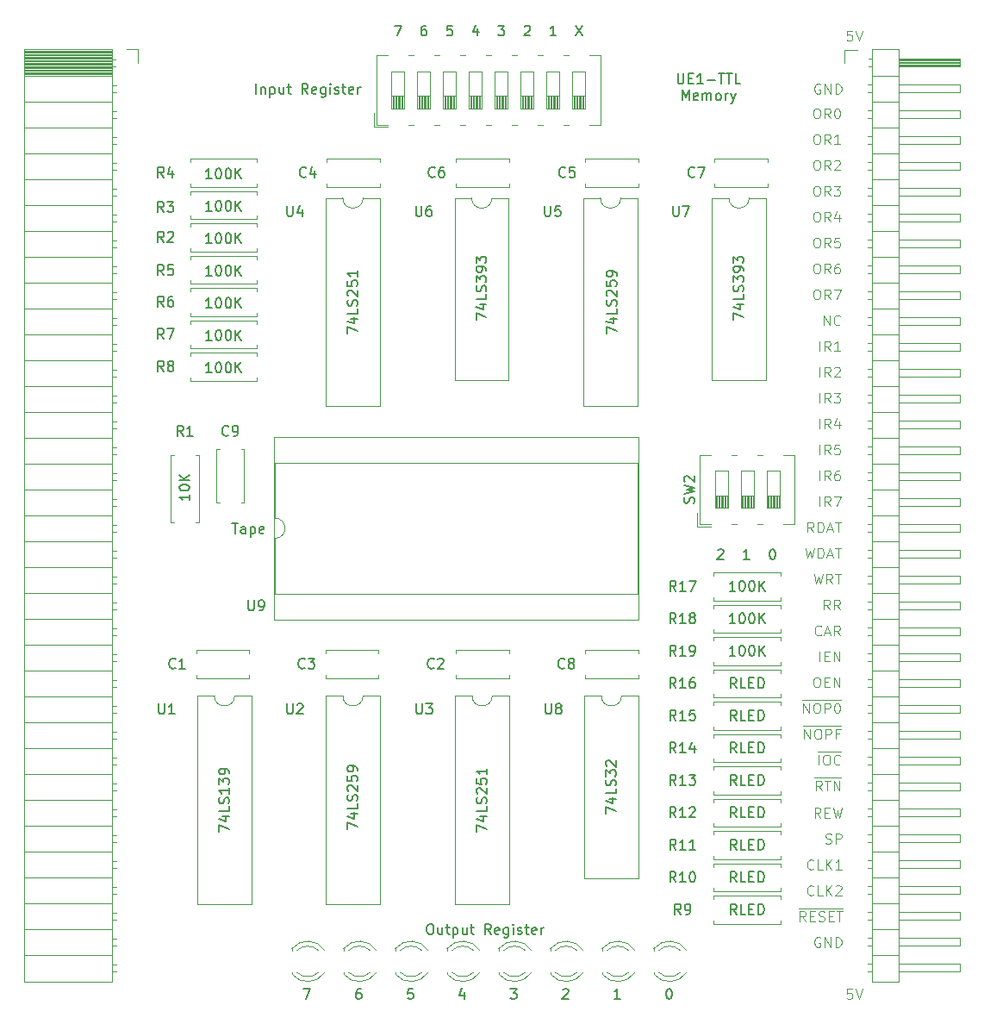
<source format=gto>
G04 #@! TF.GenerationSoftware,KiCad,Pcbnew,8.0.9-8.0.9-0~ubuntu22.04.1*
G04 #@! TF.CreationDate,2025-06-29T10:34:07+10:00*
G04 #@! TF.ProjectId,UE1-TTL-Memory,5545312d-5454-44c2-9d4d-656d6f72792e,rev?*
G04 #@! TF.SameCoordinates,Original*
G04 #@! TF.FileFunction,Legend,Top*
G04 #@! TF.FilePolarity,Positive*
%FSLAX46Y46*%
G04 Gerber Fmt 4.6, Leading zero omitted, Abs format (unit mm)*
G04 Created by KiCad (PCBNEW 8.0.9-8.0.9-0~ubuntu22.04.1) date 2025-06-29 10:34:07*
%MOMM*%
%LPD*%
G01*
G04 APERTURE LIST*
%ADD10C,0.100000*%
%ADD11C,0.150000*%
%ADD12C,0.200000*%
%ADD13C,0.120000*%
G04 APERTURE END LIST*
D10*
X158827306Y-129999800D02*
X158970163Y-130047419D01*
X158970163Y-130047419D02*
X159208258Y-130047419D01*
X159208258Y-130047419D02*
X159303496Y-129999800D01*
X159303496Y-129999800D02*
X159351115Y-129952180D01*
X159351115Y-129952180D02*
X159398734Y-129856942D01*
X159398734Y-129856942D02*
X159398734Y-129761704D01*
X159398734Y-129761704D02*
X159351115Y-129666466D01*
X159351115Y-129666466D02*
X159303496Y-129618847D01*
X159303496Y-129618847D02*
X159208258Y-129571228D01*
X159208258Y-129571228D02*
X159017782Y-129523609D01*
X159017782Y-129523609D02*
X158922544Y-129475990D01*
X158922544Y-129475990D02*
X158874925Y-129428371D01*
X158874925Y-129428371D02*
X158827306Y-129333133D01*
X158827306Y-129333133D02*
X158827306Y-129237895D01*
X158827306Y-129237895D02*
X158874925Y-129142657D01*
X158874925Y-129142657D02*
X158922544Y-129095038D01*
X158922544Y-129095038D02*
X159017782Y-129047419D01*
X159017782Y-129047419D02*
X159255877Y-129047419D01*
X159255877Y-129047419D02*
X159398734Y-129095038D01*
X159827306Y-130047419D02*
X159827306Y-129047419D01*
X159827306Y-129047419D02*
X160208258Y-129047419D01*
X160208258Y-129047419D02*
X160303496Y-129095038D01*
X160303496Y-129095038D02*
X160351115Y-129142657D01*
X160351115Y-129142657D02*
X160398734Y-129237895D01*
X160398734Y-129237895D02*
X160398734Y-129380752D01*
X160398734Y-129380752D02*
X160351115Y-129475990D01*
X160351115Y-129475990D02*
X160303496Y-129523609D01*
X160303496Y-129523609D02*
X160208258Y-129571228D01*
X160208258Y-129571228D02*
X159827306Y-129571228D01*
D11*
X122158095Y-49669819D02*
X121681905Y-49669819D01*
X121681905Y-49669819D02*
X121634286Y-50146009D01*
X121634286Y-50146009D02*
X121681905Y-50098390D01*
X121681905Y-50098390D02*
X121777143Y-50050771D01*
X121777143Y-50050771D02*
X122015238Y-50050771D01*
X122015238Y-50050771D02*
X122110476Y-50098390D01*
X122110476Y-50098390D02*
X122158095Y-50146009D01*
X122158095Y-50146009D02*
X122205714Y-50241247D01*
X122205714Y-50241247D02*
X122205714Y-50479342D01*
X122205714Y-50479342D02*
X122158095Y-50574580D01*
X122158095Y-50574580D02*
X122110476Y-50622200D01*
X122110476Y-50622200D02*
X122015238Y-50669819D01*
X122015238Y-50669819D02*
X121777143Y-50669819D01*
X121777143Y-50669819D02*
X121681905Y-50622200D01*
X121681905Y-50622200D02*
X121634286Y-50574580D01*
X129254286Y-49765057D02*
X129301905Y-49717438D01*
X129301905Y-49717438D02*
X129397143Y-49669819D01*
X129397143Y-49669819D02*
X129635238Y-49669819D01*
X129635238Y-49669819D02*
X129730476Y-49717438D01*
X129730476Y-49717438D02*
X129778095Y-49765057D01*
X129778095Y-49765057D02*
X129825714Y-49860295D01*
X129825714Y-49860295D02*
X129825714Y-49955533D01*
X129825714Y-49955533D02*
X129778095Y-50098390D01*
X129778095Y-50098390D02*
X129206667Y-50669819D01*
X129206667Y-50669819D02*
X129825714Y-50669819D01*
D10*
X157636829Y-135032180D02*
X157589210Y-135079800D01*
X157589210Y-135079800D02*
X157446353Y-135127419D01*
X157446353Y-135127419D02*
X157351115Y-135127419D01*
X157351115Y-135127419D02*
X157208258Y-135079800D01*
X157208258Y-135079800D02*
X157113020Y-134984561D01*
X157113020Y-134984561D02*
X157065401Y-134889323D01*
X157065401Y-134889323D02*
X157017782Y-134698847D01*
X157017782Y-134698847D02*
X157017782Y-134555990D01*
X157017782Y-134555990D02*
X157065401Y-134365514D01*
X157065401Y-134365514D02*
X157113020Y-134270276D01*
X157113020Y-134270276D02*
X157208258Y-134175038D01*
X157208258Y-134175038D02*
X157351115Y-134127419D01*
X157351115Y-134127419D02*
X157446353Y-134127419D01*
X157446353Y-134127419D02*
X157589210Y-134175038D01*
X157589210Y-134175038D02*
X157636829Y-134222657D01*
X158541591Y-135127419D02*
X158065401Y-135127419D01*
X158065401Y-135127419D02*
X158065401Y-134127419D01*
X158874925Y-135127419D02*
X158874925Y-134127419D01*
X159446353Y-135127419D02*
X159017782Y-134555990D01*
X159446353Y-134127419D02*
X158874925Y-134698847D01*
X159827306Y-134222657D02*
X159874925Y-134175038D01*
X159874925Y-134175038D02*
X159970163Y-134127419D01*
X159970163Y-134127419D02*
X160208258Y-134127419D01*
X160208258Y-134127419D02*
X160303496Y-134175038D01*
X160303496Y-134175038D02*
X160351115Y-134222657D01*
X160351115Y-134222657D02*
X160398734Y-134317895D01*
X160398734Y-134317895D02*
X160398734Y-134413133D01*
X160398734Y-134413133D02*
X160351115Y-134555990D01*
X160351115Y-134555990D02*
X159779687Y-135127419D01*
X159779687Y-135127419D02*
X160398734Y-135127419D01*
X159271734Y-107060419D02*
X158938401Y-106584228D01*
X158700306Y-107060419D02*
X158700306Y-106060419D01*
X158700306Y-106060419D02*
X159081258Y-106060419D01*
X159081258Y-106060419D02*
X159176496Y-106108038D01*
X159176496Y-106108038D02*
X159224115Y-106155657D01*
X159224115Y-106155657D02*
X159271734Y-106250895D01*
X159271734Y-106250895D02*
X159271734Y-106393752D01*
X159271734Y-106393752D02*
X159224115Y-106488990D01*
X159224115Y-106488990D02*
X159176496Y-106536609D01*
X159176496Y-106536609D02*
X159081258Y-106584228D01*
X159081258Y-106584228D02*
X158700306Y-106584228D01*
X160271734Y-107060419D02*
X159938401Y-106584228D01*
X159700306Y-107060419D02*
X159700306Y-106060419D01*
X159700306Y-106060419D02*
X160081258Y-106060419D01*
X160081258Y-106060419D02*
X160176496Y-106108038D01*
X160176496Y-106108038D02*
X160224115Y-106155657D01*
X160224115Y-106155657D02*
X160271734Y-106250895D01*
X160271734Y-106250895D02*
X160271734Y-106393752D01*
X160271734Y-106393752D02*
X160224115Y-106488990D01*
X160224115Y-106488990D02*
X160176496Y-106536609D01*
X160176496Y-106536609D02*
X160081258Y-106584228D01*
X160081258Y-106584228D02*
X159700306Y-106584228D01*
X158271735Y-84200419D02*
X158271735Y-83200419D01*
X159319353Y-84200419D02*
X158986020Y-83724228D01*
X158747925Y-84200419D02*
X158747925Y-83200419D01*
X158747925Y-83200419D02*
X159128877Y-83200419D01*
X159128877Y-83200419D02*
X159224115Y-83248038D01*
X159224115Y-83248038D02*
X159271734Y-83295657D01*
X159271734Y-83295657D02*
X159319353Y-83390895D01*
X159319353Y-83390895D02*
X159319353Y-83533752D01*
X159319353Y-83533752D02*
X159271734Y-83628990D01*
X159271734Y-83628990D02*
X159224115Y-83676609D01*
X159224115Y-83676609D02*
X159128877Y-83724228D01*
X159128877Y-83724228D02*
X158747925Y-83724228D01*
X159700306Y-83295657D02*
X159747925Y-83248038D01*
X159747925Y-83248038D02*
X159843163Y-83200419D01*
X159843163Y-83200419D02*
X160081258Y-83200419D01*
X160081258Y-83200419D02*
X160176496Y-83248038D01*
X160176496Y-83248038D02*
X160224115Y-83295657D01*
X160224115Y-83295657D02*
X160271734Y-83390895D01*
X160271734Y-83390895D02*
X160271734Y-83486133D01*
X160271734Y-83486133D02*
X160224115Y-83628990D01*
X160224115Y-83628990D02*
X159652687Y-84200419D01*
X159652687Y-84200419D02*
X160271734Y-84200419D01*
D11*
X102878571Y-56384819D02*
X102878571Y-55384819D01*
X103354761Y-55718152D02*
X103354761Y-56384819D01*
X103354761Y-55813390D02*
X103402380Y-55765771D01*
X103402380Y-55765771D02*
X103497618Y-55718152D01*
X103497618Y-55718152D02*
X103640475Y-55718152D01*
X103640475Y-55718152D02*
X103735713Y-55765771D01*
X103735713Y-55765771D02*
X103783332Y-55861009D01*
X103783332Y-55861009D02*
X103783332Y-56384819D01*
X104259523Y-55718152D02*
X104259523Y-56718152D01*
X104259523Y-55765771D02*
X104354761Y-55718152D01*
X104354761Y-55718152D02*
X104545237Y-55718152D01*
X104545237Y-55718152D02*
X104640475Y-55765771D01*
X104640475Y-55765771D02*
X104688094Y-55813390D01*
X104688094Y-55813390D02*
X104735713Y-55908628D01*
X104735713Y-55908628D02*
X104735713Y-56194342D01*
X104735713Y-56194342D02*
X104688094Y-56289580D01*
X104688094Y-56289580D02*
X104640475Y-56337200D01*
X104640475Y-56337200D02*
X104545237Y-56384819D01*
X104545237Y-56384819D02*
X104354761Y-56384819D01*
X104354761Y-56384819D02*
X104259523Y-56337200D01*
X105592856Y-55718152D02*
X105592856Y-56384819D01*
X105164285Y-55718152D02*
X105164285Y-56241961D01*
X105164285Y-56241961D02*
X105211904Y-56337200D01*
X105211904Y-56337200D02*
X105307142Y-56384819D01*
X105307142Y-56384819D02*
X105449999Y-56384819D01*
X105449999Y-56384819D02*
X105545237Y-56337200D01*
X105545237Y-56337200D02*
X105592856Y-56289580D01*
X105926190Y-55718152D02*
X106307142Y-55718152D01*
X106069047Y-55384819D02*
X106069047Y-56241961D01*
X106069047Y-56241961D02*
X106116666Y-56337200D01*
X106116666Y-56337200D02*
X106211904Y-56384819D01*
X106211904Y-56384819D02*
X106307142Y-56384819D01*
X107973809Y-56384819D02*
X107640476Y-55908628D01*
X107402381Y-56384819D02*
X107402381Y-55384819D01*
X107402381Y-55384819D02*
X107783333Y-55384819D01*
X107783333Y-55384819D02*
X107878571Y-55432438D01*
X107878571Y-55432438D02*
X107926190Y-55480057D01*
X107926190Y-55480057D02*
X107973809Y-55575295D01*
X107973809Y-55575295D02*
X107973809Y-55718152D01*
X107973809Y-55718152D02*
X107926190Y-55813390D01*
X107926190Y-55813390D02*
X107878571Y-55861009D01*
X107878571Y-55861009D02*
X107783333Y-55908628D01*
X107783333Y-55908628D02*
X107402381Y-55908628D01*
X108783333Y-56337200D02*
X108688095Y-56384819D01*
X108688095Y-56384819D02*
X108497619Y-56384819D01*
X108497619Y-56384819D02*
X108402381Y-56337200D01*
X108402381Y-56337200D02*
X108354762Y-56241961D01*
X108354762Y-56241961D02*
X108354762Y-55861009D01*
X108354762Y-55861009D02*
X108402381Y-55765771D01*
X108402381Y-55765771D02*
X108497619Y-55718152D01*
X108497619Y-55718152D02*
X108688095Y-55718152D01*
X108688095Y-55718152D02*
X108783333Y-55765771D01*
X108783333Y-55765771D02*
X108830952Y-55861009D01*
X108830952Y-55861009D02*
X108830952Y-55956247D01*
X108830952Y-55956247D02*
X108354762Y-56051485D01*
X109688095Y-55718152D02*
X109688095Y-56527676D01*
X109688095Y-56527676D02*
X109640476Y-56622914D01*
X109640476Y-56622914D02*
X109592857Y-56670533D01*
X109592857Y-56670533D02*
X109497619Y-56718152D01*
X109497619Y-56718152D02*
X109354762Y-56718152D01*
X109354762Y-56718152D02*
X109259524Y-56670533D01*
X109688095Y-56337200D02*
X109592857Y-56384819D01*
X109592857Y-56384819D02*
X109402381Y-56384819D01*
X109402381Y-56384819D02*
X109307143Y-56337200D01*
X109307143Y-56337200D02*
X109259524Y-56289580D01*
X109259524Y-56289580D02*
X109211905Y-56194342D01*
X109211905Y-56194342D02*
X109211905Y-55908628D01*
X109211905Y-55908628D02*
X109259524Y-55813390D01*
X109259524Y-55813390D02*
X109307143Y-55765771D01*
X109307143Y-55765771D02*
X109402381Y-55718152D01*
X109402381Y-55718152D02*
X109592857Y-55718152D01*
X109592857Y-55718152D02*
X109688095Y-55765771D01*
X110164286Y-56384819D02*
X110164286Y-55718152D01*
X110164286Y-55384819D02*
X110116667Y-55432438D01*
X110116667Y-55432438D02*
X110164286Y-55480057D01*
X110164286Y-55480057D02*
X110211905Y-55432438D01*
X110211905Y-55432438D02*
X110164286Y-55384819D01*
X110164286Y-55384819D02*
X110164286Y-55480057D01*
X110592857Y-56337200D02*
X110688095Y-56384819D01*
X110688095Y-56384819D02*
X110878571Y-56384819D01*
X110878571Y-56384819D02*
X110973809Y-56337200D01*
X110973809Y-56337200D02*
X111021428Y-56241961D01*
X111021428Y-56241961D02*
X111021428Y-56194342D01*
X111021428Y-56194342D02*
X110973809Y-56099104D01*
X110973809Y-56099104D02*
X110878571Y-56051485D01*
X110878571Y-56051485D02*
X110735714Y-56051485D01*
X110735714Y-56051485D02*
X110640476Y-56003866D01*
X110640476Y-56003866D02*
X110592857Y-55908628D01*
X110592857Y-55908628D02*
X110592857Y-55861009D01*
X110592857Y-55861009D02*
X110640476Y-55765771D01*
X110640476Y-55765771D02*
X110735714Y-55718152D01*
X110735714Y-55718152D02*
X110878571Y-55718152D01*
X110878571Y-55718152D02*
X110973809Y-55765771D01*
X111307143Y-55718152D02*
X111688095Y-55718152D01*
X111450000Y-55384819D02*
X111450000Y-56241961D01*
X111450000Y-56241961D02*
X111497619Y-56337200D01*
X111497619Y-56337200D02*
X111592857Y-56384819D01*
X111592857Y-56384819D02*
X111688095Y-56384819D01*
X112402381Y-56337200D02*
X112307143Y-56384819D01*
X112307143Y-56384819D02*
X112116667Y-56384819D01*
X112116667Y-56384819D02*
X112021429Y-56337200D01*
X112021429Y-56337200D02*
X111973810Y-56241961D01*
X111973810Y-56241961D02*
X111973810Y-55861009D01*
X111973810Y-55861009D02*
X112021429Y-55765771D01*
X112021429Y-55765771D02*
X112116667Y-55718152D01*
X112116667Y-55718152D02*
X112307143Y-55718152D01*
X112307143Y-55718152D02*
X112402381Y-55765771D01*
X112402381Y-55765771D02*
X112450000Y-55861009D01*
X112450000Y-55861009D02*
X112450000Y-55956247D01*
X112450000Y-55956247D02*
X111973810Y-56051485D01*
X112878572Y-56384819D02*
X112878572Y-55718152D01*
X112878572Y-55908628D02*
X112926191Y-55813390D01*
X112926191Y-55813390D02*
X112973810Y-55765771D01*
X112973810Y-55765771D02*
X113069048Y-55718152D01*
X113069048Y-55718152D02*
X113164286Y-55718152D01*
X134286667Y-49669819D02*
X134953333Y-50669819D01*
X134953333Y-49669819D02*
X134286667Y-50669819D01*
D10*
X158271735Y-89280419D02*
X158271735Y-88280419D01*
X159319353Y-89280419D02*
X158986020Y-88804228D01*
X158747925Y-89280419D02*
X158747925Y-88280419D01*
X158747925Y-88280419D02*
X159128877Y-88280419D01*
X159128877Y-88280419D02*
X159224115Y-88328038D01*
X159224115Y-88328038D02*
X159271734Y-88375657D01*
X159271734Y-88375657D02*
X159319353Y-88470895D01*
X159319353Y-88470895D02*
X159319353Y-88613752D01*
X159319353Y-88613752D02*
X159271734Y-88708990D01*
X159271734Y-88708990D02*
X159224115Y-88756609D01*
X159224115Y-88756609D02*
X159128877Y-88804228D01*
X159128877Y-88804228D02*
X158747925Y-88804228D01*
X160176496Y-88613752D02*
X160176496Y-89280419D01*
X159938401Y-88232800D02*
X159700306Y-88947085D01*
X159700306Y-88947085D02*
X160319353Y-88947085D01*
D11*
X133004160Y-144380057D02*
X133051779Y-144332438D01*
X133051779Y-144332438D02*
X133147017Y-144284819D01*
X133147017Y-144284819D02*
X133385112Y-144284819D01*
X133385112Y-144284819D02*
X133480350Y-144332438D01*
X133480350Y-144332438D02*
X133527969Y-144380057D01*
X133527969Y-144380057D02*
X133575588Y-144475295D01*
X133575588Y-144475295D02*
X133575588Y-144570533D01*
X133575588Y-144570533D02*
X133527969Y-144713390D01*
X133527969Y-144713390D02*
X132956541Y-145284819D01*
X132956541Y-145284819D02*
X133575588Y-145284819D01*
D10*
X158271735Y-96900419D02*
X158271735Y-95900419D01*
X159319353Y-96900419D02*
X158986020Y-96424228D01*
X158747925Y-96900419D02*
X158747925Y-95900419D01*
X158747925Y-95900419D02*
X159128877Y-95900419D01*
X159128877Y-95900419D02*
X159224115Y-95948038D01*
X159224115Y-95948038D02*
X159271734Y-95995657D01*
X159271734Y-95995657D02*
X159319353Y-96090895D01*
X159319353Y-96090895D02*
X159319353Y-96233752D01*
X159319353Y-96233752D02*
X159271734Y-96328990D01*
X159271734Y-96328990D02*
X159224115Y-96376609D01*
X159224115Y-96376609D02*
X159128877Y-96424228D01*
X159128877Y-96424228D02*
X158747925Y-96424228D01*
X159652687Y-95900419D02*
X160319353Y-95900419D01*
X160319353Y-95900419D02*
X159890782Y-96900419D01*
X157890782Y-73040419D02*
X158081258Y-73040419D01*
X158081258Y-73040419D02*
X158176496Y-73088038D01*
X158176496Y-73088038D02*
X158271734Y-73183276D01*
X158271734Y-73183276D02*
X158319353Y-73373752D01*
X158319353Y-73373752D02*
X158319353Y-73707085D01*
X158319353Y-73707085D02*
X158271734Y-73897561D01*
X158271734Y-73897561D02*
X158176496Y-73992800D01*
X158176496Y-73992800D02*
X158081258Y-74040419D01*
X158081258Y-74040419D02*
X157890782Y-74040419D01*
X157890782Y-74040419D02*
X157795544Y-73992800D01*
X157795544Y-73992800D02*
X157700306Y-73897561D01*
X157700306Y-73897561D02*
X157652687Y-73707085D01*
X157652687Y-73707085D02*
X157652687Y-73373752D01*
X157652687Y-73373752D02*
X157700306Y-73183276D01*
X157700306Y-73183276D02*
X157795544Y-73088038D01*
X157795544Y-73088038D02*
X157890782Y-73040419D01*
X159319353Y-74040419D02*
X158986020Y-73564228D01*
X158747925Y-74040419D02*
X158747925Y-73040419D01*
X158747925Y-73040419D02*
X159128877Y-73040419D01*
X159128877Y-73040419D02*
X159224115Y-73088038D01*
X159224115Y-73088038D02*
X159271734Y-73135657D01*
X159271734Y-73135657D02*
X159319353Y-73230895D01*
X159319353Y-73230895D02*
X159319353Y-73373752D01*
X159319353Y-73373752D02*
X159271734Y-73468990D01*
X159271734Y-73468990D02*
X159224115Y-73516609D01*
X159224115Y-73516609D02*
X159128877Y-73564228D01*
X159128877Y-73564228D02*
X158747925Y-73564228D01*
X160176496Y-73040419D02*
X159986020Y-73040419D01*
X159986020Y-73040419D02*
X159890782Y-73088038D01*
X159890782Y-73088038D02*
X159843163Y-73135657D01*
X159843163Y-73135657D02*
X159747925Y-73278514D01*
X159747925Y-73278514D02*
X159700306Y-73468990D01*
X159700306Y-73468990D02*
X159700306Y-73849942D01*
X159700306Y-73849942D02*
X159747925Y-73945180D01*
X159747925Y-73945180D02*
X159795544Y-73992800D01*
X159795544Y-73992800D02*
X159890782Y-74040419D01*
X159890782Y-74040419D02*
X160081258Y-74040419D01*
X160081258Y-74040419D02*
X160176496Y-73992800D01*
X160176496Y-73992800D02*
X160224115Y-73945180D01*
X160224115Y-73945180D02*
X160271734Y-73849942D01*
X160271734Y-73849942D02*
X160271734Y-73611847D01*
X160271734Y-73611847D02*
X160224115Y-73516609D01*
X160224115Y-73516609D02*
X160176496Y-73468990D01*
X160176496Y-73468990D02*
X160081258Y-73421371D01*
X160081258Y-73421371D02*
X159890782Y-73421371D01*
X159890782Y-73421371D02*
X159795544Y-73468990D01*
X159795544Y-73468990D02*
X159747925Y-73516609D01*
X159747925Y-73516609D02*
X159700306Y-73611847D01*
D11*
X126666667Y-49669819D02*
X127285714Y-49669819D01*
X127285714Y-49669819D02*
X126952381Y-50050771D01*
X126952381Y-50050771D02*
X127095238Y-50050771D01*
X127095238Y-50050771D02*
X127190476Y-50098390D01*
X127190476Y-50098390D02*
X127238095Y-50146009D01*
X127238095Y-50146009D02*
X127285714Y-50241247D01*
X127285714Y-50241247D02*
X127285714Y-50479342D01*
X127285714Y-50479342D02*
X127238095Y-50574580D01*
X127238095Y-50574580D02*
X127190476Y-50622200D01*
X127190476Y-50622200D02*
X127095238Y-50669819D01*
X127095238Y-50669819D02*
X126809524Y-50669819D01*
X126809524Y-50669819D02*
X126714286Y-50622200D01*
X126714286Y-50622200D02*
X126666667Y-50574580D01*
D10*
X157890782Y-67960419D02*
X158081258Y-67960419D01*
X158081258Y-67960419D02*
X158176496Y-68008038D01*
X158176496Y-68008038D02*
X158271734Y-68103276D01*
X158271734Y-68103276D02*
X158319353Y-68293752D01*
X158319353Y-68293752D02*
X158319353Y-68627085D01*
X158319353Y-68627085D02*
X158271734Y-68817561D01*
X158271734Y-68817561D02*
X158176496Y-68912800D01*
X158176496Y-68912800D02*
X158081258Y-68960419D01*
X158081258Y-68960419D02*
X157890782Y-68960419D01*
X157890782Y-68960419D02*
X157795544Y-68912800D01*
X157795544Y-68912800D02*
X157700306Y-68817561D01*
X157700306Y-68817561D02*
X157652687Y-68627085D01*
X157652687Y-68627085D02*
X157652687Y-68293752D01*
X157652687Y-68293752D02*
X157700306Y-68103276D01*
X157700306Y-68103276D02*
X157795544Y-68008038D01*
X157795544Y-68008038D02*
X157890782Y-67960419D01*
X159319353Y-68960419D02*
X158986020Y-68484228D01*
X158747925Y-68960419D02*
X158747925Y-67960419D01*
X158747925Y-67960419D02*
X159128877Y-67960419D01*
X159128877Y-67960419D02*
X159224115Y-68008038D01*
X159224115Y-68008038D02*
X159271734Y-68055657D01*
X159271734Y-68055657D02*
X159319353Y-68150895D01*
X159319353Y-68150895D02*
X159319353Y-68293752D01*
X159319353Y-68293752D02*
X159271734Y-68388990D01*
X159271734Y-68388990D02*
X159224115Y-68436609D01*
X159224115Y-68436609D02*
X159128877Y-68484228D01*
X159128877Y-68484228D02*
X158747925Y-68484228D01*
X160176496Y-68293752D02*
X160176496Y-68960419D01*
X159938401Y-67912800D02*
X159700306Y-68627085D01*
X159700306Y-68627085D02*
X160319353Y-68627085D01*
X157890782Y-62880419D02*
X158081258Y-62880419D01*
X158081258Y-62880419D02*
X158176496Y-62928038D01*
X158176496Y-62928038D02*
X158271734Y-63023276D01*
X158271734Y-63023276D02*
X158319353Y-63213752D01*
X158319353Y-63213752D02*
X158319353Y-63547085D01*
X158319353Y-63547085D02*
X158271734Y-63737561D01*
X158271734Y-63737561D02*
X158176496Y-63832800D01*
X158176496Y-63832800D02*
X158081258Y-63880419D01*
X158081258Y-63880419D02*
X157890782Y-63880419D01*
X157890782Y-63880419D02*
X157795544Y-63832800D01*
X157795544Y-63832800D02*
X157700306Y-63737561D01*
X157700306Y-63737561D02*
X157652687Y-63547085D01*
X157652687Y-63547085D02*
X157652687Y-63213752D01*
X157652687Y-63213752D02*
X157700306Y-63023276D01*
X157700306Y-63023276D02*
X157795544Y-62928038D01*
X157795544Y-62928038D02*
X157890782Y-62880419D01*
X159319353Y-63880419D02*
X158986020Y-63404228D01*
X158747925Y-63880419D02*
X158747925Y-62880419D01*
X158747925Y-62880419D02*
X159128877Y-62880419D01*
X159128877Y-62880419D02*
X159224115Y-62928038D01*
X159224115Y-62928038D02*
X159271734Y-62975657D01*
X159271734Y-62975657D02*
X159319353Y-63070895D01*
X159319353Y-63070895D02*
X159319353Y-63213752D01*
X159319353Y-63213752D02*
X159271734Y-63308990D01*
X159271734Y-63308990D02*
X159224115Y-63356609D01*
X159224115Y-63356609D02*
X159128877Y-63404228D01*
X159128877Y-63404228D02*
X158747925Y-63404228D01*
X159700306Y-62975657D02*
X159747925Y-62928038D01*
X159747925Y-62928038D02*
X159843163Y-62880419D01*
X159843163Y-62880419D02*
X160081258Y-62880419D01*
X160081258Y-62880419D02*
X160176496Y-62928038D01*
X160176496Y-62928038D02*
X160224115Y-62975657D01*
X160224115Y-62975657D02*
X160271734Y-63070895D01*
X160271734Y-63070895D02*
X160271734Y-63166133D01*
X160271734Y-63166133D02*
X160224115Y-63308990D01*
X160224115Y-63308990D02*
X159652687Y-63880419D01*
X159652687Y-63880419D02*
X160271734Y-63880419D01*
D11*
X151355588Y-102104819D02*
X150784160Y-102104819D01*
X151069874Y-102104819D02*
X151069874Y-101104819D01*
X151069874Y-101104819D02*
X150974636Y-101247676D01*
X150974636Y-101247676D02*
X150879398Y-101342914D01*
X150879398Y-101342914D02*
X150784160Y-101390533D01*
D10*
X158176497Y-122300419D02*
X158176497Y-121300419D01*
X158843163Y-121300419D02*
X159033639Y-121300419D01*
X159033639Y-121300419D02*
X159128877Y-121348038D01*
X159128877Y-121348038D02*
X159224115Y-121443276D01*
X159224115Y-121443276D02*
X159271734Y-121633752D01*
X159271734Y-121633752D02*
X159271734Y-121967085D01*
X159271734Y-121967085D02*
X159224115Y-122157561D01*
X159224115Y-122157561D02*
X159128877Y-122252800D01*
X159128877Y-122252800D02*
X159033639Y-122300419D01*
X159033639Y-122300419D02*
X158843163Y-122300419D01*
X158843163Y-122300419D02*
X158747925Y-122252800D01*
X158747925Y-122252800D02*
X158652687Y-122157561D01*
X158652687Y-122157561D02*
X158605068Y-121967085D01*
X158605068Y-121967085D02*
X158605068Y-121633752D01*
X158605068Y-121633752D02*
X158652687Y-121443276D01*
X158652687Y-121443276D02*
X158747925Y-121348038D01*
X158747925Y-121348038D02*
X158843163Y-121300419D01*
X160271734Y-122205180D02*
X160224115Y-122252800D01*
X160224115Y-122252800D02*
X160081258Y-122300419D01*
X160081258Y-122300419D02*
X159986020Y-122300419D01*
X159986020Y-122300419D02*
X159843163Y-122252800D01*
X159843163Y-122252800D02*
X159747925Y-122157561D01*
X159747925Y-122157561D02*
X159700306Y-122062323D01*
X159700306Y-122062323D02*
X159652687Y-121871847D01*
X159652687Y-121871847D02*
X159652687Y-121728990D01*
X159652687Y-121728990D02*
X159700306Y-121538514D01*
X159700306Y-121538514D02*
X159747925Y-121443276D01*
X159747925Y-121443276D02*
X159843163Y-121348038D01*
X159843163Y-121348038D02*
X159986020Y-121300419D01*
X159986020Y-121300419D02*
X160081258Y-121300419D01*
X160081258Y-121300419D02*
X160224115Y-121348038D01*
X160224115Y-121348038D02*
X160271734Y-121395657D01*
X158038402Y-121022800D02*
X160362211Y-121022800D01*
D11*
X113160350Y-144284819D02*
X112969874Y-144284819D01*
X112969874Y-144284819D02*
X112874636Y-144332438D01*
X112874636Y-144332438D02*
X112827017Y-144380057D01*
X112827017Y-144380057D02*
X112731779Y-144522914D01*
X112731779Y-144522914D02*
X112684160Y-144713390D01*
X112684160Y-144713390D02*
X112684160Y-145094342D01*
X112684160Y-145094342D02*
X112731779Y-145189580D01*
X112731779Y-145189580D02*
X112779398Y-145237200D01*
X112779398Y-145237200D02*
X112874636Y-145284819D01*
X112874636Y-145284819D02*
X113065112Y-145284819D01*
X113065112Y-145284819D02*
X113160350Y-145237200D01*
X113160350Y-145237200D02*
X113207969Y-145189580D01*
X113207969Y-145189580D02*
X113255588Y-145094342D01*
X113255588Y-145094342D02*
X113255588Y-144856247D01*
X113255588Y-144856247D02*
X113207969Y-144761009D01*
X113207969Y-144761009D02*
X113160350Y-144713390D01*
X113160350Y-144713390D02*
X113065112Y-144665771D01*
X113065112Y-144665771D02*
X112874636Y-144665771D01*
X112874636Y-144665771D02*
X112779398Y-144713390D01*
X112779398Y-144713390D02*
X112731779Y-144761009D01*
X112731779Y-144761009D02*
X112684160Y-144856247D01*
D10*
X161435074Y-50180419D02*
X160958884Y-50180419D01*
X160958884Y-50180419D02*
X160911265Y-50656609D01*
X160911265Y-50656609D02*
X160958884Y-50608990D01*
X160958884Y-50608990D02*
X161054122Y-50561371D01*
X161054122Y-50561371D02*
X161292217Y-50561371D01*
X161292217Y-50561371D02*
X161387455Y-50608990D01*
X161387455Y-50608990D02*
X161435074Y-50656609D01*
X161435074Y-50656609D02*
X161482693Y-50751847D01*
X161482693Y-50751847D02*
X161482693Y-50989942D01*
X161482693Y-50989942D02*
X161435074Y-51085180D01*
X161435074Y-51085180D02*
X161387455Y-51132800D01*
X161387455Y-51132800D02*
X161292217Y-51180419D01*
X161292217Y-51180419D02*
X161054122Y-51180419D01*
X161054122Y-51180419D02*
X160958884Y-51132800D01*
X160958884Y-51132800D02*
X160911265Y-51085180D01*
X161768408Y-50180419D02*
X162101741Y-51180419D01*
X162101741Y-51180419D02*
X162435074Y-50180419D01*
X157890782Y-75580419D02*
X158081258Y-75580419D01*
X158081258Y-75580419D02*
X158176496Y-75628038D01*
X158176496Y-75628038D02*
X158271734Y-75723276D01*
X158271734Y-75723276D02*
X158319353Y-75913752D01*
X158319353Y-75913752D02*
X158319353Y-76247085D01*
X158319353Y-76247085D02*
X158271734Y-76437561D01*
X158271734Y-76437561D02*
X158176496Y-76532800D01*
X158176496Y-76532800D02*
X158081258Y-76580419D01*
X158081258Y-76580419D02*
X157890782Y-76580419D01*
X157890782Y-76580419D02*
X157795544Y-76532800D01*
X157795544Y-76532800D02*
X157700306Y-76437561D01*
X157700306Y-76437561D02*
X157652687Y-76247085D01*
X157652687Y-76247085D02*
X157652687Y-75913752D01*
X157652687Y-75913752D02*
X157700306Y-75723276D01*
X157700306Y-75723276D02*
X157795544Y-75628038D01*
X157795544Y-75628038D02*
X157890782Y-75580419D01*
X159319353Y-76580419D02*
X158986020Y-76104228D01*
X158747925Y-76580419D02*
X158747925Y-75580419D01*
X158747925Y-75580419D02*
X159128877Y-75580419D01*
X159128877Y-75580419D02*
X159224115Y-75628038D01*
X159224115Y-75628038D02*
X159271734Y-75675657D01*
X159271734Y-75675657D02*
X159319353Y-75770895D01*
X159319353Y-75770895D02*
X159319353Y-75913752D01*
X159319353Y-75913752D02*
X159271734Y-76008990D01*
X159271734Y-76008990D02*
X159224115Y-76056609D01*
X159224115Y-76056609D02*
X159128877Y-76104228D01*
X159128877Y-76104228D02*
X158747925Y-76104228D01*
X159652687Y-75580419D02*
X160319353Y-75580419D01*
X160319353Y-75580419D02*
X159890782Y-76580419D01*
X158414591Y-109505180D02*
X158366972Y-109552800D01*
X158366972Y-109552800D02*
X158224115Y-109600419D01*
X158224115Y-109600419D02*
X158128877Y-109600419D01*
X158128877Y-109600419D02*
X157986020Y-109552800D01*
X157986020Y-109552800D02*
X157890782Y-109457561D01*
X157890782Y-109457561D02*
X157843163Y-109362323D01*
X157843163Y-109362323D02*
X157795544Y-109171847D01*
X157795544Y-109171847D02*
X157795544Y-109028990D01*
X157795544Y-109028990D02*
X157843163Y-108838514D01*
X157843163Y-108838514D02*
X157890782Y-108743276D01*
X157890782Y-108743276D02*
X157986020Y-108648038D01*
X157986020Y-108648038D02*
X158128877Y-108600419D01*
X158128877Y-108600419D02*
X158224115Y-108600419D01*
X158224115Y-108600419D02*
X158366972Y-108648038D01*
X158366972Y-108648038D02*
X158414591Y-108695657D01*
X158795544Y-109314704D02*
X159271734Y-109314704D01*
X158700306Y-109600419D02*
X159033639Y-108600419D01*
X159033639Y-108600419D02*
X159366972Y-109600419D01*
X160271734Y-109600419D02*
X159938401Y-109124228D01*
X159700306Y-109600419D02*
X159700306Y-108600419D01*
X159700306Y-108600419D02*
X160081258Y-108600419D01*
X160081258Y-108600419D02*
X160176496Y-108648038D01*
X160176496Y-108648038D02*
X160224115Y-108695657D01*
X160224115Y-108695657D02*
X160271734Y-108790895D01*
X160271734Y-108790895D02*
X160271734Y-108933752D01*
X160271734Y-108933752D02*
X160224115Y-109028990D01*
X160224115Y-109028990D02*
X160176496Y-109076609D01*
X160176496Y-109076609D02*
X160081258Y-109124228D01*
X160081258Y-109124228D02*
X159700306Y-109124228D01*
X157890782Y-60340419D02*
X158081258Y-60340419D01*
X158081258Y-60340419D02*
X158176496Y-60388038D01*
X158176496Y-60388038D02*
X158271734Y-60483276D01*
X158271734Y-60483276D02*
X158319353Y-60673752D01*
X158319353Y-60673752D02*
X158319353Y-61007085D01*
X158319353Y-61007085D02*
X158271734Y-61197561D01*
X158271734Y-61197561D02*
X158176496Y-61292800D01*
X158176496Y-61292800D02*
X158081258Y-61340419D01*
X158081258Y-61340419D02*
X157890782Y-61340419D01*
X157890782Y-61340419D02*
X157795544Y-61292800D01*
X157795544Y-61292800D02*
X157700306Y-61197561D01*
X157700306Y-61197561D02*
X157652687Y-61007085D01*
X157652687Y-61007085D02*
X157652687Y-60673752D01*
X157652687Y-60673752D02*
X157700306Y-60483276D01*
X157700306Y-60483276D02*
X157795544Y-60388038D01*
X157795544Y-60388038D02*
X157890782Y-60340419D01*
X159319353Y-61340419D02*
X158986020Y-60864228D01*
X158747925Y-61340419D02*
X158747925Y-60340419D01*
X158747925Y-60340419D02*
X159128877Y-60340419D01*
X159128877Y-60340419D02*
X159224115Y-60388038D01*
X159224115Y-60388038D02*
X159271734Y-60435657D01*
X159271734Y-60435657D02*
X159319353Y-60530895D01*
X159319353Y-60530895D02*
X159319353Y-60673752D01*
X159319353Y-60673752D02*
X159271734Y-60768990D01*
X159271734Y-60768990D02*
X159224115Y-60816609D01*
X159224115Y-60816609D02*
X159128877Y-60864228D01*
X159128877Y-60864228D02*
X158747925Y-60864228D01*
X160271734Y-61340419D02*
X159700306Y-61340419D01*
X159986020Y-61340419D02*
X159986020Y-60340419D01*
X159986020Y-60340419D02*
X159890782Y-60483276D01*
X159890782Y-60483276D02*
X159795544Y-60578514D01*
X159795544Y-60578514D02*
X159700306Y-60626133D01*
X157890782Y-70500419D02*
X158081258Y-70500419D01*
X158081258Y-70500419D02*
X158176496Y-70548038D01*
X158176496Y-70548038D02*
X158271734Y-70643276D01*
X158271734Y-70643276D02*
X158319353Y-70833752D01*
X158319353Y-70833752D02*
X158319353Y-71167085D01*
X158319353Y-71167085D02*
X158271734Y-71357561D01*
X158271734Y-71357561D02*
X158176496Y-71452800D01*
X158176496Y-71452800D02*
X158081258Y-71500419D01*
X158081258Y-71500419D02*
X157890782Y-71500419D01*
X157890782Y-71500419D02*
X157795544Y-71452800D01*
X157795544Y-71452800D02*
X157700306Y-71357561D01*
X157700306Y-71357561D02*
X157652687Y-71167085D01*
X157652687Y-71167085D02*
X157652687Y-70833752D01*
X157652687Y-70833752D02*
X157700306Y-70643276D01*
X157700306Y-70643276D02*
X157795544Y-70548038D01*
X157795544Y-70548038D02*
X157890782Y-70500419D01*
X159319353Y-71500419D02*
X158986020Y-71024228D01*
X158747925Y-71500419D02*
X158747925Y-70500419D01*
X158747925Y-70500419D02*
X159128877Y-70500419D01*
X159128877Y-70500419D02*
X159224115Y-70548038D01*
X159224115Y-70548038D02*
X159271734Y-70595657D01*
X159271734Y-70595657D02*
X159319353Y-70690895D01*
X159319353Y-70690895D02*
X159319353Y-70833752D01*
X159319353Y-70833752D02*
X159271734Y-70928990D01*
X159271734Y-70928990D02*
X159224115Y-70976609D01*
X159224115Y-70976609D02*
X159128877Y-71024228D01*
X159128877Y-71024228D02*
X158747925Y-71024228D01*
X160224115Y-70500419D02*
X159747925Y-70500419D01*
X159747925Y-70500419D02*
X159700306Y-70976609D01*
X159700306Y-70976609D02*
X159747925Y-70928990D01*
X159747925Y-70928990D02*
X159843163Y-70881371D01*
X159843163Y-70881371D02*
X160081258Y-70881371D01*
X160081258Y-70881371D02*
X160176496Y-70928990D01*
X160176496Y-70928990D02*
X160224115Y-70976609D01*
X160224115Y-70976609D02*
X160271734Y-71071847D01*
X160271734Y-71071847D02*
X160271734Y-71309942D01*
X160271734Y-71309942D02*
X160224115Y-71405180D01*
X160224115Y-71405180D02*
X160176496Y-71452800D01*
X160176496Y-71452800D02*
X160081258Y-71500419D01*
X160081258Y-71500419D02*
X159843163Y-71500419D01*
X159843163Y-71500419D02*
X159747925Y-71452800D01*
X159747925Y-71452800D02*
X159700306Y-71405180D01*
X157890782Y-113680419D02*
X158081258Y-113680419D01*
X158081258Y-113680419D02*
X158176496Y-113728038D01*
X158176496Y-113728038D02*
X158271734Y-113823276D01*
X158271734Y-113823276D02*
X158319353Y-114013752D01*
X158319353Y-114013752D02*
X158319353Y-114347085D01*
X158319353Y-114347085D02*
X158271734Y-114537561D01*
X158271734Y-114537561D02*
X158176496Y-114632800D01*
X158176496Y-114632800D02*
X158081258Y-114680419D01*
X158081258Y-114680419D02*
X157890782Y-114680419D01*
X157890782Y-114680419D02*
X157795544Y-114632800D01*
X157795544Y-114632800D02*
X157700306Y-114537561D01*
X157700306Y-114537561D02*
X157652687Y-114347085D01*
X157652687Y-114347085D02*
X157652687Y-114013752D01*
X157652687Y-114013752D02*
X157700306Y-113823276D01*
X157700306Y-113823276D02*
X157795544Y-113728038D01*
X157795544Y-113728038D02*
X157890782Y-113680419D01*
X158747925Y-114156609D02*
X159081258Y-114156609D01*
X159224115Y-114680419D02*
X158747925Y-114680419D01*
X158747925Y-114680419D02*
X158747925Y-113680419D01*
X158747925Y-113680419D02*
X159224115Y-113680419D01*
X159652687Y-114680419D02*
X159652687Y-113680419D01*
X159652687Y-113680419D02*
X160224115Y-114680419D01*
X160224115Y-114680419D02*
X160224115Y-113680419D01*
X157652686Y-99440419D02*
X157319353Y-98964228D01*
X157081258Y-99440419D02*
X157081258Y-98440419D01*
X157081258Y-98440419D02*
X157462210Y-98440419D01*
X157462210Y-98440419D02*
X157557448Y-98488038D01*
X157557448Y-98488038D02*
X157605067Y-98535657D01*
X157605067Y-98535657D02*
X157652686Y-98630895D01*
X157652686Y-98630895D02*
X157652686Y-98773752D01*
X157652686Y-98773752D02*
X157605067Y-98868990D01*
X157605067Y-98868990D02*
X157557448Y-98916609D01*
X157557448Y-98916609D02*
X157462210Y-98964228D01*
X157462210Y-98964228D02*
X157081258Y-98964228D01*
X158081258Y-99440419D02*
X158081258Y-98440419D01*
X158081258Y-98440419D02*
X158319353Y-98440419D01*
X158319353Y-98440419D02*
X158462210Y-98488038D01*
X158462210Y-98488038D02*
X158557448Y-98583276D01*
X158557448Y-98583276D02*
X158605067Y-98678514D01*
X158605067Y-98678514D02*
X158652686Y-98868990D01*
X158652686Y-98868990D02*
X158652686Y-99011847D01*
X158652686Y-99011847D02*
X158605067Y-99202323D01*
X158605067Y-99202323D02*
X158557448Y-99297561D01*
X158557448Y-99297561D02*
X158462210Y-99392800D01*
X158462210Y-99392800D02*
X158319353Y-99440419D01*
X158319353Y-99440419D02*
X158081258Y-99440419D01*
X159033639Y-99154704D02*
X159509829Y-99154704D01*
X158938401Y-99440419D02*
X159271734Y-98440419D01*
X159271734Y-98440419D02*
X159605067Y-99440419D01*
X159795544Y-98440419D02*
X160366972Y-98440419D01*
X160081258Y-99440419D02*
X160081258Y-98440419D01*
D11*
X119570476Y-49669819D02*
X119380000Y-49669819D01*
X119380000Y-49669819D02*
X119284762Y-49717438D01*
X119284762Y-49717438D02*
X119237143Y-49765057D01*
X119237143Y-49765057D02*
X119141905Y-49907914D01*
X119141905Y-49907914D02*
X119094286Y-50098390D01*
X119094286Y-50098390D02*
X119094286Y-50479342D01*
X119094286Y-50479342D02*
X119141905Y-50574580D01*
X119141905Y-50574580D02*
X119189524Y-50622200D01*
X119189524Y-50622200D02*
X119284762Y-50669819D01*
X119284762Y-50669819D02*
X119475238Y-50669819D01*
X119475238Y-50669819D02*
X119570476Y-50622200D01*
X119570476Y-50622200D02*
X119618095Y-50574580D01*
X119618095Y-50574580D02*
X119665714Y-50479342D01*
X119665714Y-50479342D02*
X119665714Y-50241247D01*
X119665714Y-50241247D02*
X119618095Y-50146009D01*
X119618095Y-50146009D02*
X119570476Y-50098390D01*
X119570476Y-50098390D02*
X119475238Y-50050771D01*
X119475238Y-50050771D02*
X119284762Y-50050771D01*
X119284762Y-50050771D02*
X119189524Y-50098390D01*
X119189524Y-50098390D02*
X119141905Y-50146009D01*
X119141905Y-50146009D02*
X119094286Y-50241247D01*
D10*
X157890782Y-65420419D02*
X158081258Y-65420419D01*
X158081258Y-65420419D02*
X158176496Y-65468038D01*
X158176496Y-65468038D02*
X158271734Y-65563276D01*
X158271734Y-65563276D02*
X158319353Y-65753752D01*
X158319353Y-65753752D02*
X158319353Y-66087085D01*
X158319353Y-66087085D02*
X158271734Y-66277561D01*
X158271734Y-66277561D02*
X158176496Y-66372800D01*
X158176496Y-66372800D02*
X158081258Y-66420419D01*
X158081258Y-66420419D02*
X157890782Y-66420419D01*
X157890782Y-66420419D02*
X157795544Y-66372800D01*
X157795544Y-66372800D02*
X157700306Y-66277561D01*
X157700306Y-66277561D02*
X157652687Y-66087085D01*
X157652687Y-66087085D02*
X157652687Y-65753752D01*
X157652687Y-65753752D02*
X157700306Y-65563276D01*
X157700306Y-65563276D02*
X157795544Y-65468038D01*
X157795544Y-65468038D02*
X157890782Y-65420419D01*
X159319353Y-66420419D02*
X158986020Y-65944228D01*
X158747925Y-66420419D02*
X158747925Y-65420419D01*
X158747925Y-65420419D02*
X159128877Y-65420419D01*
X159128877Y-65420419D02*
X159224115Y-65468038D01*
X159224115Y-65468038D02*
X159271734Y-65515657D01*
X159271734Y-65515657D02*
X159319353Y-65610895D01*
X159319353Y-65610895D02*
X159319353Y-65753752D01*
X159319353Y-65753752D02*
X159271734Y-65848990D01*
X159271734Y-65848990D02*
X159224115Y-65896609D01*
X159224115Y-65896609D02*
X159128877Y-65944228D01*
X159128877Y-65944228D02*
X158747925Y-65944228D01*
X159652687Y-65420419D02*
X160271734Y-65420419D01*
X160271734Y-65420419D02*
X159938401Y-65801371D01*
X159938401Y-65801371D02*
X160081258Y-65801371D01*
X160081258Y-65801371D02*
X160176496Y-65848990D01*
X160176496Y-65848990D02*
X160224115Y-65896609D01*
X160224115Y-65896609D02*
X160271734Y-65991847D01*
X160271734Y-65991847D02*
X160271734Y-66229942D01*
X160271734Y-66229942D02*
X160224115Y-66325180D01*
X160224115Y-66325180D02*
X160176496Y-66372800D01*
X160176496Y-66372800D02*
X160081258Y-66420419D01*
X160081258Y-66420419D02*
X159795544Y-66420419D01*
X159795544Y-66420419D02*
X159700306Y-66372800D01*
X159700306Y-66372800D02*
X159652687Y-66325180D01*
X158271735Y-112140419D02*
X158271735Y-111140419D01*
X158747925Y-111616609D02*
X159081258Y-111616609D01*
X159224115Y-112140419D02*
X158747925Y-112140419D01*
X158747925Y-112140419D02*
X158747925Y-111140419D01*
X158747925Y-111140419D02*
X159224115Y-111140419D01*
X159652687Y-112140419D02*
X159652687Y-111140419D01*
X159652687Y-111140419D02*
X160224115Y-112140419D01*
X160224115Y-112140419D02*
X160224115Y-111140419D01*
D11*
X138655588Y-145284819D02*
X138084160Y-145284819D01*
X138369874Y-145284819D02*
X138369874Y-144284819D01*
X138369874Y-144284819D02*
X138274636Y-144427676D01*
X138274636Y-144427676D02*
X138179398Y-144522914D01*
X138179398Y-144522914D02*
X138084160Y-144570533D01*
D10*
X161435074Y-144287419D02*
X160958884Y-144287419D01*
X160958884Y-144287419D02*
X160911265Y-144763609D01*
X160911265Y-144763609D02*
X160958884Y-144715990D01*
X160958884Y-144715990D02*
X161054122Y-144668371D01*
X161054122Y-144668371D02*
X161292217Y-144668371D01*
X161292217Y-144668371D02*
X161387455Y-144715990D01*
X161387455Y-144715990D02*
X161435074Y-144763609D01*
X161435074Y-144763609D02*
X161482693Y-144858847D01*
X161482693Y-144858847D02*
X161482693Y-145096942D01*
X161482693Y-145096942D02*
X161435074Y-145192180D01*
X161435074Y-145192180D02*
X161387455Y-145239800D01*
X161387455Y-145239800D02*
X161292217Y-145287419D01*
X161292217Y-145287419D02*
X161054122Y-145287419D01*
X161054122Y-145287419D02*
X160958884Y-145239800D01*
X160958884Y-145239800D02*
X160911265Y-145192180D01*
X161768408Y-144287419D02*
X162101741Y-145287419D01*
X162101741Y-145287419D02*
X162435074Y-144287419D01*
X156874924Y-137667419D02*
X156541591Y-137191228D01*
X156303496Y-137667419D02*
X156303496Y-136667419D01*
X156303496Y-136667419D02*
X156684448Y-136667419D01*
X156684448Y-136667419D02*
X156779686Y-136715038D01*
X156779686Y-136715038D02*
X156827305Y-136762657D01*
X156827305Y-136762657D02*
X156874924Y-136857895D01*
X156874924Y-136857895D02*
X156874924Y-137000752D01*
X156874924Y-137000752D02*
X156827305Y-137095990D01*
X156827305Y-137095990D02*
X156779686Y-137143609D01*
X156779686Y-137143609D02*
X156684448Y-137191228D01*
X156684448Y-137191228D02*
X156303496Y-137191228D01*
X157303496Y-137143609D02*
X157636829Y-137143609D01*
X157779686Y-137667419D02*
X157303496Y-137667419D01*
X157303496Y-137667419D02*
X157303496Y-136667419D01*
X157303496Y-136667419D02*
X157779686Y-136667419D01*
X158160639Y-137619800D02*
X158303496Y-137667419D01*
X158303496Y-137667419D02*
X158541591Y-137667419D01*
X158541591Y-137667419D02*
X158636829Y-137619800D01*
X158636829Y-137619800D02*
X158684448Y-137572180D01*
X158684448Y-137572180D02*
X158732067Y-137476942D01*
X158732067Y-137476942D02*
X158732067Y-137381704D01*
X158732067Y-137381704D02*
X158684448Y-137286466D01*
X158684448Y-137286466D02*
X158636829Y-137238847D01*
X158636829Y-137238847D02*
X158541591Y-137191228D01*
X158541591Y-137191228D02*
X158351115Y-137143609D01*
X158351115Y-137143609D02*
X158255877Y-137095990D01*
X158255877Y-137095990D02*
X158208258Y-137048371D01*
X158208258Y-137048371D02*
X158160639Y-136953133D01*
X158160639Y-136953133D02*
X158160639Y-136857895D01*
X158160639Y-136857895D02*
X158208258Y-136762657D01*
X158208258Y-136762657D02*
X158255877Y-136715038D01*
X158255877Y-136715038D02*
X158351115Y-136667419D01*
X158351115Y-136667419D02*
X158589210Y-136667419D01*
X158589210Y-136667419D02*
X158732067Y-136715038D01*
X159160639Y-137143609D02*
X159493972Y-137143609D01*
X159636829Y-137667419D02*
X159160639Y-137667419D01*
X159160639Y-137667419D02*
X159160639Y-136667419D01*
X159160639Y-136667419D02*
X159636829Y-136667419D01*
X159922544Y-136667419D02*
X160493972Y-136667419D01*
X160208258Y-137667419D02*
X160208258Y-136667419D01*
X156165401Y-136389800D02*
X160489211Y-136389800D01*
X158303496Y-139255038D02*
X158208258Y-139207419D01*
X158208258Y-139207419D02*
X158065401Y-139207419D01*
X158065401Y-139207419D02*
X157922544Y-139255038D01*
X157922544Y-139255038D02*
X157827306Y-139350276D01*
X157827306Y-139350276D02*
X157779687Y-139445514D01*
X157779687Y-139445514D02*
X157732068Y-139635990D01*
X157732068Y-139635990D02*
X157732068Y-139778847D01*
X157732068Y-139778847D02*
X157779687Y-139969323D01*
X157779687Y-139969323D02*
X157827306Y-140064561D01*
X157827306Y-140064561D02*
X157922544Y-140159800D01*
X157922544Y-140159800D02*
X158065401Y-140207419D01*
X158065401Y-140207419D02*
X158160639Y-140207419D01*
X158160639Y-140207419D02*
X158303496Y-140159800D01*
X158303496Y-140159800D02*
X158351115Y-140112180D01*
X158351115Y-140112180D02*
X158351115Y-139778847D01*
X158351115Y-139778847D02*
X158160639Y-139778847D01*
X158779687Y-140207419D02*
X158779687Y-139207419D01*
X158779687Y-139207419D02*
X159351115Y-140207419D01*
X159351115Y-140207419D02*
X159351115Y-139207419D01*
X159827306Y-140207419D02*
X159827306Y-139207419D01*
X159827306Y-139207419D02*
X160065401Y-139207419D01*
X160065401Y-139207419D02*
X160208258Y-139255038D01*
X160208258Y-139255038D02*
X160303496Y-139350276D01*
X160303496Y-139350276D02*
X160351115Y-139445514D01*
X160351115Y-139445514D02*
X160398734Y-139635990D01*
X160398734Y-139635990D02*
X160398734Y-139778847D01*
X160398734Y-139778847D02*
X160351115Y-139969323D01*
X160351115Y-139969323D02*
X160303496Y-140064561D01*
X160303496Y-140064561D02*
X160208258Y-140159800D01*
X160208258Y-140159800D02*
X160065401Y-140207419D01*
X160065401Y-140207419D02*
X159827306Y-140207419D01*
D11*
X116506667Y-49669819D02*
X117173333Y-49669819D01*
X117173333Y-49669819D02*
X116744762Y-50669819D01*
D10*
X158652687Y-79120419D02*
X158652687Y-78120419D01*
X158652687Y-78120419D02*
X159224115Y-79120419D01*
X159224115Y-79120419D02*
X159224115Y-78120419D01*
X160271734Y-79025180D02*
X160224115Y-79072800D01*
X160224115Y-79072800D02*
X160081258Y-79120419D01*
X160081258Y-79120419D02*
X159986020Y-79120419D01*
X159986020Y-79120419D02*
X159843163Y-79072800D01*
X159843163Y-79072800D02*
X159747925Y-78977561D01*
X159747925Y-78977561D02*
X159700306Y-78882323D01*
X159700306Y-78882323D02*
X159652687Y-78691847D01*
X159652687Y-78691847D02*
X159652687Y-78548990D01*
X159652687Y-78548990D02*
X159700306Y-78358514D01*
X159700306Y-78358514D02*
X159747925Y-78263276D01*
X159747925Y-78263276D02*
X159843163Y-78168038D01*
X159843163Y-78168038D02*
X159986020Y-78120419D01*
X159986020Y-78120419D02*
X160081258Y-78120419D01*
X160081258Y-78120419D02*
X160224115Y-78168038D01*
X160224115Y-78168038D02*
X160271734Y-78215657D01*
X158351115Y-127507419D02*
X158017782Y-127031228D01*
X157779687Y-127507419D02*
X157779687Y-126507419D01*
X157779687Y-126507419D02*
X158160639Y-126507419D01*
X158160639Y-126507419D02*
X158255877Y-126555038D01*
X158255877Y-126555038D02*
X158303496Y-126602657D01*
X158303496Y-126602657D02*
X158351115Y-126697895D01*
X158351115Y-126697895D02*
X158351115Y-126840752D01*
X158351115Y-126840752D02*
X158303496Y-126935990D01*
X158303496Y-126935990D02*
X158255877Y-126983609D01*
X158255877Y-126983609D02*
X158160639Y-127031228D01*
X158160639Y-127031228D02*
X157779687Y-127031228D01*
X158779687Y-126983609D02*
X159113020Y-126983609D01*
X159255877Y-127507419D02*
X158779687Y-127507419D01*
X158779687Y-127507419D02*
X158779687Y-126507419D01*
X158779687Y-126507419D02*
X159255877Y-126507419D01*
X159589211Y-126507419D02*
X159827306Y-127507419D01*
X159827306Y-127507419D02*
X160017782Y-126793133D01*
X160017782Y-126793133D02*
X160208258Y-127507419D01*
X160208258Y-127507419D02*
X160446354Y-126507419D01*
D11*
X123320350Y-144618152D02*
X123320350Y-145284819D01*
X123082255Y-144237200D02*
X122844160Y-144951485D01*
X122844160Y-144951485D02*
X123463207Y-144951485D01*
D10*
X156843163Y-100980419D02*
X157081258Y-101980419D01*
X157081258Y-101980419D02*
X157271734Y-101266133D01*
X157271734Y-101266133D02*
X157462210Y-101980419D01*
X157462210Y-101980419D02*
X157700306Y-100980419D01*
X158081258Y-101980419D02*
X158081258Y-100980419D01*
X158081258Y-100980419D02*
X158319353Y-100980419D01*
X158319353Y-100980419D02*
X158462210Y-101028038D01*
X158462210Y-101028038D02*
X158557448Y-101123276D01*
X158557448Y-101123276D02*
X158605067Y-101218514D01*
X158605067Y-101218514D02*
X158652686Y-101408990D01*
X158652686Y-101408990D02*
X158652686Y-101551847D01*
X158652686Y-101551847D02*
X158605067Y-101742323D01*
X158605067Y-101742323D02*
X158557448Y-101837561D01*
X158557448Y-101837561D02*
X158462210Y-101932800D01*
X158462210Y-101932800D02*
X158319353Y-101980419D01*
X158319353Y-101980419D02*
X158081258Y-101980419D01*
X159033639Y-101694704D02*
X159509829Y-101694704D01*
X158938401Y-101980419D02*
X159271734Y-100980419D01*
X159271734Y-100980419D02*
X159605067Y-101980419D01*
X159795544Y-100980419D02*
X160366972Y-100980419D01*
X160081258Y-101980419D02*
X160081258Y-100980419D01*
D11*
X124650476Y-50003152D02*
X124650476Y-50669819D01*
X124412381Y-49622200D02*
X124174286Y-50336485D01*
X124174286Y-50336485D02*
X124793333Y-50336485D01*
D10*
X158271735Y-94360419D02*
X158271735Y-93360419D01*
X159319353Y-94360419D02*
X158986020Y-93884228D01*
X158747925Y-94360419D02*
X158747925Y-93360419D01*
X158747925Y-93360419D02*
X159128877Y-93360419D01*
X159128877Y-93360419D02*
X159224115Y-93408038D01*
X159224115Y-93408038D02*
X159271734Y-93455657D01*
X159271734Y-93455657D02*
X159319353Y-93550895D01*
X159319353Y-93550895D02*
X159319353Y-93693752D01*
X159319353Y-93693752D02*
X159271734Y-93788990D01*
X159271734Y-93788990D02*
X159224115Y-93836609D01*
X159224115Y-93836609D02*
X159128877Y-93884228D01*
X159128877Y-93884228D02*
X158747925Y-93884228D01*
X160176496Y-93360419D02*
X159986020Y-93360419D01*
X159986020Y-93360419D02*
X159890782Y-93408038D01*
X159890782Y-93408038D02*
X159843163Y-93455657D01*
X159843163Y-93455657D02*
X159747925Y-93598514D01*
X159747925Y-93598514D02*
X159700306Y-93788990D01*
X159700306Y-93788990D02*
X159700306Y-94169942D01*
X159700306Y-94169942D02*
X159747925Y-94265180D01*
X159747925Y-94265180D02*
X159795544Y-94312800D01*
X159795544Y-94312800D02*
X159890782Y-94360419D01*
X159890782Y-94360419D02*
X160081258Y-94360419D01*
X160081258Y-94360419D02*
X160176496Y-94312800D01*
X160176496Y-94312800D02*
X160224115Y-94265180D01*
X160224115Y-94265180D02*
X160271734Y-94169942D01*
X160271734Y-94169942D02*
X160271734Y-93931847D01*
X160271734Y-93931847D02*
X160224115Y-93836609D01*
X160224115Y-93836609D02*
X160176496Y-93788990D01*
X160176496Y-93788990D02*
X160081258Y-93741371D01*
X160081258Y-93741371D02*
X159890782Y-93741371D01*
X159890782Y-93741371D02*
X159795544Y-93788990D01*
X159795544Y-93788990D02*
X159747925Y-93836609D01*
X159747925Y-93836609D02*
X159700306Y-93931847D01*
X158271735Y-91820419D02*
X158271735Y-90820419D01*
X159319353Y-91820419D02*
X158986020Y-91344228D01*
X158747925Y-91820419D02*
X158747925Y-90820419D01*
X158747925Y-90820419D02*
X159128877Y-90820419D01*
X159128877Y-90820419D02*
X159224115Y-90868038D01*
X159224115Y-90868038D02*
X159271734Y-90915657D01*
X159271734Y-90915657D02*
X159319353Y-91010895D01*
X159319353Y-91010895D02*
X159319353Y-91153752D01*
X159319353Y-91153752D02*
X159271734Y-91248990D01*
X159271734Y-91248990D02*
X159224115Y-91296609D01*
X159224115Y-91296609D02*
X159128877Y-91344228D01*
X159128877Y-91344228D02*
X158747925Y-91344228D01*
X160224115Y-90820419D02*
X159747925Y-90820419D01*
X159747925Y-90820419D02*
X159700306Y-91296609D01*
X159700306Y-91296609D02*
X159747925Y-91248990D01*
X159747925Y-91248990D02*
X159843163Y-91201371D01*
X159843163Y-91201371D02*
X160081258Y-91201371D01*
X160081258Y-91201371D02*
X160176496Y-91248990D01*
X160176496Y-91248990D02*
X160224115Y-91296609D01*
X160224115Y-91296609D02*
X160271734Y-91391847D01*
X160271734Y-91391847D02*
X160271734Y-91629942D01*
X160271734Y-91629942D02*
X160224115Y-91725180D01*
X160224115Y-91725180D02*
X160176496Y-91772800D01*
X160176496Y-91772800D02*
X160081258Y-91820419D01*
X160081258Y-91820419D02*
X159843163Y-91820419D01*
X159843163Y-91820419D02*
X159747925Y-91772800D01*
X159747925Y-91772800D02*
X159700306Y-91725180D01*
D11*
X148244160Y-101200057D02*
X148291779Y-101152438D01*
X148291779Y-101152438D02*
X148387017Y-101104819D01*
X148387017Y-101104819D02*
X148625112Y-101104819D01*
X148625112Y-101104819D02*
X148720350Y-101152438D01*
X148720350Y-101152438D02*
X148767969Y-101200057D01*
X148767969Y-101200057D02*
X148815588Y-101295295D01*
X148815588Y-101295295D02*
X148815588Y-101390533D01*
X148815588Y-101390533D02*
X148767969Y-101533390D01*
X148767969Y-101533390D02*
X148196541Y-102104819D01*
X148196541Y-102104819D02*
X148815588Y-102104819D01*
D10*
X158462210Y-124840419D02*
X158128877Y-124364228D01*
X157890782Y-124840419D02*
X157890782Y-123840419D01*
X157890782Y-123840419D02*
X158271734Y-123840419D01*
X158271734Y-123840419D02*
X158366972Y-123888038D01*
X158366972Y-123888038D02*
X158414591Y-123935657D01*
X158414591Y-123935657D02*
X158462210Y-124030895D01*
X158462210Y-124030895D02*
X158462210Y-124173752D01*
X158462210Y-124173752D02*
X158414591Y-124268990D01*
X158414591Y-124268990D02*
X158366972Y-124316609D01*
X158366972Y-124316609D02*
X158271734Y-124364228D01*
X158271734Y-124364228D02*
X157890782Y-124364228D01*
X158747925Y-123840419D02*
X159319353Y-123840419D01*
X159033639Y-124840419D02*
X159033639Y-123840419D01*
X159652687Y-124840419D02*
X159652687Y-123840419D01*
X159652687Y-123840419D02*
X160224115Y-124840419D01*
X160224115Y-124840419D02*
X160224115Y-123840419D01*
X157752687Y-123562800D02*
X160362211Y-123562800D01*
D11*
X132365714Y-50669819D02*
X131794286Y-50669819D01*
X132080000Y-50669819D02*
X132080000Y-49669819D01*
X132080000Y-49669819D02*
X131984762Y-49812676D01*
X131984762Y-49812676D02*
X131889524Y-49907914D01*
X131889524Y-49907914D02*
X131794286Y-49955533D01*
X153562255Y-101104819D02*
X153657493Y-101104819D01*
X153657493Y-101104819D02*
X153752731Y-101152438D01*
X153752731Y-101152438D02*
X153800350Y-101200057D01*
X153800350Y-101200057D02*
X153847969Y-101295295D01*
X153847969Y-101295295D02*
X153895588Y-101485771D01*
X153895588Y-101485771D02*
X153895588Y-101723866D01*
X153895588Y-101723866D02*
X153847969Y-101914342D01*
X153847969Y-101914342D02*
X153800350Y-102009580D01*
X153800350Y-102009580D02*
X153752731Y-102057200D01*
X153752731Y-102057200D02*
X153657493Y-102104819D01*
X153657493Y-102104819D02*
X153562255Y-102104819D01*
X153562255Y-102104819D02*
X153467017Y-102057200D01*
X153467017Y-102057200D02*
X153419398Y-102009580D01*
X153419398Y-102009580D02*
X153371779Y-101914342D01*
X153371779Y-101914342D02*
X153324160Y-101723866D01*
X153324160Y-101723866D02*
X153324160Y-101485771D01*
X153324160Y-101485771D02*
X153371779Y-101295295D01*
X153371779Y-101295295D02*
X153419398Y-101200057D01*
X153419398Y-101200057D02*
X153467017Y-101152438D01*
X153467017Y-101152438D02*
X153562255Y-101104819D01*
D10*
X157890782Y-57800419D02*
X158081258Y-57800419D01*
X158081258Y-57800419D02*
X158176496Y-57848038D01*
X158176496Y-57848038D02*
X158271734Y-57943276D01*
X158271734Y-57943276D02*
X158319353Y-58133752D01*
X158319353Y-58133752D02*
X158319353Y-58467085D01*
X158319353Y-58467085D02*
X158271734Y-58657561D01*
X158271734Y-58657561D02*
X158176496Y-58752800D01*
X158176496Y-58752800D02*
X158081258Y-58800419D01*
X158081258Y-58800419D02*
X157890782Y-58800419D01*
X157890782Y-58800419D02*
X157795544Y-58752800D01*
X157795544Y-58752800D02*
X157700306Y-58657561D01*
X157700306Y-58657561D02*
X157652687Y-58467085D01*
X157652687Y-58467085D02*
X157652687Y-58133752D01*
X157652687Y-58133752D02*
X157700306Y-57943276D01*
X157700306Y-57943276D02*
X157795544Y-57848038D01*
X157795544Y-57848038D02*
X157890782Y-57800419D01*
X159319353Y-58800419D02*
X158986020Y-58324228D01*
X158747925Y-58800419D02*
X158747925Y-57800419D01*
X158747925Y-57800419D02*
X159128877Y-57800419D01*
X159128877Y-57800419D02*
X159224115Y-57848038D01*
X159224115Y-57848038D02*
X159271734Y-57895657D01*
X159271734Y-57895657D02*
X159319353Y-57990895D01*
X159319353Y-57990895D02*
X159319353Y-58133752D01*
X159319353Y-58133752D02*
X159271734Y-58228990D01*
X159271734Y-58228990D02*
X159224115Y-58276609D01*
X159224115Y-58276609D02*
X159128877Y-58324228D01*
X159128877Y-58324228D02*
X158747925Y-58324228D01*
X159938401Y-57800419D02*
X160033639Y-57800419D01*
X160033639Y-57800419D02*
X160128877Y-57848038D01*
X160128877Y-57848038D02*
X160176496Y-57895657D01*
X160176496Y-57895657D02*
X160224115Y-57990895D01*
X160224115Y-57990895D02*
X160271734Y-58181371D01*
X160271734Y-58181371D02*
X160271734Y-58419466D01*
X160271734Y-58419466D02*
X160224115Y-58609942D01*
X160224115Y-58609942D02*
X160176496Y-58705180D01*
X160176496Y-58705180D02*
X160128877Y-58752800D01*
X160128877Y-58752800D02*
X160033639Y-58800419D01*
X160033639Y-58800419D02*
X159938401Y-58800419D01*
X159938401Y-58800419D02*
X159843163Y-58752800D01*
X159843163Y-58752800D02*
X159795544Y-58705180D01*
X159795544Y-58705180D02*
X159747925Y-58609942D01*
X159747925Y-58609942D02*
X159700306Y-58419466D01*
X159700306Y-58419466D02*
X159700306Y-58181371D01*
X159700306Y-58181371D02*
X159747925Y-57990895D01*
X159747925Y-57990895D02*
X159795544Y-57895657D01*
X159795544Y-57895657D02*
X159843163Y-57848038D01*
X159843163Y-57848038D02*
X159938401Y-57800419D01*
D11*
X118287969Y-144284819D02*
X117811779Y-144284819D01*
X117811779Y-144284819D02*
X117764160Y-144761009D01*
X117764160Y-144761009D02*
X117811779Y-144713390D01*
X117811779Y-144713390D02*
X117907017Y-144665771D01*
X117907017Y-144665771D02*
X118145112Y-144665771D01*
X118145112Y-144665771D02*
X118240350Y-144713390D01*
X118240350Y-144713390D02*
X118287969Y-144761009D01*
X118287969Y-144761009D02*
X118335588Y-144856247D01*
X118335588Y-144856247D02*
X118335588Y-145094342D01*
X118335588Y-145094342D02*
X118287969Y-145189580D01*
X118287969Y-145189580D02*
X118240350Y-145237200D01*
X118240350Y-145237200D02*
X118145112Y-145284819D01*
X118145112Y-145284819D02*
X117907017Y-145284819D01*
X117907017Y-145284819D02*
X117811779Y-145237200D01*
X117811779Y-145237200D02*
X117764160Y-145189580D01*
D10*
X158271735Y-81660419D02*
X158271735Y-80660419D01*
X159319353Y-81660419D02*
X158986020Y-81184228D01*
X158747925Y-81660419D02*
X158747925Y-80660419D01*
X158747925Y-80660419D02*
X159128877Y-80660419D01*
X159128877Y-80660419D02*
X159224115Y-80708038D01*
X159224115Y-80708038D02*
X159271734Y-80755657D01*
X159271734Y-80755657D02*
X159319353Y-80850895D01*
X159319353Y-80850895D02*
X159319353Y-80993752D01*
X159319353Y-80993752D02*
X159271734Y-81088990D01*
X159271734Y-81088990D02*
X159224115Y-81136609D01*
X159224115Y-81136609D02*
X159128877Y-81184228D01*
X159128877Y-81184228D02*
X158747925Y-81184228D01*
X160271734Y-81660419D02*
X159700306Y-81660419D01*
X159986020Y-81660419D02*
X159986020Y-80660419D01*
X159986020Y-80660419D02*
X159890782Y-80803276D01*
X159890782Y-80803276D02*
X159795544Y-80898514D01*
X159795544Y-80898514D02*
X159700306Y-80946133D01*
D11*
X127876541Y-144284819D02*
X128495588Y-144284819D01*
X128495588Y-144284819D02*
X128162255Y-144665771D01*
X128162255Y-144665771D02*
X128305112Y-144665771D01*
X128305112Y-144665771D02*
X128400350Y-144713390D01*
X128400350Y-144713390D02*
X128447969Y-144761009D01*
X128447969Y-144761009D02*
X128495588Y-144856247D01*
X128495588Y-144856247D02*
X128495588Y-145094342D01*
X128495588Y-145094342D02*
X128447969Y-145189580D01*
X128447969Y-145189580D02*
X128400350Y-145237200D01*
X128400350Y-145237200D02*
X128305112Y-145284819D01*
X128305112Y-145284819D02*
X128019398Y-145284819D01*
X128019398Y-145284819D02*
X127924160Y-145237200D01*
X127924160Y-145237200D02*
X127876541Y-145189580D01*
D10*
X157636829Y-132492180D02*
X157589210Y-132539800D01*
X157589210Y-132539800D02*
X157446353Y-132587419D01*
X157446353Y-132587419D02*
X157351115Y-132587419D01*
X157351115Y-132587419D02*
X157208258Y-132539800D01*
X157208258Y-132539800D02*
X157113020Y-132444561D01*
X157113020Y-132444561D02*
X157065401Y-132349323D01*
X157065401Y-132349323D02*
X157017782Y-132158847D01*
X157017782Y-132158847D02*
X157017782Y-132015990D01*
X157017782Y-132015990D02*
X157065401Y-131825514D01*
X157065401Y-131825514D02*
X157113020Y-131730276D01*
X157113020Y-131730276D02*
X157208258Y-131635038D01*
X157208258Y-131635038D02*
X157351115Y-131587419D01*
X157351115Y-131587419D02*
X157446353Y-131587419D01*
X157446353Y-131587419D02*
X157589210Y-131635038D01*
X157589210Y-131635038D02*
X157636829Y-131682657D01*
X158541591Y-132587419D02*
X158065401Y-132587419D01*
X158065401Y-132587419D02*
X158065401Y-131587419D01*
X158874925Y-132587419D02*
X158874925Y-131587419D01*
X159446353Y-132587419D02*
X159017782Y-132015990D01*
X159446353Y-131587419D02*
X158874925Y-132158847D01*
X160398734Y-132587419D02*
X159827306Y-132587419D01*
X160113020Y-132587419D02*
X160113020Y-131587419D01*
X160113020Y-131587419D02*
X160017782Y-131730276D01*
X160017782Y-131730276D02*
X159922544Y-131825514D01*
X159922544Y-131825514D02*
X159827306Y-131873133D01*
D11*
X107556541Y-144284819D02*
X108223207Y-144284819D01*
X108223207Y-144284819D02*
X107794636Y-145284819D01*
X119907255Y-137934819D02*
X120097731Y-137934819D01*
X120097731Y-137934819D02*
X120192969Y-137982438D01*
X120192969Y-137982438D02*
X120288207Y-138077676D01*
X120288207Y-138077676D02*
X120335826Y-138268152D01*
X120335826Y-138268152D02*
X120335826Y-138601485D01*
X120335826Y-138601485D02*
X120288207Y-138791961D01*
X120288207Y-138791961D02*
X120192969Y-138887200D01*
X120192969Y-138887200D02*
X120097731Y-138934819D01*
X120097731Y-138934819D02*
X119907255Y-138934819D01*
X119907255Y-138934819D02*
X119812017Y-138887200D01*
X119812017Y-138887200D02*
X119716779Y-138791961D01*
X119716779Y-138791961D02*
X119669160Y-138601485D01*
X119669160Y-138601485D02*
X119669160Y-138268152D01*
X119669160Y-138268152D02*
X119716779Y-138077676D01*
X119716779Y-138077676D02*
X119812017Y-137982438D01*
X119812017Y-137982438D02*
X119907255Y-137934819D01*
X121192969Y-138268152D02*
X121192969Y-138934819D01*
X120764398Y-138268152D02*
X120764398Y-138791961D01*
X120764398Y-138791961D02*
X120812017Y-138887200D01*
X120812017Y-138887200D02*
X120907255Y-138934819D01*
X120907255Y-138934819D02*
X121050112Y-138934819D01*
X121050112Y-138934819D02*
X121145350Y-138887200D01*
X121145350Y-138887200D02*
X121192969Y-138839580D01*
X121526303Y-138268152D02*
X121907255Y-138268152D01*
X121669160Y-137934819D02*
X121669160Y-138791961D01*
X121669160Y-138791961D02*
X121716779Y-138887200D01*
X121716779Y-138887200D02*
X121812017Y-138934819D01*
X121812017Y-138934819D02*
X121907255Y-138934819D01*
X122240589Y-138268152D02*
X122240589Y-139268152D01*
X122240589Y-138315771D02*
X122335827Y-138268152D01*
X122335827Y-138268152D02*
X122526303Y-138268152D01*
X122526303Y-138268152D02*
X122621541Y-138315771D01*
X122621541Y-138315771D02*
X122669160Y-138363390D01*
X122669160Y-138363390D02*
X122716779Y-138458628D01*
X122716779Y-138458628D02*
X122716779Y-138744342D01*
X122716779Y-138744342D02*
X122669160Y-138839580D01*
X122669160Y-138839580D02*
X122621541Y-138887200D01*
X122621541Y-138887200D02*
X122526303Y-138934819D01*
X122526303Y-138934819D02*
X122335827Y-138934819D01*
X122335827Y-138934819D02*
X122240589Y-138887200D01*
X123573922Y-138268152D02*
X123573922Y-138934819D01*
X123145351Y-138268152D02*
X123145351Y-138791961D01*
X123145351Y-138791961D02*
X123192970Y-138887200D01*
X123192970Y-138887200D02*
X123288208Y-138934819D01*
X123288208Y-138934819D02*
X123431065Y-138934819D01*
X123431065Y-138934819D02*
X123526303Y-138887200D01*
X123526303Y-138887200D02*
X123573922Y-138839580D01*
X123907256Y-138268152D02*
X124288208Y-138268152D01*
X124050113Y-137934819D02*
X124050113Y-138791961D01*
X124050113Y-138791961D02*
X124097732Y-138887200D01*
X124097732Y-138887200D02*
X124192970Y-138934819D01*
X124192970Y-138934819D02*
X124288208Y-138934819D01*
X125954875Y-138934819D02*
X125621542Y-138458628D01*
X125383447Y-138934819D02*
X125383447Y-137934819D01*
X125383447Y-137934819D02*
X125764399Y-137934819D01*
X125764399Y-137934819D02*
X125859637Y-137982438D01*
X125859637Y-137982438D02*
X125907256Y-138030057D01*
X125907256Y-138030057D02*
X125954875Y-138125295D01*
X125954875Y-138125295D02*
X125954875Y-138268152D01*
X125954875Y-138268152D02*
X125907256Y-138363390D01*
X125907256Y-138363390D02*
X125859637Y-138411009D01*
X125859637Y-138411009D02*
X125764399Y-138458628D01*
X125764399Y-138458628D02*
X125383447Y-138458628D01*
X126764399Y-138887200D02*
X126669161Y-138934819D01*
X126669161Y-138934819D02*
X126478685Y-138934819D01*
X126478685Y-138934819D02*
X126383447Y-138887200D01*
X126383447Y-138887200D02*
X126335828Y-138791961D01*
X126335828Y-138791961D02*
X126335828Y-138411009D01*
X126335828Y-138411009D02*
X126383447Y-138315771D01*
X126383447Y-138315771D02*
X126478685Y-138268152D01*
X126478685Y-138268152D02*
X126669161Y-138268152D01*
X126669161Y-138268152D02*
X126764399Y-138315771D01*
X126764399Y-138315771D02*
X126812018Y-138411009D01*
X126812018Y-138411009D02*
X126812018Y-138506247D01*
X126812018Y-138506247D02*
X126335828Y-138601485D01*
X127669161Y-138268152D02*
X127669161Y-139077676D01*
X127669161Y-139077676D02*
X127621542Y-139172914D01*
X127621542Y-139172914D02*
X127573923Y-139220533D01*
X127573923Y-139220533D02*
X127478685Y-139268152D01*
X127478685Y-139268152D02*
X127335828Y-139268152D01*
X127335828Y-139268152D02*
X127240590Y-139220533D01*
X127669161Y-138887200D02*
X127573923Y-138934819D01*
X127573923Y-138934819D02*
X127383447Y-138934819D01*
X127383447Y-138934819D02*
X127288209Y-138887200D01*
X127288209Y-138887200D02*
X127240590Y-138839580D01*
X127240590Y-138839580D02*
X127192971Y-138744342D01*
X127192971Y-138744342D02*
X127192971Y-138458628D01*
X127192971Y-138458628D02*
X127240590Y-138363390D01*
X127240590Y-138363390D02*
X127288209Y-138315771D01*
X127288209Y-138315771D02*
X127383447Y-138268152D01*
X127383447Y-138268152D02*
X127573923Y-138268152D01*
X127573923Y-138268152D02*
X127669161Y-138315771D01*
X128145352Y-138934819D02*
X128145352Y-138268152D01*
X128145352Y-137934819D02*
X128097733Y-137982438D01*
X128097733Y-137982438D02*
X128145352Y-138030057D01*
X128145352Y-138030057D02*
X128192971Y-137982438D01*
X128192971Y-137982438D02*
X128145352Y-137934819D01*
X128145352Y-137934819D02*
X128145352Y-138030057D01*
X128573923Y-138887200D02*
X128669161Y-138934819D01*
X128669161Y-138934819D02*
X128859637Y-138934819D01*
X128859637Y-138934819D02*
X128954875Y-138887200D01*
X128954875Y-138887200D02*
X129002494Y-138791961D01*
X129002494Y-138791961D02*
X129002494Y-138744342D01*
X129002494Y-138744342D02*
X128954875Y-138649104D01*
X128954875Y-138649104D02*
X128859637Y-138601485D01*
X128859637Y-138601485D02*
X128716780Y-138601485D01*
X128716780Y-138601485D02*
X128621542Y-138553866D01*
X128621542Y-138553866D02*
X128573923Y-138458628D01*
X128573923Y-138458628D02*
X128573923Y-138411009D01*
X128573923Y-138411009D02*
X128621542Y-138315771D01*
X128621542Y-138315771D02*
X128716780Y-138268152D01*
X128716780Y-138268152D02*
X128859637Y-138268152D01*
X128859637Y-138268152D02*
X128954875Y-138315771D01*
X129288209Y-138268152D02*
X129669161Y-138268152D01*
X129431066Y-137934819D02*
X129431066Y-138791961D01*
X129431066Y-138791961D02*
X129478685Y-138887200D01*
X129478685Y-138887200D02*
X129573923Y-138934819D01*
X129573923Y-138934819D02*
X129669161Y-138934819D01*
X130383447Y-138887200D02*
X130288209Y-138934819D01*
X130288209Y-138934819D02*
X130097733Y-138934819D01*
X130097733Y-138934819D02*
X130002495Y-138887200D01*
X130002495Y-138887200D02*
X129954876Y-138791961D01*
X129954876Y-138791961D02*
X129954876Y-138411009D01*
X129954876Y-138411009D02*
X130002495Y-138315771D01*
X130002495Y-138315771D02*
X130097733Y-138268152D01*
X130097733Y-138268152D02*
X130288209Y-138268152D01*
X130288209Y-138268152D02*
X130383447Y-138315771D01*
X130383447Y-138315771D02*
X130431066Y-138411009D01*
X130431066Y-138411009D02*
X130431066Y-138506247D01*
X130431066Y-138506247D02*
X129954876Y-138601485D01*
X130859638Y-138934819D02*
X130859638Y-138268152D01*
X130859638Y-138458628D02*
X130907257Y-138363390D01*
X130907257Y-138363390D02*
X130954876Y-138315771D01*
X130954876Y-138315771D02*
X131050114Y-138268152D01*
X131050114Y-138268152D02*
X131145352Y-138268152D01*
D10*
X158271735Y-86740419D02*
X158271735Y-85740419D01*
X159319353Y-86740419D02*
X158986020Y-86264228D01*
X158747925Y-86740419D02*
X158747925Y-85740419D01*
X158747925Y-85740419D02*
X159128877Y-85740419D01*
X159128877Y-85740419D02*
X159224115Y-85788038D01*
X159224115Y-85788038D02*
X159271734Y-85835657D01*
X159271734Y-85835657D02*
X159319353Y-85930895D01*
X159319353Y-85930895D02*
X159319353Y-86073752D01*
X159319353Y-86073752D02*
X159271734Y-86168990D01*
X159271734Y-86168990D02*
X159224115Y-86216609D01*
X159224115Y-86216609D02*
X159128877Y-86264228D01*
X159128877Y-86264228D02*
X158747925Y-86264228D01*
X159652687Y-85740419D02*
X160271734Y-85740419D01*
X160271734Y-85740419D02*
X159938401Y-86121371D01*
X159938401Y-86121371D02*
X160081258Y-86121371D01*
X160081258Y-86121371D02*
X160176496Y-86168990D01*
X160176496Y-86168990D02*
X160224115Y-86216609D01*
X160224115Y-86216609D02*
X160271734Y-86311847D01*
X160271734Y-86311847D02*
X160271734Y-86549942D01*
X160271734Y-86549942D02*
X160224115Y-86645180D01*
X160224115Y-86645180D02*
X160176496Y-86692800D01*
X160176496Y-86692800D02*
X160081258Y-86740419D01*
X160081258Y-86740419D02*
X159795544Y-86740419D01*
X159795544Y-86740419D02*
X159700306Y-86692800D01*
X159700306Y-86692800D02*
X159652687Y-86645180D01*
D11*
X100523922Y-98564819D02*
X101095350Y-98564819D01*
X100809636Y-99564819D02*
X100809636Y-98564819D01*
X101857255Y-99564819D02*
X101857255Y-99041009D01*
X101857255Y-99041009D02*
X101809636Y-98945771D01*
X101809636Y-98945771D02*
X101714398Y-98898152D01*
X101714398Y-98898152D02*
X101523922Y-98898152D01*
X101523922Y-98898152D02*
X101428684Y-98945771D01*
X101857255Y-99517200D02*
X101762017Y-99564819D01*
X101762017Y-99564819D02*
X101523922Y-99564819D01*
X101523922Y-99564819D02*
X101428684Y-99517200D01*
X101428684Y-99517200D02*
X101381065Y-99421961D01*
X101381065Y-99421961D02*
X101381065Y-99326723D01*
X101381065Y-99326723D02*
X101428684Y-99231485D01*
X101428684Y-99231485D02*
X101523922Y-99183866D01*
X101523922Y-99183866D02*
X101762017Y-99183866D01*
X101762017Y-99183866D02*
X101857255Y-99136247D01*
X102333446Y-98898152D02*
X102333446Y-99898152D01*
X102333446Y-98945771D02*
X102428684Y-98898152D01*
X102428684Y-98898152D02*
X102619160Y-98898152D01*
X102619160Y-98898152D02*
X102714398Y-98945771D01*
X102714398Y-98945771D02*
X102762017Y-98993390D01*
X102762017Y-98993390D02*
X102809636Y-99088628D01*
X102809636Y-99088628D02*
X102809636Y-99374342D01*
X102809636Y-99374342D02*
X102762017Y-99469580D01*
X102762017Y-99469580D02*
X102714398Y-99517200D01*
X102714398Y-99517200D02*
X102619160Y-99564819D01*
X102619160Y-99564819D02*
X102428684Y-99564819D01*
X102428684Y-99564819D02*
X102333446Y-99517200D01*
X103619160Y-99517200D02*
X103523922Y-99564819D01*
X103523922Y-99564819D02*
X103333446Y-99564819D01*
X103333446Y-99564819D02*
X103238208Y-99517200D01*
X103238208Y-99517200D02*
X103190589Y-99421961D01*
X103190589Y-99421961D02*
X103190589Y-99041009D01*
X103190589Y-99041009D02*
X103238208Y-98945771D01*
X103238208Y-98945771D02*
X103333446Y-98898152D01*
X103333446Y-98898152D02*
X103523922Y-98898152D01*
X103523922Y-98898152D02*
X103619160Y-98945771D01*
X103619160Y-98945771D02*
X103666779Y-99041009D01*
X103666779Y-99041009D02*
X103666779Y-99136247D01*
X103666779Y-99136247D02*
X103190589Y-99231485D01*
D10*
X157700306Y-103520419D02*
X157938401Y-104520419D01*
X157938401Y-104520419D02*
X158128877Y-103806133D01*
X158128877Y-103806133D02*
X158319353Y-104520419D01*
X158319353Y-104520419D02*
X158557449Y-103520419D01*
X159509829Y-104520419D02*
X159176496Y-104044228D01*
X158938401Y-104520419D02*
X158938401Y-103520419D01*
X158938401Y-103520419D02*
X159319353Y-103520419D01*
X159319353Y-103520419D02*
X159414591Y-103568038D01*
X159414591Y-103568038D02*
X159462210Y-103615657D01*
X159462210Y-103615657D02*
X159509829Y-103710895D01*
X159509829Y-103710895D02*
X159509829Y-103853752D01*
X159509829Y-103853752D02*
X159462210Y-103948990D01*
X159462210Y-103948990D02*
X159414591Y-103996609D01*
X159414591Y-103996609D02*
X159319353Y-104044228D01*
X159319353Y-104044228D02*
X158938401Y-104044228D01*
X159795544Y-103520419D02*
X160366972Y-103520419D01*
X160081258Y-104520419D02*
X160081258Y-103520419D01*
X158303496Y-55435038D02*
X158208258Y-55387419D01*
X158208258Y-55387419D02*
X158065401Y-55387419D01*
X158065401Y-55387419D02*
X157922544Y-55435038D01*
X157922544Y-55435038D02*
X157827306Y-55530276D01*
X157827306Y-55530276D02*
X157779687Y-55625514D01*
X157779687Y-55625514D02*
X157732068Y-55815990D01*
X157732068Y-55815990D02*
X157732068Y-55958847D01*
X157732068Y-55958847D02*
X157779687Y-56149323D01*
X157779687Y-56149323D02*
X157827306Y-56244561D01*
X157827306Y-56244561D02*
X157922544Y-56339800D01*
X157922544Y-56339800D02*
X158065401Y-56387419D01*
X158065401Y-56387419D02*
X158160639Y-56387419D01*
X158160639Y-56387419D02*
X158303496Y-56339800D01*
X158303496Y-56339800D02*
X158351115Y-56292180D01*
X158351115Y-56292180D02*
X158351115Y-55958847D01*
X158351115Y-55958847D02*
X158160639Y-55958847D01*
X158779687Y-56387419D02*
X158779687Y-55387419D01*
X158779687Y-55387419D02*
X159351115Y-56387419D01*
X159351115Y-56387419D02*
X159351115Y-55387419D01*
X159827306Y-56387419D02*
X159827306Y-55387419D01*
X159827306Y-55387419D02*
X160065401Y-55387419D01*
X160065401Y-55387419D02*
X160208258Y-55435038D01*
X160208258Y-55435038D02*
X160303496Y-55530276D01*
X160303496Y-55530276D02*
X160351115Y-55625514D01*
X160351115Y-55625514D02*
X160398734Y-55815990D01*
X160398734Y-55815990D02*
X160398734Y-55958847D01*
X160398734Y-55958847D02*
X160351115Y-56149323D01*
X160351115Y-56149323D02*
X160303496Y-56244561D01*
X160303496Y-56244561D02*
X160208258Y-56339800D01*
X160208258Y-56339800D02*
X160065401Y-56387419D01*
X160065401Y-56387419D02*
X159827306Y-56387419D01*
X156652687Y-117220419D02*
X156652687Y-116220419D01*
X156652687Y-116220419D02*
X157224115Y-117220419D01*
X157224115Y-117220419D02*
X157224115Y-116220419D01*
X157890782Y-116220419D02*
X158081258Y-116220419D01*
X158081258Y-116220419D02*
X158176496Y-116268038D01*
X158176496Y-116268038D02*
X158271734Y-116363276D01*
X158271734Y-116363276D02*
X158319353Y-116553752D01*
X158319353Y-116553752D02*
X158319353Y-116887085D01*
X158319353Y-116887085D02*
X158271734Y-117077561D01*
X158271734Y-117077561D02*
X158176496Y-117172800D01*
X158176496Y-117172800D02*
X158081258Y-117220419D01*
X158081258Y-117220419D02*
X157890782Y-117220419D01*
X157890782Y-117220419D02*
X157795544Y-117172800D01*
X157795544Y-117172800D02*
X157700306Y-117077561D01*
X157700306Y-117077561D02*
X157652687Y-116887085D01*
X157652687Y-116887085D02*
X157652687Y-116553752D01*
X157652687Y-116553752D02*
X157700306Y-116363276D01*
X157700306Y-116363276D02*
X157795544Y-116268038D01*
X157795544Y-116268038D02*
X157890782Y-116220419D01*
X158747925Y-117220419D02*
X158747925Y-116220419D01*
X158747925Y-116220419D02*
X159128877Y-116220419D01*
X159128877Y-116220419D02*
X159224115Y-116268038D01*
X159224115Y-116268038D02*
X159271734Y-116315657D01*
X159271734Y-116315657D02*
X159319353Y-116410895D01*
X159319353Y-116410895D02*
X159319353Y-116553752D01*
X159319353Y-116553752D02*
X159271734Y-116648990D01*
X159271734Y-116648990D02*
X159224115Y-116696609D01*
X159224115Y-116696609D02*
X159128877Y-116744228D01*
X159128877Y-116744228D02*
X158747925Y-116744228D01*
X159938401Y-116220419D02*
X160033639Y-116220419D01*
X160033639Y-116220419D02*
X160128877Y-116268038D01*
X160128877Y-116268038D02*
X160176496Y-116315657D01*
X160176496Y-116315657D02*
X160224115Y-116410895D01*
X160224115Y-116410895D02*
X160271734Y-116601371D01*
X160271734Y-116601371D02*
X160271734Y-116839466D01*
X160271734Y-116839466D02*
X160224115Y-117029942D01*
X160224115Y-117029942D02*
X160176496Y-117125180D01*
X160176496Y-117125180D02*
X160128877Y-117172800D01*
X160128877Y-117172800D02*
X160033639Y-117220419D01*
X160033639Y-117220419D02*
X159938401Y-117220419D01*
X159938401Y-117220419D02*
X159843163Y-117172800D01*
X159843163Y-117172800D02*
X159795544Y-117125180D01*
X159795544Y-117125180D02*
X159747925Y-117029942D01*
X159747925Y-117029942D02*
X159700306Y-116839466D01*
X159700306Y-116839466D02*
X159700306Y-116601371D01*
X159700306Y-116601371D02*
X159747925Y-116410895D01*
X159747925Y-116410895D02*
X159795544Y-116315657D01*
X159795544Y-116315657D02*
X159843163Y-116268038D01*
X159843163Y-116268038D02*
X159938401Y-116220419D01*
X156514592Y-115942800D02*
X160362211Y-115942800D01*
D11*
X143402255Y-144284819D02*
X143497493Y-144284819D01*
X143497493Y-144284819D02*
X143592731Y-144332438D01*
X143592731Y-144332438D02*
X143640350Y-144380057D01*
X143640350Y-144380057D02*
X143687969Y-144475295D01*
X143687969Y-144475295D02*
X143735588Y-144665771D01*
X143735588Y-144665771D02*
X143735588Y-144903866D01*
X143735588Y-144903866D02*
X143687969Y-145094342D01*
X143687969Y-145094342D02*
X143640350Y-145189580D01*
X143640350Y-145189580D02*
X143592731Y-145237200D01*
X143592731Y-145237200D02*
X143497493Y-145284819D01*
X143497493Y-145284819D02*
X143402255Y-145284819D01*
X143402255Y-145284819D02*
X143307017Y-145237200D01*
X143307017Y-145237200D02*
X143259398Y-145189580D01*
X143259398Y-145189580D02*
X143211779Y-145094342D01*
X143211779Y-145094342D02*
X143164160Y-144903866D01*
X143164160Y-144903866D02*
X143164160Y-144665771D01*
X143164160Y-144665771D02*
X143211779Y-144475295D01*
X143211779Y-144475295D02*
X143259398Y-144380057D01*
X143259398Y-144380057D02*
X143307017Y-144332438D01*
X143307017Y-144332438D02*
X143402255Y-144284819D01*
D10*
X156747925Y-119760419D02*
X156747925Y-118760419D01*
X156747925Y-118760419D02*
X157319353Y-119760419D01*
X157319353Y-119760419D02*
X157319353Y-118760419D01*
X157986020Y-118760419D02*
X158176496Y-118760419D01*
X158176496Y-118760419D02*
X158271734Y-118808038D01*
X158271734Y-118808038D02*
X158366972Y-118903276D01*
X158366972Y-118903276D02*
X158414591Y-119093752D01*
X158414591Y-119093752D02*
X158414591Y-119427085D01*
X158414591Y-119427085D02*
X158366972Y-119617561D01*
X158366972Y-119617561D02*
X158271734Y-119712800D01*
X158271734Y-119712800D02*
X158176496Y-119760419D01*
X158176496Y-119760419D02*
X157986020Y-119760419D01*
X157986020Y-119760419D02*
X157890782Y-119712800D01*
X157890782Y-119712800D02*
X157795544Y-119617561D01*
X157795544Y-119617561D02*
X157747925Y-119427085D01*
X157747925Y-119427085D02*
X157747925Y-119093752D01*
X157747925Y-119093752D02*
X157795544Y-118903276D01*
X157795544Y-118903276D02*
X157890782Y-118808038D01*
X157890782Y-118808038D02*
X157986020Y-118760419D01*
X158843163Y-119760419D02*
X158843163Y-118760419D01*
X158843163Y-118760419D02*
X159224115Y-118760419D01*
X159224115Y-118760419D02*
X159319353Y-118808038D01*
X159319353Y-118808038D02*
X159366972Y-118855657D01*
X159366972Y-118855657D02*
X159414591Y-118950895D01*
X159414591Y-118950895D02*
X159414591Y-119093752D01*
X159414591Y-119093752D02*
X159366972Y-119188990D01*
X159366972Y-119188990D02*
X159319353Y-119236609D01*
X159319353Y-119236609D02*
X159224115Y-119284228D01*
X159224115Y-119284228D02*
X158843163Y-119284228D01*
X160176496Y-119236609D02*
X159843163Y-119236609D01*
X159843163Y-119760419D02*
X159843163Y-118760419D01*
X159843163Y-118760419D02*
X160319353Y-118760419D01*
X156609830Y-118482800D02*
X160362211Y-118482800D01*
D12*
X144320000Y-54407275D02*
X144320000Y-55216798D01*
X144320000Y-55216798D02*
X144367619Y-55312036D01*
X144367619Y-55312036D02*
X144415238Y-55359656D01*
X144415238Y-55359656D02*
X144510476Y-55407275D01*
X144510476Y-55407275D02*
X144700952Y-55407275D01*
X144700952Y-55407275D02*
X144796190Y-55359656D01*
X144796190Y-55359656D02*
X144843809Y-55312036D01*
X144843809Y-55312036D02*
X144891428Y-55216798D01*
X144891428Y-55216798D02*
X144891428Y-54407275D01*
X145367619Y-54883465D02*
X145700952Y-54883465D01*
X145843809Y-55407275D02*
X145367619Y-55407275D01*
X145367619Y-55407275D02*
X145367619Y-54407275D01*
X145367619Y-54407275D02*
X145843809Y-54407275D01*
X146796190Y-55407275D02*
X146224762Y-55407275D01*
X146510476Y-55407275D02*
X146510476Y-54407275D01*
X146510476Y-54407275D02*
X146415238Y-54550132D01*
X146415238Y-54550132D02*
X146320000Y-54645370D01*
X146320000Y-54645370D02*
X146224762Y-54692989D01*
X147224762Y-55026322D02*
X147986667Y-55026322D01*
X148320000Y-54407275D02*
X148891428Y-54407275D01*
X148605714Y-55407275D02*
X148605714Y-54407275D01*
X149081905Y-54407275D02*
X149653333Y-54407275D01*
X149367619Y-55407275D02*
X149367619Y-54407275D01*
X150462857Y-55407275D02*
X149986667Y-55407275D01*
X149986667Y-55407275D02*
X149986667Y-54407275D01*
X144748571Y-57017219D02*
X144748571Y-56017219D01*
X144748571Y-56017219D02*
X145081904Y-56731504D01*
X145081904Y-56731504D02*
X145415237Y-56017219D01*
X145415237Y-56017219D02*
X145415237Y-57017219D01*
X146272380Y-56969600D02*
X146177142Y-57017219D01*
X146177142Y-57017219D02*
X145986666Y-57017219D01*
X145986666Y-57017219D02*
X145891428Y-56969600D01*
X145891428Y-56969600D02*
X145843809Y-56874361D01*
X145843809Y-56874361D02*
X145843809Y-56493409D01*
X145843809Y-56493409D02*
X145891428Y-56398171D01*
X145891428Y-56398171D02*
X145986666Y-56350552D01*
X145986666Y-56350552D02*
X146177142Y-56350552D01*
X146177142Y-56350552D02*
X146272380Y-56398171D01*
X146272380Y-56398171D02*
X146319999Y-56493409D01*
X146319999Y-56493409D02*
X146319999Y-56588647D01*
X146319999Y-56588647D02*
X145843809Y-56683885D01*
X146748571Y-57017219D02*
X146748571Y-56350552D01*
X146748571Y-56445790D02*
X146796190Y-56398171D01*
X146796190Y-56398171D02*
X146891428Y-56350552D01*
X146891428Y-56350552D02*
X147034285Y-56350552D01*
X147034285Y-56350552D02*
X147129523Y-56398171D01*
X147129523Y-56398171D02*
X147177142Y-56493409D01*
X147177142Y-56493409D02*
X147177142Y-57017219D01*
X147177142Y-56493409D02*
X147224761Y-56398171D01*
X147224761Y-56398171D02*
X147319999Y-56350552D01*
X147319999Y-56350552D02*
X147462856Y-56350552D01*
X147462856Y-56350552D02*
X147558095Y-56398171D01*
X147558095Y-56398171D02*
X147605714Y-56493409D01*
X147605714Y-56493409D02*
X147605714Y-57017219D01*
X148224761Y-57017219D02*
X148129523Y-56969600D01*
X148129523Y-56969600D02*
X148081904Y-56921980D01*
X148081904Y-56921980D02*
X148034285Y-56826742D01*
X148034285Y-56826742D02*
X148034285Y-56541028D01*
X148034285Y-56541028D02*
X148081904Y-56445790D01*
X148081904Y-56445790D02*
X148129523Y-56398171D01*
X148129523Y-56398171D02*
X148224761Y-56350552D01*
X148224761Y-56350552D02*
X148367618Y-56350552D01*
X148367618Y-56350552D02*
X148462856Y-56398171D01*
X148462856Y-56398171D02*
X148510475Y-56445790D01*
X148510475Y-56445790D02*
X148558094Y-56541028D01*
X148558094Y-56541028D02*
X148558094Y-56826742D01*
X148558094Y-56826742D02*
X148510475Y-56921980D01*
X148510475Y-56921980D02*
X148462856Y-56969600D01*
X148462856Y-56969600D02*
X148367618Y-57017219D01*
X148367618Y-57017219D02*
X148224761Y-57017219D01*
X148986666Y-57017219D02*
X148986666Y-56350552D01*
X148986666Y-56541028D02*
X149034285Y-56445790D01*
X149034285Y-56445790D02*
X149081904Y-56398171D01*
X149081904Y-56398171D02*
X149177142Y-56350552D01*
X149177142Y-56350552D02*
X149272380Y-56350552D01*
X149510476Y-56350552D02*
X149748571Y-57017219D01*
X149986666Y-56350552D02*
X149748571Y-57017219D01*
X149748571Y-57017219D02*
X149653333Y-57255314D01*
X149653333Y-57255314D02*
X149605714Y-57302933D01*
X149605714Y-57302933D02*
X149510476Y-57350552D01*
D11*
X93813333Y-64589819D02*
X93480000Y-64113628D01*
X93241905Y-64589819D02*
X93241905Y-63589819D01*
X93241905Y-63589819D02*
X93622857Y-63589819D01*
X93622857Y-63589819D02*
X93718095Y-63637438D01*
X93718095Y-63637438D02*
X93765714Y-63685057D01*
X93765714Y-63685057D02*
X93813333Y-63780295D01*
X93813333Y-63780295D02*
X93813333Y-63923152D01*
X93813333Y-63923152D02*
X93765714Y-64018390D01*
X93765714Y-64018390D02*
X93718095Y-64066009D01*
X93718095Y-64066009D02*
X93622857Y-64113628D01*
X93622857Y-64113628D02*
X93241905Y-64113628D01*
X94670476Y-63923152D02*
X94670476Y-64589819D01*
X94432381Y-63542200D02*
X94194286Y-64256485D01*
X94194286Y-64256485D02*
X94813333Y-64256485D01*
X98528333Y-64716819D02*
X97956905Y-64716819D01*
X98242619Y-64716819D02*
X98242619Y-63716819D01*
X98242619Y-63716819D02*
X98147381Y-63859676D01*
X98147381Y-63859676D02*
X98052143Y-63954914D01*
X98052143Y-63954914D02*
X97956905Y-64002533D01*
X99147381Y-63716819D02*
X99242619Y-63716819D01*
X99242619Y-63716819D02*
X99337857Y-63764438D01*
X99337857Y-63764438D02*
X99385476Y-63812057D01*
X99385476Y-63812057D02*
X99433095Y-63907295D01*
X99433095Y-63907295D02*
X99480714Y-64097771D01*
X99480714Y-64097771D02*
X99480714Y-64335866D01*
X99480714Y-64335866D02*
X99433095Y-64526342D01*
X99433095Y-64526342D02*
X99385476Y-64621580D01*
X99385476Y-64621580D02*
X99337857Y-64669200D01*
X99337857Y-64669200D02*
X99242619Y-64716819D01*
X99242619Y-64716819D02*
X99147381Y-64716819D01*
X99147381Y-64716819D02*
X99052143Y-64669200D01*
X99052143Y-64669200D02*
X99004524Y-64621580D01*
X99004524Y-64621580D02*
X98956905Y-64526342D01*
X98956905Y-64526342D02*
X98909286Y-64335866D01*
X98909286Y-64335866D02*
X98909286Y-64097771D01*
X98909286Y-64097771D02*
X98956905Y-63907295D01*
X98956905Y-63907295D02*
X99004524Y-63812057D01*
X99004524Y-63812057D02*
X99052143Y-63764438D01*
X99052143Y-63764438D02*
X99147381Y-63716819D01*
X100099762Y-63716819D02*
X100195000Y-63716819D01*
X100195000Y-63716819D02*
X100290238Y-63764438D01*
X100290238Y-63764438D02*
X100337857Y-63812057D01*
X100337857Y-63812057D02*
X100385476Y-63907295D01*
X100385476Y-63907295D02*
X100433095Y-64097771D01*
X100433095Y-64097771D02*
X100433095Y-64335866D01*
X100433095Y-64335866D02*
X100385476Y-64526342D01*
X100385476Y-64526342D02*
X100337857Y-64621580D01*
X100337857Y-64621580D02*
X100290238Y-64669200D01*
X100290238Y-64669200D02*
X100195000Y-64716819D01*
X100195000Y-64716819D02*
X100099762Y-64716819D01*
X100099762Y-64716819D02*
X100004524Y-64669200D01*
X100004524Y-64669200D02*
X99956905Y-64621580D01*
X99956905Y-64621580D02*
X99909286Y-64526342D01*
X99909286Y-64526342D02*
X99861667Y-64335866D01*
X99861667Y-64335866D02*
X99861667Y-64097771D01*
X99861667Y-64097771D02*
X99909286Y-63907295D01*
X99909286Y-63907295D02*
X99956905Y-63812057D01*
X99956905Y-63812057D02*
X100004524Y-63764438D01*
X100004524Y-63764438D02*
X100099762Y-63716819D01*
X100861667Y-64716819D02*
X100861667Y-63716819D01*
X101433095Y-64716819D02*
X101004524Y-64145390D01*
X101433095Y-63716819D02*
X100861667Y-64288247D01*
X144137142Y-114754819D02*
X143803809Y-114278628D01*
X143565714Y-114754819D02*
X143565714Y-113754819D01*
X143565714Y-113754819D02*
X143946666Y-113754819D01*
X143946666Y-113754819D02*
X144041904Y-113802438D01*
X144041904Y-113802438D02*
X144089523Y-113850057D01*
X144089523Y-113850057D02*
X144137142Y-113945295D01*
X144137142Y-113945295D02*
X144137142Y-114088152D01*
X144137142Y-114088152D02*
X144089523Y-114183390D01*
X144089523Y-114183390D02*
X144041904Y-114231009D01*
X144041904Y-114231009D02*
X143946666Y-114278628D01*
X143946666Y-114278628D02*
X143565714Y-114278628D01*
X145089523Y-114754819D02*
X144518095Y-114754819D01*
X144803809Y-114754819D02*
X144803809Y-113754819D01*
X144803809Y-113754819D02*
X144708571Y-113897676D01*
X144708571Y-113897676D02*
X144613333Y-113992914D01*
X144613333Y-113992914D02*
X144518095Y-114040533D01*
X145946666Y-113754819D02*
X145756190Y-113754819D01*
X145756190Y-113754819D02*
X145660952Y-113802438D01*
X145660952Y-113802438D02*
X145613333Y-113850057D01*
X145613333Y-113850057D02*
X145518095Y-113992914D01*
X145518095Y-113992914D02*
X145470476Y-114183390D01*
X145470476Y-114183390D02*
X145470476Y-114564342D01*
X145470476Y-114564342D02*
X145518095Y-114659580D01*
X145518095Y-114659580D02*
X145565714Y-114707200D01*
X145565714Y-114707200D02*
X145660952Y-114754819D01*
X145660952Y-114754819D02*
X145851428Y-114754819D01*
X145851428Y-114754819D02*
X145946666Y-114707200D01*
X145946666Y-114707200D02*
X145994285Y-114659580D01*
X145994285Y-114659580D02*
X146041904Y-114564342D01*
X146041904Y-114564342D02*
X146041904Y-114326247D01*
X146041904Y-114326247D02*
X145994285Y-114231009D01*
X145994285Y-114231009D02*
X145946666Y-114183390D01*
X145946666Y-114183390D02*
X145851428Y-114135771D01*
X145851428Y-114135771D02*
X145660952Y-114135771D01*
X145660952Y-114135771D02*
X145565714Y-114183390D01*
X145565714Y-114183390D02*
X145518095Y-114231009D01*
X145518095Y-114231009D02*
X145470476Y-114326247D01*
X150082380Y-114754819D02*
X149749047Y-114278628D01*
X149510952Y-114754819D02*
X149510952Y-113754819D01*
X149510952Y-113754819D02*
X149891904Y-113754819D01*
X149891904Y-113754819D02*
X149987142Y-113802438D01*
X149987142Y-113802438D02*
X150034761Y-113850057D01*
X150034761Y-113850057D02*
X150082380Y-113945295D01*
X150082380Y-113945295D02*
X150082380Y-114088152D01*
X150082380Y-114088152D02*
X150034761Y-114183390D01*
X150034761Y-114183390D02*
X149987142Y-114231009D01*
X149987142Y-114231009D02*
X149891904Y-114278628D01*
X149891904Y-114278628D02*
X149510952Y-114278628D01*
X150987142Y-114754819D02*
X150510952Y-114754819D01*
X150510952Y-114754819D02*
X150510952Y-113754819D01*
X151320476Y-114231009D02*
X151653809Y-114231009D01*
X151796666Y-114754819D02*
X151320476Y-114754819D01*
X151320476Y-114754819D02*
X151320476Y-113754819D01*
X151320476Y-113754819D02*
X151796666Y-113754819D01*
X152225238Y-114754819D02*
X152225238Y-113754819D01*
X152225238Y-113754819D02*
X152463333Y-113754819D01*
X152463333Y-113754819D02*
X152606190Y-113802438D01*
X152606190Y-113802438D02*
X152701428Y-113897676D01*
X152701428Y-113897676D02*
X152749047Y-113992914D01*
X152749047Y-113992914D02*
X152796666Y-114183390D01*
X152796666Y-114183390D02*
X152796666Y-114326247D01*
X152796666Y-114326247D02*
X152749047Y-114516723D01*
X152749047Y-114516723D02*
X152701428Y-114611961D01*
X152701428Y-114611961D02*
X152606190Y-114707200D01*
X152606190Y-114707200D02*
X152463333Y-114754819D01*
X152463333Y-114754819D02*
X152225238Y-114754819D01*
X144613333Y-136979819D02*
X144280000Y-136503628D01*
X144041905Y-136979819D02*
X144041905Y-135979819D01*
X144041905Y-135979819D02*
X144422857Y-135979819D01*
X144422857Y-135979819D02*
X144518095Y-136027438D01*
X144518095Y-136027438D02*
X144565714Y-136075057D01*
X144565714Y-136075057D02*
X144613333Y-136170295D01*
X144613333Y-136170295D02*
X144613333Y-136313152D01*
X144613333Y-136313152D02*
X144565714Y-136408390D01*
X144565714Y-136408390D02*
X144518095Y-136456009D01*
X144518095Y-136456009D02*
X144422857Y-136503628D01*
X144422857Y-136503628D02*
X144041905Y-136503628D01*
X145089524Y-136979819D02*
X145280000Y-136979819D01*
X145280000Y-136979819D02*
X145375238Y-136932200D01*
X145375238Y-136932200D02*
X145422857Y-136884580D01*
X145422857Y-136884580D02*
X145518095Y-136741723D01*
X145518095Y-136741723D02*
X145565714Y-136551247D01*
X145565714Y-136551247D02*
X145565714Y-136170295D01*
X145565714Y-136170295D02*
X145518095Y-136075057D01*
X145518095Y-136075057D02*
X145470476Y-136027438D01*
X145470476Y-136027438D02*
X145375238Y-135979819D01*
X145375238Y-135979819D02*
X145184762Y-135979819D01*
X145184762Y-135979819D02*
X145089524Y-136027438D01*
X145089524Y-136027438D02*
X145041905Y-136075057D01*
X145041905Y-136075057D02*
X144994286Y-136170295D01*
X144994286Y-136170295D02*
X144994286Y-136408390D01*
X144994286Y-136408390D02*
X145041905Y-136503628D01*
X145041905Y-136503628D02*
X145089524Y-136551247D01*
X145089524Y-136551247D02*
X145184762Y-136598866D01*
X145184762Y-136598866D02*
X145375238Y-136598866D01*
X145375238Y-136598866D02*
X145470476Y-136551247D01*
X145470476Y-136551247D02*
X145518095Y-136503628D01*
X145518095Y-136503628D02*
X145565714Y-136408390D01*
X150082380Y-136979819D02*
X149749047Y-136503628D01*
X149510952Y-136979819D02*
X149510952Y-135979819D01*
X149510952Y-135979819D02*
X149891904Y-135979819D01*
X149891904Y-135979819D02*
X149987142Y-136027438D01*
X149987142Y-136027438D02*
X150034761Y-136075057D01*
X150034761Y-136075057D02*
X150082380Y-136170295D01*
X150082380Y-136170295D02*
X150082380Y-136313152D01*
X150082380Y-136313152D02*
X150034761Y-136408390D01*
X150034761Y-136408390D02*
X149987142Y-136456009D01*
X149987142Y-136456009D02*
X149891904Y-136503628D01*
X149891904Y-136503628D02*
X149510952Y-136503628D01*
X150987142Y-136979819D02*
X150510952Y-136979819D01*
X150510952Y-136979819D02*
X150510952Y-135979819D01*
X151320476Y-136456009D02*
X151653809Y-136456009D01*
X151796666Y-136979819D02*
X151320476Y-136979819D01*
X151320476Y-136979819D02*
X151320476Y-135979819D01*
X151320476Y-135979819D02*
X151796666Y-135979819D01*
X152225238Y-136979819D02*
X152225238Y-135979819D01*
X152225238Y-135979819D02*
X152463333Y-135979819D01*
X152463333Y-135979819D02*
X152606190Y-136027438D01*
X152606190Y-136027438D02*
X152701428Y-136122676D01*
X152701428Y-136122676D02*
X152749047Y-136217914D01*
X152749047Y-136217914D02*
X152796666Y-136408390D01*
X152796666Y-136408390D02*
X152796666Y-136551247D01*
X152796666Y-136551247D02*
X152749047Y-136741723D01*
X152749047Y-136741723D02*
X152701428Y-136836961D01*
X152701428Y-136836961D02*
X152606190Y-136932200D01*
X152606190Y-136932200D02*
X152463333Y-136979819D01*
X152463333Y-136979819D02*
X152225238Y-136979819D01*
X144137142Y-111579819D02*
X143803809Y-111103628D01*
X143565714Y-111579819D02*
X143565714Y-110579819D01*
X143565714Y-110579819D02*
X143946666Y-110579819D01*
X143946666Y-110579819D02*
X144041904Y-110627438D01*
X144041904Y-110627438D02*
X144089523Y-110675057D01*
X144089523Y-110675057D02*
X144137142Y-110770295D01*
X144137142Y-110770295D02*
X144137142Y-110913152D01*
X144137142Y-110913152D02*
X144089523Y-111008390D01*
X144089523Y-111008390D02*
X144041904Y-111056009D01*
X144041904Y-111056009D02*
X143946666Y-111103628D01*
X143946666Y-111103628D02*
X143565714Y-111103628D01*
X145089523Y-111579819D02*
X144518095Y-111579819D01*
X144803809Y-111579819D02*
X144803809Y-110579819D01*
X144803809Y-110579819D02*
X144708571Y-110722676D01*
X144708571Y-110722676D02*
X144613333Y-110817914D01*
X144613333Y-110817914D02*
X144518095Y-110865533D01*
X145565714Y-111579819D02*
X145756190Y-111579819D01*
X145756190Y-111579819D02*
X145851428Y-111532200D01*
X145851428Y-111532200D02*
X145899047Y-111484580D01*
X145899047Y-111484580D02*
X145994285Y-111341723D01*
X145994285Y-111341723D02*
X146041904Y-111151247D01*
X146041904Y-111151247D02*
X146041904Y-110770295D01*
X146041904Y-110770295D02*
X145994285Y-110675057D01*
X145994285Y-110675057D02*
X145946666Y-110627438D01*
X145946666Y-110627438D02*
X145851428Y-110579819D01*
X145851428Y-110579819D02*
X145660952Y-110579819D01*
X145660952Y-110579819D02*
X145565714Y-110627438D01*
X145565714Y-110627438D02*
X145518095Y-110675057D01*
X145518095Y-110675057D02*
X145470476Y-110770295D01*
X145470476Y-110770295D02*
X145470476Y-111008390D01*
X145470476Y-111008390D02*
X145518095Y-111103628D01*
X145518095Y-111103628D02*
X145565714Y-111151247D01*
X145565714Y-111151247D02*
X145660952Y-111198866D01*
X145660952Y-111198866D02*
X145851428Y-111198866D01*
X145851428Y-111198866D02*
X145946666Y-111151247D01*
X145946666Y-111151247D02*
X145994285Y-111103628D01*
X145994285Y-111103628D02*
X146041904Y-111008390D01*
X149963333Y-111579819D02*
X149391905Y-111579819D01*
X149677619Y-111579819D02*
X149677619Y-110579819D01*
X149677619Y-110579819D02*
X149582381Y-110722676D01*
X149582381Y-110722676D02*
X149487143Y-110817914D01*
X149487143Y-110817914D02*
X149391905Y-110865533D01*
X150582381Y-110579819D02*
X150677619Y-110579819D01*
X150677619Y-110579819D02*
X150772857Y-110627438D01*
X150772857Y-110627438D02*
X150820476Y-110675057D01*
X150820476Y-110675057D02*
X150868095Y-110770295D01*
X150868095Y-110770295D02*
X150915714Y-110960771D01*
X150915714Y-110960771D02*
X150915714Y-111198866D01*
X150915714Y-111198866D02*
X150868095Y-111389342D01*
X150868095Y-111389342D02*
X150820476Y-111484580D01*
X150820476Y-111484580D02*
X150772857Y-111532200D01*
X150772857Y-111532200D02*
X150677619Y-111579819D01*
X150677619Y-111579819D02*
X150582381Y-111579819D01*
X150582381Y-111579819D02*
X150487143Y-111532200D01*
X150487143Y-111532200D02*
X150439524Y-111484580D01*
X150439524Y-111484580D02*
X150391905Y-111389342D01*
X150391905Y-111389342D02*
X150344286Y-111198866D01*
X150344286Y-111198866D02*
X150344286Y-110960771D01*
X150344286Y-110960771D02*
X150391905Y-110770295D01*
X150391905Y-110770295D02*
X150439524Y-110675057D01*
X150439524Y-110675057D02*
X150487143Y-110627438D01*
X150487143Y-110627438D02*
X150582381Y-110579819D01*
X151534762Y-110579819D02*
X151630000Y-110579819D01*
X151630000Y-110579819D02*
X151725238Y-110627438D01*
X151725238Y-110627438D02*
X151772857Y-110675057D01*
X151772857Y-110675057D02*
X151820476Y-110770295D01*
X151820476Y-110770295D02*
X151868095Y-110960771D01*
X151868095Y-110960771D02*
X151868095Y-111198866D01*
X151868095Y-111198866D02*
X151820476Y-111389342D01*
X151820476Y-111389342D02*
X151772857Y-111484580D01*
X151772857Y-111484580D02*
X151725238Y-111532200D01*
X151725238Y-111532200D02*
X151630000Y-111579819D01*
X151630000Y-111579819D02*
X151534762Y-111579819D01*
X151534762Y-111579819D02*
X151439524Y-111532200D01*
X151439524Y-111532200D02*
X151391905Y-111484580D01*
X151391905Y-111484580D02*
X151344286Y-111389342D01*
X151344286Y-111389342D02*
X151296667Y-111198866D01*
X151296667Y-111198866D02*
X151296667Y-110960771D01*
X151296667Y-110960771D02*
X151344286Y-110770295D01*
X151344286Y-110770295D02*
X151391905Y-110675057D01*
X151391905Y-110675057D02*
X151439524Y-110627438D01*
X151439524Y-110627438D02*
X151534762Y-110579819D01*
X152296667Y-111579819D02*
X152296667Y-110579819D01*
X152868095Y-111579819D02*
X152439524Y-111008390D01*
X152868095Y-110579819D02*
X152296667Y-111151247D01*
X144137142Y-133804819D02*
X143803809Y-133328628D01*
X143565714Y-133804819D02*
X143565714Y-132804819D01*
X143565714Y-132804819D02*
X143946666Y-132804819D01*
X143946666Y-132804819D02*
X144041904Y-132852438D01*
X144041904Y-132852438D02*
X144089523Y-132900057D01*
X144089523Y-132900057D02*
X144137142Y-132995295D01*
X144137142Y-132995295D02*
X144137142Y-133138152D01*
X144137142Y-133138152D02*
X144089523Y-133233390D01*
X144089523Y-133233390D02*
X144041904Y-133281009D01*
X144041904Y-133281009D02*
X143946666Y-133328628D01*
X143946666Y-133328628D02*
X143565714Y-133328628D01*
X145089523Y-133804819D02*
X144518095Y-133804819D01*
X144803809Y-133804819D02*
X144803809Y-132804819D01*
X144803809Y-132804819D02*
X144708571Y-132947676D01*
X144708571Y-132947676D02*
X144613333Y-133042914D01*
X144613333Y-133042914D02*
X144518095Y-133090533D01*
X145708571Y-132804819D02*
X145803809Y-132804819D01*
X145803809Y-132804819D02*
X145899047Y-132852438D01*
X145899047Y-132852438D02*
X145946666Y-132900057D01*
X145946666Y-132900057D02*
X145994285Y-132995295D01*
X145994285Y-132995295D02*
X146041904Y-133185771D01*
X146041904Y-133185771D02*
X146041904Y-133423866D01*
X146041904Y-133423866D02*
X145994285Y-133614342D01*
X145994285Y-133614342D02*
X145946666Y-133709580D01*
X145946666Y-133709580D02*
X145899047Y-133757200D01*
X145899047Y-133757200D02*
X145803809Y-133804819D01*
X145803809Y-133804819D02*
X145708571Y-133804819D01*
X145708571Y-133804819D02*
X145613333Y-133757200D01*
X145613333Y-133757200D02*
X145565714Y-133709580D01*
X145565714Y-133709580D02*
X145518095Y-133614342D01*
X145518095Y-133614342D02*
X145470476Y-133423866D01*
X145470476Y-133423866D02*
X145470476Y-133185771D01*
X145470476Y-133185771D02*
X145518095Y-132995295D01*
X145518095Y-132995295D02*
X145565714Y-132900057D01*
X145565714Y-132900057D02*
X145613333Y-132852438D01*
X145613333Y-132852438D02*
X145708571Y-132804819D01*
X150082380Y-133804819D02*
X149749047Y-133328628D01*
X149510952Y-133804819D02*
X149510952Y-132804819D01*
X149510952Y-132804819D02*
X149891904Y-132804819D01*
X149891904Y-132804819D02*
X149987142Y-132852438D01*
X149987142Y-132852438D02*
X150034761Y-132900057D01*
X150034761Y-132900057D02*
X150082380Y-132995295D01*
X150082380Y-132995295D02*
X150082380Y-133138152D01*
X150082380Y-133138152D02*
X150034761Y-133233390D01*
X150034761Y-133233390D02*
X149987142Y-133281009D01*
X149987142Y-133281009D02*
X149891904Y-133328628D01*
X149891904Y-133328628D02*
X149510952Y-133328628D01*
X150987142Y-133804819D02*
X150510952Y-133804819D01*
X150510952Y-133804819D02*
X150510952Y-132804819D01*
X151320476Y-133281009D02*
X151653809Y-133281009D01*
X151796666Y-133804819D02*
X151320476Y-133804819D01*
X151320476Y-133804819D02*
X151320476Y-132804819D01*
X151320476Y-132804819D02*
X151796666Y-132804819D01*
X152225238Y-133804819D02*
X152225238Y-132804819D01*
X152225238Y-132804819D02*
X152463333Y-132804819D01*
X152463333Y-132804819D02*
X152606190Y-132852438D01*
X152606190Y-132852438D02*
X152701428Y-132947676D01*
X152701428Y-132947676D02*
X152749047Y-133042914D01*
X152749047Y-133042914D02*
X152796666Y-133233390D01*
X152796666Y-133233390D02*
X152796666Y-133376247D01*
X152796666Y-133376247D02*
X152749047Y-133566723D01*
X152749047Y-133566723D02*
X152701428Y-133661961D01*
X152701428Y-133661961D02*
X152606190Y-133757200D01*
X152606190Y-133757200D02*
X152463333Y-133804819D01*
X152463333Y-133804819D02*
X152225238Y-133804819D01*
X120356333Y-112754580D02*
X120308714Y-112802200D01*
X120308714Y-112802200D02*
X120165857Y-112849819D01*
X120165857Y-112849819D02*
X120070619Y-112849819D01*
X120070619Y-112849819D02*
X119927762Y-112802200D01*
X119927762Y-112802200D02*
X119832524Y-112706961D01*
X119832524Y-112706961D02*
X119784905Y-112611723D01*
X119784905Y-112611723D02*
X119737286Y-112421247D01*
X119737286Y-112421247D02*
X119737286Y-112278390D01*
X119737286Y-112278390D02*
X119784905Y-112087914D01*
X119784905Y-112087914D02*
X119832524Y-111992676D01*
X119832524Y-111992676D02*
X119927762Y-111897438D01*
X119927762Y-111897438D02*
X120070619Y-111849819D01*
X120070619Y-111849819D02*
X120165857Y-111849819D01*
X120165857Y-111849819D02*
X120308714Y-111897438D01*
X120308714Y-111897438D02*
X120356333Y-111945057D01*
X120737286Y-111945057D02*
X120784905Y-111897438D01*
X120784905Y-111897438D02*
X120880143Y-111849819D01*
X120880143Y-111849819D02*
X121118238Y-111849819D01*
X121118238Y-111849819D02*
X121213476Y-111897438D01*
X121213476Y-111897438D02*
X121261095Y-111945057D01*
X121261095Y-111945057D02*
X121308714Y-112040295D01*
X121308714Y-112040295D02*
X121308714Y-112135533D01*
X121308714Y-112135533D02*
X121261095Y-112278390D01*
X121261095Y-112278390D02*
X120689667Y-112849819D01*
X120689667Y-112849819D02*
X121308714Y-112849819D01*
X94956333Y-112754580D02*
X94908714Y-112802200D01*
X94908714Y-112802200D02*
X94765857Y-112849819D01*
X94765857Y-112849819D02*
X94670619Y-112849819D01*
X94670619Y-112849819D02*
X94527762Y-112802200D01*
X94527762Y-112802200D02*
X94432524Y-112706961D01*
X94432524Y-112706961D02*
X94384905Y-112611723D01*
X94384905Y-112611723D02*
X94337286Y-112421247D01*
X94337286Y-112421247D02*
X94337286Y-112278390D01*
X94337286Y-112278390D02*
X94384905Y-112087914D01*
X94384905Y-112087914D02*
X94432524Y-111992676D01*
X94432524Y-111992676D02*
X94527762Y-111897438D01*
X94527762Y-111897438D02*
X94670619Y-111849819D01*
X94670619Y-111849819D02*
X94765857Y-111849819D01*
X94765857Y-111849819D02*
X94908714Y-111897438D01*
X94908714Y-111897438D02*
X94956333Y-111945057D01*
X95908714Y-112849819D02*
X95337286Y-112849819D01*
X95623000Y-112849819D02*
X95623000Y-111849819D01*
X95623000Y-111849819D02*
X95527762Y-111992676D01*
X95527762Y-111992676D02*
X95432524Y-112087914D01*
X95432524Y-112087914D02*
X95337286Y-112135533D01*
X95718333Y-89989819D02*
X95385000Y-89513628D01*
X95146905Y-89989819D02*
X95146905Y-88989819D01*
X95146905Y-88989819D02*
X95527857Y-88989819D01*
X95527857Y-88989819D02*
X95623095Y-89037438D01*
X95623095Y-89037438D02*
X95670714Y-89085057D01*
X95670714Y-89085057D02*
X95718333Y-89180295D01*
X95718333Y-89180295D02*
X95718333Y-89323152D01*
X95718333Y-89323152D02*
X95670714Y-89418390D01*
X95670714Y-89418390D02*
X95623095Y-89466009D01*
X95623095Y-89466009D02*
X95527857Y-89513628D01*
X95527857Y-89513628D02*
X95146905Y-89513628D01*
X96670714Y-89989819D02*
X96099286Y-89989819D01*
X96385000Y-89989819D02*
X96385000Y-88989819D01*
X96385000Y-88989819D02*
X96289762Y-89132676D01*
X96289762Y-89132676D02*
X96194524Y-89227914D01*
X96194524Y-89227914D02*
X96099286Y-89275533D01*
X96339819Y-95733476D02*
X96339819Y-96304904D01*
X96339819Y-96019190D02*
X95339819Y-96019190D01*
X95339819Y-96019190D02*
X95482676Y-96114428D01*
X95482676Y-96114428D02*
X95577914Y-96209666D01*
X95577914Y-96209666D02*
X95625533Y-96304904D01*
X95339819Y-95114428D02*
X95339819Y-95019190D01*
X95339819Y-95019190D02*
X95387438Y-94923952D01*
X95387438Y-94923952D02*
X95435057Y-94876333D01*
X95435057Y-94876333D02*
X95530295Y-94828714D01*
X95530295Y-94828714D02*
X95720771Y-94781095D01*
X95720771Y-94781095D02*
X95958866Y-94781095D01*
X95958866Y-94781095D02*
X96149342Y-94828714D01*
X96149342Y-94828714D02*
X96244580Y-94876333D01*
X96244580Y-94876333D02*
X96292200Y-94923952D01*
X96292200Y-94923952D02*
X96339819Y-95019190D01*
X96339819Y-95019190D02*
X96339819Y-95114428D01*
X96339819Y-95114428D02*
X96292200Y-95209666D01*
X96292200Y-95209666D02*
X96244580Y-95257285D01*
X96244580Y-95257285D02*
X96149342Y-95304904D01*
X96149342Y-95304904D02*
X95958866Y-95352523D01*
X95958866Y-95352523D02*
X95720771Y-95352523D01*
X95720771Y-95352523D02*
X95530295Y-95304904D01*
X95530295Y-95304904D02*
X95435057Y-95257285D01*
X95435057Y-95257285D02*
X95387438Y-95209666D01*
X95387438Y-95209666D02*
X95339819Y-95114428D01*
X96339819Y-94352523D02*
X95339819Y-94352523D01*
X96339819Y-93781095D02*
X95768390Y-94209666D01*
X95339819Y-93781095D02*
X95911247Y-94352523D01*
X93813333Y-83639819D02*
X93480000Y-83163628D01*
X93241905Y-83639819D02*
X93241905Y-82639819D01*
X93241905Y-82639819D02*
X93622857Y-82639819D01*
X93622857Y-82639819D02*
X93718095Y-82687438D01*
X93718095Y-82687438D02*
X93765714Y-82735057D01*
X93765714Y-82735057D02*
X93813333Y-82830295D01*
X93813333Y-82830295D02*
X93813333Y-82973152D01*
X93813333Y-82973152D02*
X93765714Y-83068390D01*
X93765714Y-83068390D02*
X93718095Y-83116009D01*
X93718095Y-83116009D02*
X93622857Y-83163628D01*
X93622857Y-83163628D02*
X93241905Y-83163628D01*
X94384762Y-83068390D02*
X94289524Y-83020771D01*
X94289524Y-83020771D02*
X94241905Y-82973152D01*
X94241905Y-82973152D02*
X94194286Y-82877914D01*
X94194286Y-82877914D02*
X94194286Y-82830295D01*
X94194286Y-82830295D02*
X94241905Y-82735057D01*
X94241905Y-82735057D02*
X94289524Y-82687438D01*
X94289524Y-82687438D02*
X94384762Y-82639819D01*
X94384762Y-82639819D02*
X94575238Y-82639819D01*
X94575238Y-82639819D02*
X94670476Y-82687438D01*
X94670476Y-82687438D02*
X94718095Y-82735057D01*
X94718095Y-82735057D02*
X94765714Y-82830295D01*
X94765714Y-82830295D02*
X94765714Y-82877914D01*
X94765714Y-82877914D02*
X94718095Y-82973152D01*
X94718095Y-82973152D02*
X94670476Y-83020771D01*
X94670476Y-83020771D02*
X94575238Y-83068390D01*
X94575238Y-83068390D02*
X94384762Y-83068390D01*
X94384762Y-83068390D02*
X94289524Y-83116009D01*
X94289524Y-83116009D02*
X94241905Y-83163628D01*
X94241905Y-83163628D02*
X94194286Y-83258866D01*
X94194286Y-83258866D02*
X94194286Y-83449342D01*
X94194286Y-83449342D02*
X94241905Y-83544580D01*
X94241905Y-83544580D02*
X94289524Y-83592200D01*
X94289524Y-83592200D02*
X94384762Y-83639819D01*
X94384762Y-83639819D02*
X94575238Y-83639819D01*
X94575238Y-83639819D02*
X94670476Y-83592200D01*
X94670476Y-83592200D02*
X94718095Y-83544580D01*
X94718095Y-83544580D02*
X94765714Y-83449342D01*
X94765714Y-83449342D02*
X94765714Y-83258866D01*
X94765714Y-83258866D02*
X94718095Y-83163628D01*
X94718095Y-83163628D02*
X94670476Y-83116009D01*
X94670476Y-83116009D02*
X94575238Y-83068390D01*
X98528333Y-83766819D02*
X97956905Y-83766819D01*
X98242619Y-83766819D02*
X98242619Y-82766819D01*
X98242619Y-82766819D02*
X98147381Y-82909676D01*
X98147381Y-82909676D02*
X98052143Y-83004914D01*
X98052143Y-83004914D02*
X97956905Y-83052533D01*
X99147381Y-82766819D02*
X99242619Y-82766819D01*
X99242619Y-82766819D02*
X99337857Y-82814438D01*
X99337857Y-82814438D02*
X99385476Y-82862057D01*
X99385476Y-82862057D02*
X99433095Y-82957295D01*
X99433095Y-82957295D02*
X99480714Y-83147771D01*
X99480714Y-83147771D02*
X99480714Y-83385866D01*
X99480714Y-83385866D02*
X99433095Y-83576342D01*
X99433095Y-83576342D02*
X99385476Y-83671580D01*
X99385476Y-83671580D02*
X99337857Y-83719200D01*
X99337857Y-83719200D02*
X99242619Y-83766819D01*
X99242619Y-83766819D02*
X99147381Y-83766819D01*
X99147381Y-83766819D02*
X99052143Y-83719200D01*
X99052143Y-83719200D02*
X99004524Y-83671580D01*
X99004524Y-83671580D02*
X98956905Y-83576342D01*
X98956905Y-83576342D02*
X98909286Y-83385866D01*
X98909286Y-83385866D02*
X98909286Y-83147771D01*
X98909286Y-83147771D02*
X98956905Y-82957295D01*
X98956905Y-82957295D02*
X99004524Y-82862057D01*
X99004524Y-82862057D02*
X99052143Y-82814438D01*
X99052143Y-82814438D02*
X99147381Y-82766819D01*
X100099762Y-82766819D02*
X100195000Y-82766819D01*
X100195000Y-82766819D02*
X100290238Y-82814438D01*
X100290238Y-82814438D02*
X100337857Y-82862057D01*
X100337857Y-82862057D02*
X100385476Y-82957295D01*
X100385476Y-82957295D02*
X100433095Y-83147771D01*
X100433095Y-83147771D02*
X100433095Y-83385866D01*
X100433095Y-83385866D02*
X100385476Y-83576342D01*
X100385476Y-83576342D02*
X100337857Y-83671580D01*
X100337857Y-83671580D02*
X100290238Y-83719200D01*
X100290238Y-83719200D02*
X100195000Y-83766819D01*
X100195000Y-83766819D02*
X100099762Y-83766819D01*
X100099762Y-83766819D02*
X100004524Y-83719200D01*
X100004524Y-83719200D02*
X99956905Y-83671580D01*
X99956905Y-83671580D02*
X99909286Y-83576342D01*
X99909286Y-83576342D02*
X99861667Y-83385866D01*
X99861667Y-83385866D02*
X99861667Y-83147771D01*
X99861667Y-83147771D02*
X99909286Y-82957295D01*
X99909286Y-82957295D02*
X99956905Y-82862057D01*
X99956905Y-82862057D02*
X100004524Y-82814438D01*
X100004524Y-82814438D02*
X100099762Y-82766819D01*
X100861667Y-83766819D02*
X100861667Y-82766819D01*
X101433095Y-83766819D02*
X101004524Y-83195390D01*
X101433095Y-82766819D02*
X100861667Y-83338247D01*
X105918095Y-67399819D02*
X105918095Y-68209342D01*
X105918095Y-68209342D02*
X105965714Y-68304580D01*
X105965714Y-68304580D02*
X106013333Y-68352200D01*
X106013333Y-68352200D02*
X106108571Y-68399819D01*
X106108571Y-68399819D02*
X106299047Y-68399819D01*
X106299047Y-68399819D02*
X106394285Y-68352200D01*
X106394285Y-68352200D02*
X106441904Y-68304580D01*
X106441904Y-68304580D02*
X106489523Y-68209342D01*
X106489523Y-68209342D02*
X106489523Y-67399819D01*
X107394285Y-67733152D02*
X107394285Y-68399819D01*
X107156190Y-67352200D02*
X106918095Y-68066485D01*
X106918095Y-68066485D02*
X107537142Y-68066485D01*
X111849819Y-79954047D02*
X111849819Y-79287381D01*
X111849819Y-79287381D02*
X112849819Y-79715952D01*
X112183152Y-78477857D02*
X112849819Y-78477857D01*
X111802200Y-78715952D02*
X112516485Y-78954047D01*
X112516485Y-78954047D02*
X112516485Y-78335000D01*
X112849819Y-77477857D02*
X112849819Y-77954047D01*
X112849819Y-77954047D02*
X111849819Y-77954047D01*
X112802200Y-77192142D02*
X112849819Y-77049285D01*
X112849819Y-77049285D02*
X112849819Y-76811190D01*
X112849819Y-76811190D02*
X112802200Y-76715952D01*
X112802200Y-76715952D02*
X112754580Y-76668333D01*
X112754580Y-76668333D02*
X112659342Y-76620714D01*
X112659342Y-76620714D02*
X112564104Y-76620714D01*
X112564104Y-76620714D02*
X112468866Y-76668333D01*
X112468866Y-76668333D02*
X112421247Y-76715952D01*
X112421247Y-76715952D02*
X112373628Y-76811190D01*
X112373628Y-76811190D02*
X112326009Y-77001666D01*
X112326009Y-77001666D02*
X112278390Y-77096904D01*
X112278390Y-77096904D02*
X112230771Y-77144523D01*
X112230771Y-77144523D02*
X112135533Y-77192142D01*
X112135533Y-77192142D02*
X112040295Y-77192142D01*
X112040295Y-77192142D02*
X111945057Y-77144523D01*
X111945057Y-77144523D02*
X111897438Y-77096904D01*
X111897438Y-77096904D02*
X111849819Y-77001666D01*
X111849819Y-77001666D02*
X111849819Y-76763571D01*
X111849819Y-76763571D02*
X111897438Y-76620714D01*
X111945057Y-76239761D02*
X111897438Y-76192142D01*
X111897438Y-76192142D02*
X111849819Y-76096904D01*
X111849819Y-76096904D02*
X111849819Y-75858809D01*
X111849819Y-75858809D02*
X111897438Y-75763571D01*
X111897438Y-75763571D02*
X111945057Y-75715952D01*
X111945057Y-75715952D02*
X112040295Y-75668333D01*
X112040295Y-75668333D02*
X112135533Y-75668333D01*
X112135533Y-75668333D02*
X112278390Y-75715952D01*
X112278390Y-75715952D02*
X112849819Y-76287380D01*
X112849819Y-76287380D02*
X112849819Y-75668333D01*
X111849819Y-74763571D02*
X111849819Y-75239761D01*
X111849819Y-75239761D02*
X112326009Y-75287380D01*
X112326009Y-75287380D02*
X112278390Y-75239761D01*
X112278390Y-75239761D02*
X112230771Y-75144523D01*
X112230771Y-75144523D02*
X112230771Y-74906428D01*
X112230771Y-74906428D02*
X112278390Y-74811190D01*
X112278390Y-74811190D02*
X112326009Y-74763571D01*
X112326009Y-74763571D02*
X112421247Y-74715952D01*
X112421247Y-74715952D02*
X112659342Y-74715952D01*
X112659342Y-74715952D02*
X112754580Y-74763571D01*
X112754580Y-74763571D02*
X112802200Y-74811190D01*
X112802200Y-74811190D02*
X112849819Y-74906428D01*
X112849819Y-74906428D02*
X112849819Y-75144523D01*
X112849819Y-75144523D02*
X112802200Y-75239761D01*
X112802200Y-75239761D02*
X112754580Y-75287380D01*
X112849819Y-73763571D02*
X112849819Y-74334999D01*
X112849819Y-74049285D02*
X111849819Y-74049285D01*
X111849819Y-74049285D02*
X111992676Y-74144523D01*
X111992676Y-74144523D02*
X112087914Y-74239761D01*
X112087914Y-74239761D02*
X112135533Y-74334999D01*
X144137142Y-117929819D02*
X143803809Y-117453628D01*
X143565714Y-117929819D02*
X143565714Y-116929819D01*
X143565714Y-116929819D02*
X143946666Y-116929819D01*
X143946666Y-116929819D02*
X144041904Y-116977438D01*
X144041904Y-116977438D02*
X144089523Y-117025057D01*
X144089523Y-117025057D02*
X144137142Y-117120295D01*
X144137142Y-117120295D02*
X144137142Y-117263152D01*
X144137142Y-117263152D02*
X144089523Y-117358390D01*
X144089523Y-117358390D02*
X144041904Y-117406009D01*
X144041904Y-117406009D02*
X143946666Y-117453628D01*
X143946666Y-117453628D02*
X143565714Y-117453628D01*
X145089523Y-117929819D02*
X144518095Y-117929819D01*
X144803809Y-117929819D02*
X144803809Y-116929819D01*
X144803809Y-116929819D02*
X144708571Y-117072676D01*
X144708571Y-117072676D02*
X144613333Y-117167914D01*
X144613333Y-117167914D02*
X144518095Y-117215533D01*
X145994285Y-116929819D02*
X145518095Y-116929819D01*
X145518095Y-116929819D02*
X145470476Y-117406009D01*
X145470476Y-117406009D02*
X145518095Y-117358390D01*
X145518095Y-117358390D02*
X145613333Y-117310771D01*
X145613333Y-117310771D02*
X145851428Y-117310771D01*
X145851428Y-117310771D02*
X145946666Y-117358390D01*
X145946666Y-117358390D02*
X145994285Y-117406009D01*
X145994285Y-117406009D02*
X146041904Y-117501247D01*
X146041904Y-117501247D02*
X146041904Y-117739342D01*
X146041904Y-117739342D02*
X145994285Y-117834580D01*
X145994285Y-117834580D02*
X145946666Y-117882200D01*
X145946666Y-117882200D02*
X145851428Y-117929819D01*
X145851428Y-117929819D02*
X145613333Y-117929819D01*
X145613333Y-117929819D02*
X145518095Y-117882200D01*
X145518095Y-117882200D02*
X145470476Y-117834580D01*
X150082380Y-117929819D02*
X149749047Y-117453628D01*
X149510952Y-117929819D02*
X149510952Y-116929819D01*
X149510952Y-116929819D02*
X149891904Y-116929819D01*
X149891904Y-116929819D02*
X149987142Y-116977438D01*
X149987142Y-116977438D02*
X150034761Y-117025057D01*
X150034761Y-117025057D02*
X150082380Y-117120295D01*
X150082380Y-117120295D02*
X150082380Y-117263152D01*
X150082380Y-117263152D02*
X150034761Y-117358390D01*
X150034761Y-117358390D02*
X149987142Y-117406009D01*
X149987142Y-117406009D02*
X149891904Y-117453628D01*
X149891904Y-117453628D02*
X149510952Y-117453628D01*
X150987142Y-117929819D02*
X150510952Y-117929819D01*
X150510952Y-117929819D02*
X150510952Y-116929819D01*
X151320476Y-117406009D02*
X151653809Y-117406009D01*
X151796666Y-117929819D02*
X151320476Y-117929819D01*
X151320476Y-117929819D02*
X151320476Y-116929819D01*
X151320476Y-116929819D02*
X151796666Y-116929819D01*
X152225238Y-117929819D02*
X152225238Y-116929819D01*
X152225238Y-116929819D02*
X152463333Y-116929819D01*
X152463333Y-116929819D02*
X152606190Y-116977438D01*
X152606190Y-116977438D02*
X152701428Y-117072676D01*
X152701428Y-117072676D02*
X152749047Y-117167914D01*
X152749047Y-117167914D02*
X152796666Y-117358390D01*
X152796666Y-117358390D02*
X152796666Y-117501247D01*
X152796666Y-117501247D02*
X152749047Y-117691723D01*
X152749047Y-117691723D02*
X152701428Y-117786961D01*
X152701428Y-117786961D02*
X152606190Y-117882200D01*
X152606190Y-117882200D02*
X152463333Y-117929819D01*
X152463333Y-117929819D02*
X152225238Y-117929819D01*
X93813333Y-77289819D02*
X93480000Y-76813628D01*
X93241905Y-77289819D02*
X93241905Y-76289819D01*
X93241905Y-76289819D02*
X93622857Y-76289819D01*
X93622857Y-76289819D02*
X93718095Y-76337438D01*
X93718095Y-76337438D02*
X93765714Y-76385057D01*
X93765714Y-76385057D02*
X93813333Y-76480295D01*
X93813333Y-76480295D02*
X93813333Y-76623152D01*
X93813333Y-76623152D02*
X93765714Y-76718390D01*
X93765714Y-76718390D02*
X93718095Y-76766009D01*
X93718095Y-76766009D02*
X93622857Y-76813628D01*
X93622857Y-76813628D02*
X93241905Y-76813628D01*
X94670476Y-76289819D02*
X94480000Y-76289819D01*
X94480000Y-76289819D02*
X94384762Y-76337438D01*
X94384762Y-76337438D02*
X94337143Y-76385057D01*
X94337143Y-76385057D02*
X94241905Y-76527914D01*
X94241905Y-76527914D02*
X94194286Y-76718390D01*
X94194286Y-76718390D02*
X94194286Y-77099342D01*
X94194286Y-77099342D02*
X94241905Y-77194580D01*
X94241905Y-77194580D02*
X94289524Y-77242200D01*
X94289524Y-77242200D02*
X94384762Y-77289819D01*
X94384762Y-77289819D02*
X94575238Y-77289819D01*
X94575238Y-77289819D02*
X94670476Y-77242200D01*
X94670476Y-77242200D02*
X94718095Y-77194580D01*
X94718095Y-77194580D02*
X94765714Y-77099342D01*
X94765714Y-77099342D02*
X94765714Y-76861247D01*
X94765714Y-76861247D02*
X94718095Y-76766009D01*
X94718095Y-76766009D02*
X94670476Y-76718390D01*
X94670476Y-76718390D02*
X94575238Y-76670771D01*
X94575238Y-76670771D02*
X94384762Y-76670771D01*
X94384762Y-76670771D02*
X94289524Y-76718390D01*
X94289524Y-76718390D02*
X94241905Y-76766009D01*
X94241905Y-76766009D02*
X94194286Y-76861247D01*
X98528333Y-77416819D02*
X97956905Y-77416819D01*
X98242619Y-77416819D02*
X98242619Y-76416819D01*
X98242619Y-76416819D02*
X98147381Y-76559676D01*
X98147381Y-76559676D02*
X98052143Y-76654914D01*
X98052143Y-76654914D02*
X97956905Y-76702533D01*
X99147381Y-76416819D02*
X99242619Y-76416819D01*
X99242619Y-76416819D02*
X99337857Y-76464438D01*
X99337857Y-76464438D02*
X99385476Y-76512057D01*
X99385476Y-76512057D02*
X99433095Y-76607295D01*
X99433095Y-76607295D02*
X99480714Y-76797771D01*
X99480714Y-76797771D02*
X99480714Y-77035866D01*
X99480714Y-77035866D02*
X99433095Y-77226342D01*
X99433095Y-77226342D02*
X99385476Y-77321580D01*
X99385476Y-77321580D02*
X99337857Y-77369200D01*
X99337857Y-77369200D02*
X99242619Y-77416819D01*
X99242619Y-77416819D02*
X99147381Y-77416819D01*
X99147381Y-77416819D02*
X99052143Y-77369200D01*
X99052143Y-77369200D02*
X99004524Y-77321580D01*
X99004524Y-77321580D02*
X98956905Y-77226342D01*
X98956905Y-77226342D02*
X98909286Y-77035866D01*
X98909286Y-77035866D02*
X98909286Y-76797771D01*
X98909286Y-76797771D02*
X98956905Y-76607295D01*
X98956905Y-76607295D02*
X99004524Y-76512057D01*
X99004524Y-76512057D02*
X99052143Y-76464438D01*
X99052143Y-76464438D02*
X99147381Y-76416819D01*
X100099762Y-76416819D02*
X100195000Y-76416819D01*
X100195000Y-76416819D02*
X100290238Y-76464438D01*
X100290238Y-76464438D02*
X100337857Y-76512057D01*
X100337857Y-76512057D02*
X100385476Y-76607295D01*
X100385476Y-76607295D02*
X100433095Y-76797771D01*
X100433095Y-76797771D02*
X100433095Y-77035866D01*
X100433095Y-77035866D02*
X100385476Y-77226342D01*
X100385476Y-77226342D02*
X100337857Y-77321580D01*
X100337857Y-77321580D02*
X100290238Y-77369200D01*
X100290238Y-77369200D02*
X100195000Y-77416819D01*
X100195000Y-77416819D02*
X100099762Y-77416819D01*
X100099762Y-77416819D02*
X100004524Y-77369200D01*
X100004524Y-77369200D02*
X99956905Y-77321580D01*
X99956905Y-77321580D02*
X99909286Y-77226342D01*
X99909286Y-77226342D02*
X99861667Y-77035866D01*
X99861667Y-77035866D02*
X99861667Y-76797771D01*
X99861667Y-76797771D02*
X99909286Y-76607295D01*
X99909286Y-76607295D02*
X99956905Y-76512057D01*
X99956905Y-76512057D02*
X100004524Y-76464438D01*
X100004524Y-76464438D02*
X100099762Y-76416819D01*
X100861667Y-77416819D02*
X100861667Y-76416819D01*
X101433095Y-77416819D02*
X101004524Y-76845390D01*
X101433095Y-76416819D02*
X100861667Y-76988247D01*
X144137142Y-121104819D02*
X143803809Y-120628628D01*
X143565714Y-121104819D02*
X143565714Y-120104819D01*
X143565714Y-120104819D02*
X143946666Y-120104819D01*
X143946666Y-120104819D02*
X144041904Y-120152438D01*
X144041904Y-120152438D02*
X144089523Y-120200057D01*
X144089523Y-120200057D02*
X144137142Y-120295295D01*
X144137142Y-120295295D02*
X144137142Y-120438152D01*
X144137142Y-120438152D02*
X144089523Y-120533390D01*
X144089523Y-120533390D02*
X144041904Y-120581009D01*
X144041904Y-120581009D02*
X143946666Y-120628628D01*
X143946666Y-120628628D02*
X143565714Y-120628628D01*
X145089523Y-121104819D02*
X144518095Y-121104819D01*
X144803809Y-121104819D02*
X144803809Y-120104819D01*
X144803809Y-120104819D02*
X144708571Y-120247676D01*
X144708571Y-120247676D02*
X144613333Y-120342914D01*
X144613333Y-120342914D02*
X144518095Y-120390533D01*
X145946666Y-120438152D02*
X145946666Y-121104819D01*
X145708571Y-120057200D02*
X145470476Y-120771485D01*
X145470476Y-120771485D02*
X146089523Y-120771485D01*
X150082380Y-121104819D02*
X149749047Y-120628628D01*
X149510952Y-121104819D02*
X149510952Y-120104819D01*
X149510952Y-120104819D02*
X149891904Y-120104819D01*
X149891904Y-120104819D02*
X149987142Y-120152438D01*
X149987142Y-120152438D02*
X150034761Y-120200057D01*
X150034761Y-120200057D02*
X150082380Y-120295295D01*
X150082380Y-120295295D02*
X150082380Y-120438152D01*
X150082380Y-120438152D02*
X150034761Y-120533390D01*
X150034761Y-120533390D02*
X149987142Y-120581009D01*
X149987142Y-120581009D02*
X149891904Y-120628628D01*
X149891904Y-120628628D02*
X149510952Y-120628628D01*
X150987142Y-121104819D02*
X150510952Y-121104819D01*
X150510952Y-121104819D02*
X150510952Y-120104819D01*
X151320476Y-120581009D02*
X151653809Y-120581009D01*
X151796666Y-121104819D02*
X151320476Y-121104819D01*
X151320476Y-121104819D02*
X151320476Y-120104819D01*
X151320476Y-120104819D02*
X151796666Y-120104819D01*
X152225238Y-121104819D02*
X152225238Y-120104819D01*
X152225238Y-120104819D02*
X152463333Y-120104819D01*
X152463333Y-120104819D02*
X152606190Y-120152438D01*
X152606190Y-120152438D02*
X152701428Y-120247676D01*
X152701428Y-120247676D02*
X152749047Y-120342914D01*
X152749047Y-120342914D02*
X152796666Y-120533390D01*
X152796666Y-120533390D02*
X152796666Y-120676247D01*
X152796666Y-120676247D02*
X152749047Y-120866723D01*
X152749047Y-120866723D02*
X152701428Y-120961961D01*
X152701428Y-120961961D02*
X152606190Y-121057200D01*
X152606190Y-121057200D02*
X152463333Y-121104819D01*
X152463333Y-121104819D02*
X152225238Y-121104819D01*
X133263333Y-64494580D02*
X133215714Y-64542200D01*
X133215714Y-64542200D02*
X133072857Y-64589819D01*
X133072857Y-64589819D02*
X132977619Y-64589819D01*
X132977619Y-64589819D02*
X132834762Y-64542200D01*
X132834762Y-64542200D02*
X132739524Y-64446961D01*
X132739524Y-64446961D02*
X132691905Y-64351723D01*
X132691905Y-64351723D02*
X132644286Y-64161247D01*
X132644286Y-64161247D02*
X132644286Y-64018390D01*
X132644286Y-64018390D02*
X132691905Y-63827914D01*
X132691905Y-63827914D02*
X132739524Y-63732676D01*
X132739524Y-63732676D02*
X132834762Y-63637438D01*
X132834762Y-63637438D02*
X132977619Y-63589819D01*
X132977619Y-63589819D02*
X133072857Y-63589819D01*
X133072857Y-63589819D02*
X133215714Y-63637438D01*
X133215714Y-63637438D02*
X133263333Y-63685057D01*
X134168095Y-63589819D02*
X133691905Y-63589819D01*
X133691905Y-63589819D02*
X133644286Y-64066009D01*
X133644286Y-64066009D02*
X133691905Y-64018390D01*
X133691905Y-64018390D02*
X133787143Y-63970771D01*
X133787143Y-63970771D02*
X134025238Y-63970771D01*
X134025238Y-63970771D02*
X134120476Y-64018390D01*
X134120476Y-64018390D02*
X134168095Y-64066009D01*
X134168095Y-64066009D02*
X134215714Y-64161247D01*
X134215714Y-64161247D02*
X134215714Y-64399342D01*
X134215714Y-64399342D02*
X134168095Y-64494580D01*
X134168095Y-64494580D02*
X134120476Y-64542200D01*
X134120476Y-64542200D02*
X134025238Y-64589819D01*
X134025238Y-64589819D02*
X133787143Y-64589819D01*
X133787143Y-64589819D02*
X133691905Y-64542200D01*
X133691905Y-64542200D02*
X133644286Y-64494580D01*
X93813333Y-80464819D02*
X93480000Y-79988628D01*
X93241905Y-80464819D02*
X93241905Y-79464819D01*
X93241905Y-79464819D02*
X93622857Y-79464819D01*
X93622857Y-79464819D02*
X93718095Y-79512438D01*
X93718095Y-79512438D02*
X93765714Y-79560057D01*
X93765714Y-79560057D02*
X93813333Y-79655295D01*
X93813333Y-79655295D02*
X93813333Y-79798152D01*
X93813333Y-79798152D02*
X93765714Y-79893390D01*
X93765714Y-79893390D02*
X93718095Y-79941009D01*
X93718095Y-79941009D02*
X93622857Y-79988628D01*
X93622857Y-79988628D02*
X93241905Y-79988628D01*
X94146667Y-79464819D02*
X94813333Y-79464819D01*
X94813333Y-79464819D02*
X94384762Y-80464819D01*
X98528333Y-80591819D02*
X97956905Y-80591819D01*
X98242619Y-80591819D02*
X98242619Y-79591819D01*
X98242619Y-79591819D02*
X98147381Y-79734676D01*
X98147381Y-79734676D02*
X98052143Y-79829914D01*
X98052143Y-79829914D02*
X97956905Y-79877533D01*
X99147381Y-79591819D02*
X99242619Y-79591819D01*
X99242619Y-79591819D02*
X99337857Y-79639438D01*
X99337857Y-79639438D02*
X99385476Y-79687057D01*
X99385476Y-79687057D02*
X99433095Y-79782295D01*
X99433095Y-79782295D02*
X99480714Y-79972771D01*
X99480714Y-79972771D02*
X99480714Y-80210866D01*
X99480714Y-80210866D02*
X99433095Y-80401342D01*
X99433095Y-80401342D02*
X99385476Y-80496580D01*
X99385476Y-80496580D02*
X99337857Y-80544200D01*
X99337857Y-80544200D02*
X99242619Y-80591819D01*
X99242619Y-80591819D02*
X99147381Y-80591819D01*
X99147381Y-80591819D02*
X99052143Y-80544200D01*
X99052143Y-80544200D02*
X99004524Y-80496580D01*
X99004524Y-80496580D02*
X98956905Y-80401342D01*
X98956905Y-80401342D02*
X98909286Y-80210866D01*
X98909286Y-80210866D02*
X98909286Y-79972771D01*
X98909286Y-79972771D02*
X98956905Y-79782295D01*
X98956905Y-79782295D02*
X99004524Y-79687057D01*
X99004524Y-79687057D02*
X99052143Y-79639438D01*
X99052143Y-79639438D02*
X99147381Y-79591819D01*
X100099762Y-79591819D02*
X100195000Y-79591819D01*
X100195000Y-79591819D02*
X100290238Y-79639438D01*
X100290238Y-79639438D02*
X100337857Y-79687057D01*
X100337857Y-79687057D02*
X100385476Y-79782295D01*
X100385476Y-79782295D02*
X100433095Y-79972771D01*
X100433095Y-79972771D02*
X100433095Y-80210866D01*
X100433095Y-80210866D02*
X100385476Y-80401342D01*
X100385476Y-80401342D02*
X100337857Y-80496580D01*
X100337857Y-80496580D02*
X100290238Y-80544200D01*
X100290238Y-80544200D02*
X100195000Y-80591819D01*
X100195000Y-80591819D02*
X100099762Y-80591819D01*
X100099762Y-80591819D02*
X100004524Y-80544200D01*
X100004524Y-80544200D02*
X99956905Y-80496580D01*
X99956905Y-80496580D02*
X99909286Y-80401342D01*
X99909286Y-80401342D02*
X99861667Y-80210866D01*
X99861667Y-80210866D02*
X99861667Y-79972771D01*
X99861667Y-79972771D02*
X99909286Y-79782295D01*
X99909286Y-79782295D02*
X99956905Y-79687057D01*
X99956905Y-79687057D02*
X100004524Y-79639438D01*
X100004524Y-79639438D02*
X100099762Y-79591819D01*
X100861667Y-80591819D02*
X100861667Y-79591819D01*
X101433095Y-80591819D02*
X101004524Y-80020390D01*
X101433095Y-79591819D02*
X100861667Y-80163247D01*
X93813333Y-74199819D02*
X93480000Y-73723628D01*
X93241905Y-74199819D02*
X93241905Y-73199819D01*
X93241905Y-73199819D02*
X93622857Y-73199819D01*
X93622857Y-73199819D02*
X93718095Y-73247438D01*
X93718095Y-73247438D02*
X93765714Y-73295057D01*
X93765714Y-73295057D02*
X93813333Y-73390295D01*
X93813333Y-73390295D02*
X93813333Y-73533152D01*
X93813333Y-73533152D02*
X93765714Y-73628390D01*
X93765714Y-73628390D02*
X93718095Y-73676009D01*
X93718095Y-73676009D02*
X93622857Y-73723628D01*
X93622857Y-73723628D02*
X93241905Y-73723628D01*
X94718095Y-73199819D02*
X94241905Y-73199819D01*
X94241905Y-73199819D02*
X94194286Y-73676009D01*
X94194286Y-73676009D02*
X94241905Y-73628390D01*
X94241905Y-73628390D02*
X94337143Y-73580771D01*
X94337143Y-73580771D02*
X94575238Y-73580771D01*
X94575238Y-73580771D02*
X94670476Y-73628390D01*
X94670476Y-73628390D02*
X94718095Y-73676009D01*
X94718095Y-73676009D02*
X94765714Y-73771247D01*
X94765714Y-73771247D02*
X94765714Y-74009342D01*
X94765714Y-74009342D02*
X94718095Y-74104580D01*
X94718095Y-74104580D02*
X94670476Y-74152200D01*
X94670476Y-74152200D02*
X94575238Y-74199819D01*
X94575238Y-74199819D02*
X94337143Y-74199819D01*
X94337143Y-74199819D02*
X94241905Y-74152200D01*
X94241905Y-74152200D02*
X94194286Y-74104580D01*
X98528333Y-74241819D02*
X97956905Y-74241819D01*
X98242619Y-74241819D02*
X98242619Y-73241819D01*
X98242619Y-73241819D02*
X98147381Y-73384676D01*
X98147381Y-73384676D02*
X98052143Y-73479914D01*
X98052143Y-73479914D02*
X97956905Y-73527533D01*
X99147381Y-73241819D02*
X99242619Y-73241819D01*
X99242619Y-73241819D02*
X99337857Y-73289438D01*
X99337857Y-73289438D02*
X99385476Y-73337057D01*
X99385476Y-73337057D02*
X99433095Y-73432295D01*
X99433095Y-73432295D02*
X99480714Y-73622771D01*
X99480714Y-73622771D02*
X99480714Y-73860866D01*
X99480714Y-73860866D02*
X99433095Y-74051342D01*
X99433095Y-74051342D02*
X99385476Y-74146580D01*
X99385476Y-74146580D02*
X99337857Y-74194200D01*
X99337857Y-74194200D02*
X99242619Y-74241819D01*
X99242619Y-74241819D02*
X99147381Y-74241819D01*
X99147381Y-74241819D02*
X99052143Y-74194200D01*
X99052143Y-74194200D02*
X99004524Y-74146580D01*
X99004524Y-74146580D02*
X98956905Y-74051342D01*
X98956905Y-74051342D02*
X98909286Y-73860866D01*
X98909286Y-73860866D02*
X98909286Y-73622771D01*
X98909286Y-73622771D02*
X98956905Y-73432295D01*
X98956905Y-73432295D02*
X99004524Y-73337057D01*
X99004524Y-73337057D02*
X99052143Y-73289438D01*
X99052143Y-73289438D02*
X99147381Y-73241819D01*
X100099762Y-73241819D02*
X100195000Y-73241819D01*
X100195000Y-73241819D02*
X100290238Y-73289438D01*
X100290238Y-73289438D02*
X100337857Y-73337057D01*
X100337857Y-73337057D02*
X100385476Y-73432295D01*
X100385476Y-73432295D02*
X100433095Y-73622771D01*
X100433095Y-73622771D02*
X100433095Y-73860866D01*
X100433095Y-73860866D02*
X100385476Y-74051342D01*
X100385476Y-74051342D02*
X100337857Y-74146580D01*
X100337857Y-74146580D02*
X100290238Y-74194200D01*
X100290238Y-74194200D02*
X100195000Y-74241819D01*
X100195000Y-74241819D02*
X100099762Y-74241819D01*
X100099762Y-74241819D02*
X100004524Y-74194200D01*
X100004524Y-74194200D02*
X99956905Y-74146580D01*
X99956905Y-74146580D02*
X99909286Y-74051342D01*
X99909286Y-74051342D02*
X99861667Y-73860866D01*
X99861667Y-73860866D02*
X99861667Y-73622771D01*
X99861667Y-73622771D02*
X99909286Y-73432295D01*
X99909286Y-73432295D02*
X99956905Y-73337057D01*
X99956905Y-73337057D02*
X100004524Y-73289438D01*
X100004524Y-73289438D02*
X100099762Y-73241819D01*
X100861667Y-74241819D02*
X100861667Y-73241819D01*
X101433095Y-74241819D02*
X101004524Y-73670390D01*
X101433095Y-73241819D02*
X100861667Y-73813247D01*
X145887200Y-96583332D02*
X145934819Y-96440475D01*
X145934819Y-96440475D02*
X145934819Y-96202380D01*
X145934819Y-96202380D02*
X145887200Y-96107142D01*
X145887200Y-96107142D02*
X145839580Y-96059523D01*
X145839580Y-96059523D02*
X145744342Y-96011904D01*
X145744342Y-96011904D02*
X145649104Y-96011904D01*
X145649104Y-96011904D02*
X145553866Y-96059523D01*
X145553866Y-96059523D02*
X145506247Y-96107142D01*
X145506247Y-96107142D02*
X145458628Y-96202380D01*
X145458628Y-96202380D02*
X145411009Y-96392856D01*
X145411009Y-96392856D02*
X145363390Y-96488094D01*
X145363390Y-96488094D02*
X145315771Y-96535713D01*
X145315771Y-96535713D02*
X145220533Y-96583332D01*
X145220533Y-96583332D02*
X145125295Y-96583332D01*
X145125295Y-96583332D02*
X145030057Y-96535713D01*
X145030057Y-96535713D02*
X144982438Y-96488094D01*
X144982438Y-96488094D02*
X144934819Y-96392856D01*
X144934819Y-96392856D02*
X144934819Y-96154761D01*
X144934819Y-96154761D02*
X144982438Y-96011904D01*
X144934819Y-95678570D02*
X145934819Y-95440475D01*
X145934819Y-95440475D02*
X145220533Y-95249999D01*
X145220533Y-95249999D02*
X145934819Y-95059523D01*
X145934819Y-95059523D02*
X144934819Y-94821428D01*
X145030057Y-94488094D02*
X144982438Y-94440475D01*
X144982438Y-94440475D02*
X144934819Y-94345237D01*
X144934819Y-94345237D02*
X144934819Y-94107142D01*
X144934819Y-94107142D02*
X144982438Y-94011904D01*
X144982438Y-94011904D02*
X145030057Y-93964285D01*
X145030057Y-93964285D02*
X145125295Y-93916666D01*
X145125295Y-93916666D02*
X145220533Y-93916666D01*
X145220533Y-93916666D02*
X145363390Y-93964285D01*
X145363390Y-93964285D02*
X145934819Y-94535713D01*
X145934819Y-94535713D02*
X145934819Y-93916666D01*
X143858095Y-67399819D02*
X143858095Y-68209342D01*
X143858095Y-68209342D02*
X143905714Y-68304580D01*
X143905714Y-68304580D02*
X143953333Y-68352200D01*
X143953333Y-68352200D02*
X144048571Y-68399819D01*
X144048571Y-68399819D02*
X144239047Y-68399819D01*
X144239047Y-68399819D02*
X144334285Y-68352200D01*
X144334285Y-68352200D02*
X144381904Y-68304580D01*
X144381904Y-68304580D02*
X144429523Y-68209342D01*
X144429523Y-68209342D02*
X144429523Y-67399819D01*
X144810476Y-67399819D02*
X145477142Y-67399819D01*
X145477142Y-67399819D02*
X145048571Y-68399819D01*
X149789819Y-78557047D02*
X149789819Y-77890381D01*
X149789819Y-77890381D02*
X150789819Y-78318952D01*
X150123152Y-77080857D02*
X150789819Y-77080857D01*
X149742200Y-77318952D02*
X150456485Y-77557047D01*
X150456485Y-77557047D02*
X150456485Y-76938000D01*
X150789819Y-76080857D02*
X150789819Y-76557047D01*
X150789819Y-76557047D02*
X149789819Y-76557047D01*
X150742200Y-75795142D02*
X150789819Y-75652285D01*
X150789819Y-75652285D02*
X150789819Y-75414190D01*
X150789819Y-75414190D02*
X150742200Y-75318952D01*
X150742200Y-75318952D02*
X150694580Y-75271333D01*
X150694580Y-75271333D02*
X150599342Y-75223714D01*
X150599342Y-75223714D02*
X150504104Y-75223714D01*
X150504104Y-75223714D02*
X150408866Y-75271333D01*
X150408866Y-75271333D02*
X150361247Y-75318952D01*
X150361247Y-75318952D02*
X150313628Y-75414190D01*
X150313628Y-75414190D02*
X150266009Y-75604666D01*
X150266009Y-75604666D02*
X150218390Y-75699904D01*
X150218390Y-75699904D02*
X150170771Y-75747523D01*
X150170771Y-75747523D02*
X150075533Y-75795142D01*
X150075533Y-75795142D02*
X149980295Y-75795142D01*
X149980295Y-75795142D02*
X149885057Y-75747523D01*
X149885057Y-75747523D02*
X149837438Y-75699904D01*
X149837438Y-75699904D02*
X149789819Y-75604666D01*
X149789819Y-75604666D02*
X149789819Y-75366571D01*
X149789819Y-75366571D02*
X149837438Y-75223714D01*
X149789819Y-74890380D02*
X149789819Y-74271333D01*
X149789819Y-74271333D02*
X150170771Y-74604666D01*
X150170771Y-74604666D02*
X150170771Y-74461809D01*
X150170771Y-74461809D02*
X150218390Y-74366571D01*
X150218390Y-74366571D02*
X150266009Y-74318952D01*
X150266009Y-74318952D02*
X150361247Y-74271333D01*
X150361247Y-74271333D02*
X150599342Y-74271333D01*
X150599342Y-74271333D02*
X150694580Y-74318952D01*
X150694580Y-74318952D02*
X150742200Y-74366571D01*
X150742200Y-74366571D02*
X150789819Y-74461809D01*
X150789819Y-74461809D02*
X150789819Y-74747523D01*
X150789819Y-74747523D02*
X150742200Y-74842761D01*
X150742200Y-74842761D02*
X150694580Y-74890380D01*
X150789819Y-73795142D02*
X150789819Y-73604666D01*
X150789819Y-73604666D02*
X150742200Y-73509428D01*
X150742200Y-73509428D02*
X150694580Y-73461809D01*
X150694580Y-73461809D02*
X150551723Y-73366571D01*
X150551723Y-73366571D02*
X150361247Y-73318952D01*
X150361247Y-73318952D02*
X149980295Y-73318952D01*
X149980295Y-73318952D02*
X149885057Y-73366571D01*
X149885057Y-73366571D02*
X149837438Y-73414190D01*
X149837438Y-73414190D02*
X149789819Y-73509428D01*
X149789819Y-73509428D02*
X149789819Y-73699904D01*
X149789819Y-73699904D02*
X149837438Y-73795142D01*
X149837438Y-73795142D02*
X149885057Y-73842761D01*
X149885057Y-73842761D02*
X149980295Y-73890380D01*
X149980295Y-73890380D02*
X150218390Y-73890380D01*
X150218390Y-73890380D02*
X150313628Y-73842761D01*
X150313628Y-73842761D02*
X150361247Y-73795142D01*
X150361247Y-73795142D02*
X150408866Y-73699904D01*
X150408866Y-73699904D02*
X150408866Y-73509428D01*
X150408866Y-73509428D02*
X150361247Y-73414190D01*
X150361247Y-73414190D02*
X150313628Y-73366571D01*
X150313628Y-73366571D02*
X150218390Y-73318952D01*
X149789819Y-72985618D02*
X149789819Y-72366571D01*
X149789819Y-72366571D02*
X150170771Y-72699904D01*
X150170771Y-72699904D02*
X150170771Y-72557047D01*
X150170771Y-72557047D02*
X150218390Y-72461809D01*
X150218390Y-72461809D02*
X150266009Y-72414190D01*
X150266009Y-72414190D02*
X150361247Y-72366571D01*
X150361247Y-72366571D02*
X150599342Y-72366571D01*
X150599342Y-72366571D02*
X150694580Y-72414190D01*
X150694580Y-72414190D02*
X150742200Y-72461809D01*
X150742200Y-72461809D02*
X150789819Y-72557047D01*
X150789819Y-72557047D02*
X150789819Y-72842761D01*
X150789819Y-72842761D02*
X150742200Y-72937999D01*
X150742200Y-72937999D02*
X150694580Y-72985618D01*
X133183333Y-112754580D02*
X133135714Y-112802200D01*
X133135714Y-112802200D02*
X132992857Y-112849819D01*
X132992857Y-112849819D02*
X132897619Y-112849819D01*
X132897619Y-112849819D02*
X132754762Y-112802200D01*
X132754762Y-112802200D02*
X132659524Y-112706961D01*
X132659524Y-112706961D02*
X132611905Y-112611723D01*
X132611905Y-112611723D02*
X132564286Y-112421247D01*
X132564286Y-112421247D02*
X132564286Y-112278390D01*
X132564286Y-112278390D02*
X132611905Y-112087914D01*
X132611905Y-112087914D02*
X132659524Y-111992676D01*
X132659524Y-111992676D02*
X132754762Y-111897438D01*
X132754762Y-111897438D02*
X132897619Y-111849819D01*
X132897619Y-111849819D02*
X132992857Y-111849819D01*
X132992857Y-111849819D02*
X133135714Y-111897438D01*
X133135714Y-111897438D02*
X133183333Y-111945057D01*
X133754762Y-112278390D02*
X133659524Y-112230771D01*
X133659524Y-112230771D02*
X133611905Y-112183152D01*
X133611905Y-112183152D02*
X133564286Y-112087914D01*
X133564286Y-112087914D02*
X133564286Y-112040295D01*
X133564286Y-112040295D02*
X133611905Y-111945057D01*
X133611905Y-111945057D02*
X133659524Y-111897438D01*
X133659524Y-111897438D02*
X133754762Y-111849819D01*
X133754762Y-111849819D02*
X133945238Y-111849819D01*
X133945238Y-111849819D02*
X134040476Y-111897438D01*
X134040476Y-111897438D02*
X134088095Y-111945057D01*
X134088095Y-111945057D02*
X134135714Y-112040295D01*
X134135714Y-112040295D02*
X134135714Y-112087914D01*
X134135714Y-112087914D02*
X134088095Y-112183152D01*
X134088095Y-112183152D02*
X134040476Y-112230771D01*
X134040476Y-112230771D02*
X133945238Y-112278390D01*
X133945238Y-112278390D02*
X133754762Y-112278390D01*
X133754762Y-112278390D02*
X133659524Y-112326009D01*
X133659524Y-112326009D02*
X133611905Y-112373628D01*
X133611905Y-112373628D02*
X133564286Y-112468866D01*
X133564286Y-112468866D02*
X133564286Y-112659342D01*
X133564286Y-112659342D02*
X133611905Y-112754580D01*
X133611905Y-112754580D02*
X133659524Y-112802200D01*
X133659524Y-112802200D02*
X133754762Y-112849819D01*
X133754762Y-112849819D02*
X133945238Y-112849819D01*
X133945238Y-112849819D02*
X134040476Y-112802200D01*
X134040476Y-112802200D02*
X134088095Y-112754580D01*
X134088095Y-112754580D02*
X134135714Y-112659342D01*
X134135714Y-112659342D02*
X134135714Y-112468866D01*
X134135714Y-112468866D02*
X134088095Y-112373628D01*
X134088095Y-112373628D02*
X134040476Y-112326009D01*
X134040476Y-112326009D02*
X133945238Y-112278390D01*
X120443333Y-64494580D02*
X120395714Y-64542200D01*
X120395714Y-64542200D02*
X120252857Y-64589819D01*
X120252857Y-64589819D02*
X120157619Y-64589819D01*
X120157619Y-64589819D02*
X120014762Y-64542200D01*
X120014762Y-64542200D02*
X119919524Y-64446961D01*
X119919524Y-64446961D02*
X119871905Y-64351723D01*
X119871905Y-64351723D02*
X119824286Y-64161247D01*
X119824286Y-64161247D02*
X119824286Y-64018390D01*
X119824286Y-64018390D02*
X119871905Y-63827914D01*
X119871905Y-63827914D02*
X119919524Y-63732676D01*
X119919524Y-63732676D02*
X120014762Y-63637438D01*
X120014762Y-63637438D02*
X120157619Y-63589819D01*
X120157619Y-63589819D02*
X120252857Y-63589819D01*
X120252857Y-63589819D02*
X120395714Y-63637438D01*
X120395714Y-63637438D02*
X120443333Y-63685057D01*
X121300476Y-63589819D02*
X121110000Y-63589819D01*
X121110000Y-63589819D02*
X121014762Y-63637438D01*
X121014762Y-63637438D02*
X120967143Y-63685057D01*
X120967143Y-63685057D02*
X120871905Y-63827914D01*
X120871905Y-63827914D02*
X120824286Y-64018390D01*
X120824286Y-64018390D02*
X120824286Y-64399342D01*
X120824286Y-64399342D02*
X120871905Y-64494580D01*
X120871905Y-64494580D02*
X120919524Y-64542200D01*
X120919524Y-64542200D02*
X121014762Y-64589819D01*
X121014762Y-64589819D02*
X121205238Y-64589819D01*
X121205238Y-64589819D02*
X121300476Y-64542200D01*
X121300476Y-64542200D02*
X121348095Y-64494580D01*
X121348095Y-64494580D02*
X121395714Y-64399342D01*
X121395714Y-64399342D02*
X121395714Y-64161247D01*
X121395714Y-64161247D02*
X121348095Y-64066009D01*
X121348095Y-64066009D02*
X121300476Y-64018390D01*
X121300476Y-64018390D02*
X121205238Y-63970771D01*
X121205238Y-63970771D02*
X121014762Y-63970771D01*
X121014762Y-63970771D02*
X120919524Y-64018390D01*
X120919524Y-64018390D02*
X120871905Y-64066009D01*
X120871905Y-64066009D02*
X120824286Y-64161247D01*
X93813333Y-70939819D02*
X93480000Y-70463628D01*
X93241905Y-70939819D02*
X93241905Y-69939819D01*
X93241905Y-69939819D02*
X93622857Y-69939819D01*
X93622857Y-69939819D02*
X93718095Y-69987438D01*
X93718095Y-69987438D02*
X93765714Y-70035057D01*
X93765714Y-70035057D02*
X93813333Y-70130295D01*
X93813333Y-70130295D02*
X93813333Y-70273152D01*
X93813333Y-70273152D02*
X93765714Y-70368390D01*
X93765714Y-70368390D02*
X93718095Y-70416009D01*
X93718095Y-70416009D02*
X93622857Y-70463628D01*
X93622857Y-70463628D02*
X93241905Y-70463628D01*
X94194286Y-70035057D02*
X94241905Y-69987438D01*
X94241905Y-69987438D02*
X94337143Y-69939819D01*
X94337143Y-69939819D02*
X94575238Y-69939819D01*
X94575238Y-69939819D02*
X94670476Y-69987438D01*
X94670476Y-69987438D02*
X94718095Y-70035057D01*
X94718095Y-70035057D02*
X94765714Y-70130295D01*
X94765714Y-70130295D02*
X94765714Y-70225533D01*
X94765714Y-70225533D02*
X94718095Y-70368390D01*
X94718095Y-70368390D02*
X94146667Y-70939819D01*
X94146667Y-70939819D02*
X94765714Y-70939819D01*
X98528333Y-71066819D02*
X97956905Y-71066819D01*
X98242619Y-71066819D02*
X98242619Y-70066819D01*
X98242619Y-70066819D02*
X98147381Y-70209676D01*
X98147381Y-70209676D02*
X98052143Y-70304914D01*
X98052143Y-70304914D02*
X97956905Y-70352533D01*
X99147381Y-70066819D02*
X99242619Y-70066819D01*
X99242619Y-70066819D02*
X99337857Y-70114438D01*
X99337857Y-70114438D02*
X99385476Y-70162057D01*
X99385476Y-70162057D02*
X99433095Y-70257295D01*
X99433095Y-70257295D02*
X99480714Y-70447771D01*
X99480714Y-70447771D02*
X99480714Y-70685866D01*
X99480714Y-70685866D02*
X99433095Y-70876342D01*
X99433095Y-70876342D02*
X99385476Y-70971580D01*
X99385476Y-70971580D02*
X99337857Y-71019200D01*
X99337857Y-71019200D02*
X99242619Y-71066819D01*
X99242619Y-71066819D02*
X99147381Y-71066819D01*
X99147381Y-71066819D02*
X99052143Y-71019200D01*
X99052143Y-71019200D02*
X99004524Y-70971580D01*
X99004524Y-70971580D02*
X98956905Y-70876342D01*
X98956905Y-70876342D02*
X98909286Y-70685866D01*
X98909286Y-70685866D02*
X98909286Y-70447771D01*
X98909286Y-70447771D02*
X98956905Y-70257295D01*
X98956905Y-70257295D02*
X99004524Y-70162057D01*
X99004524Y-70162057D02*
X99052143Y-70114438D01*
X99052143Y-70114438D02*
X99147381Y-70066819D01*
X100099762Y-70066819D02*
X100195000Y-70066819D01*
X100195000Y-70066819D02*
X100290238Y-70114438D01*
X100290238Y-70114438D02*
X100337857Y-70162057D01*
X100337857Y-70162057D02*
X100385476Y-70257295D01*
X100385476Y-70257295D02*
X100433095Y-70447771D01*
X100433095Y-70447771D02*
X100433095Y-70685866D01*
X100433095Y-70685866D02*
X100385476Y-70876342D01*
X100385476Y-70876342D02*
X100337857Y-70971580D01*
X100337857Y-70971580D02*
X100290238Y-71019200D01*
X100290238Y-71019200D02*
X100195000Y-71066819D01*
X100195000Y-71066819D02*
X100099762Y-71066819D01*
X100099762Y-71066819D02*
X100004524Y-71019200D01*
X100004524Y-71019200D02*
X99956905Y-70971580D01*
X99956905Y-70971580D02*
X99909286Y-70876342D01*
X99909286Y-70876342D02*
X99861667Y-70685866D01*
X99861667Y-70685866D02*
X99861667Y-70447771D01*
X99861667Y-70447771D02*
X99909286Y-70257295D01*
X99909286Y-70257295D02*
X99956905Y-70162057D01*
X99956905Y-70162057D02*
X100004524Y-70114438D01*
X100004524Y-70114438D02*
X100099762Y-70066819D01*
X100861667Y-71066819D02*
X100861667Y-70066819D01*
X101433095Y-71066819D02*
X101004524Y-70495390D01*
X101433095Y-70066819D02*
X100861667Y-70638247D01*
X102108095Y-106134819D02*
X102108095Y-106944342D01*
X102108095Y-106944342D02*
X102155714Y-107039580D01*
X102155714Y-107039580D02*
X102203333Y-107087200D01*
X102203333Y-107087200D02*
X102298571Y-107134819D01*
X102298571Y-107134819D02*
X102489047Y-107134819D01*
X102489047Y-107134819D02*
X102584285Y-107087200D01*
X102584285Y-107087200D02*
X102631904Y-107039580D01*
X102631904Y-107039580D02*
X102679523Y-106944342D01*
X102679523Y-106944342D02*
X102679523Y-106134819D01*
X103203333Y-107134819D02*
X103393809Y-107134819D01*
X103393809Y-107134819D02*
X103489047Y-107087200D01*
X103489047Y-107087200D02*
X103536666Y-107039580D01*
X103536666Y-107039580D02*
X103631904Y-106896723D01*
X103631904Y-106896723D02*
X103679523Y-106706247D01*
X103679523Y-106706247D02*
X103679523Y-106325295D01*
X103679523Y-106325295D02*
X103631904Y-106230057D01*
X103631904Y-106230057D02*
X103584285Y-106182438D01*
X103584285Y-106182438D02*
X103489047Y-106134819D01*
X103489047Y-106134819D02*
X103298571Y-106134819D01*
X103298571Y-106134819D02*
X103203333Y-106182438D01*
X103203333Y-106182438D02*
X103155714Y-106230057D01*
X103155714Y-106230057D02*
X103108095Y-106325295D01*
X103108095Y-106325295D02*
X103108095Y-106563390D01*
X103108095Y-106563390D02*
X103155714Y-106658628D01*
X103155714Y-106658628D02*
X103203333Y-106706247D01*
X103203333Y-106706247D02*
X103298571Y-106753866D01*
X103298571Y-106753866D02*
X103489047Y-106753866D01*
X103489047Y-106753866D02*
X103584285Y-106706247D01*
X103584285Y-106706247D02*
X103631904Y-106658628D01*
X103631904Y-106658628D02*
X103679523Y-106563390D01*
X105918095Y-116294819D02*
X105918095Y-117104342D01*
X105918095Y-117104342D02*
X105965714Y-117199580D01*
X105965714Y-117199580D02*
X106013333Y-117247200D01*
X106013333Y-117247200D02*
X106108571Y-117294819D01*
X106108571Y-117294819D02*
X106299047Y-117294819D01*
X106299047Y-117294819D02*
X106394285Y-117247200D01*
X106394285Y-117247200D02*
X106441904Y-117199580D01*
X106441904Y-117199580D02*
X106489523Y-117104342D01*
X106489523Y-117104342D02*
X106489523Y-116294819D01*
X106918095Y-116390057D02*
X106965714Y-116342438D01*
X106965714Y-116342438D02*
X107060952Y-116294819D01*
X107060952Y-116294819D02*
X107299047Y-116294819D01*
X107299047Y-116294819D02*
X107394285Y-116342438D01*
X107394285Y-116342438D02*
X107441904Y-116390057D01*
X107441904Y-116390057D02*
X107489523Y-116485295D01*
X107489523Y-116485295D02*
X107489523Y-116580533D01*
X107489523Y-116580533D02*
X107441904Y-116723390D01*
X107441904Y-116723390D02*
X106870476Y-117294819D01*
X106870476Y-117294819D02*
X107489523Y-117294819D01*
X111849819Y-128580047D02*
X111849819Y-127913381D01*
X111849819Y-127913381D02*
X112849819Y-128341952D01*
X112183152Y-127103857D02*
X112849819Y-127103857D01*
X111802200Y-127341952D02*
X112516485Y-127580047D01*
X112516485Y-127580047D02*
X112516485Y-126961000D01*
X112849819Y-126103857D02*
X112849819Y-126580047D01*
X112849819Y-126580047D02*
X111849819Y-126580047D01*
X112802200Y-125818142D02*
X112849819Y-125675285D01*
X112849819Y-125675285D02*
X112849819Y-125437190D01*
X112849819Y-125437190D02*
X112802200Y-125341952D01*
X112802200Y-125341952D02*
X112754580Y-125294333D01*
X112754580Y-125294333D02*
X112659342Y-125246714D01*
X112659342Y-125246714D02*
X112564104Y-125246714D01*
X112564104Y-125246714D02*
X112468866Y-125294333D01*
X112468866Y-125294333D02*
X112421247Y-125341952D01*
X112421247Y-125341952D02*
X112373628Y-125437190D01*
X112373628Y-125437190D02*
X112326009Y-125627666D01*
X112326009Y-125627666D02*
X112278390Y-125722904D01*
X112278390Y-125722904D02*
X112230771Y-125770523D01*
X112230771Y-125770523D02*
X112135533Y-125818142D01*
X112135533Y-125818142D02*
X112040295Y-125818142D01*
X112040295Y-125818142D02*
X111945057Y-125770523D01*
X111945057Y-125770523D02*
X111897438Y-125722904D01*
X111897438Y-125722904D02*
X111849819Y-125627666D01*
X111849819Y-125627666D02*
X111849819Y-125389571D01*
X111849819Y-125389571D02*
X111897438Y-125246714D01*
X111945057Y-124865761D02*
X111897438Y-124818142D01*
X111897438Y-124818142D02*
X111849819Y-124722904D01*
X111849819Y-124722904D02*
X111849819Y-124484809D01*
X111849819Y-124484809D02*
X111897438Y-124389571D01*
X111897438Y-124389571D02*
X111945057Y-124341952D01*
X111945057Y-124341952D02*
X112040295Y-124294333D01*
X112040295Y-124294333D02*
X112135533Y-124294333D01*
X112135533Y-124294333D02*
X112278390Y-124341952D01*
X112278390Y-124341952D02*
X112849819Y-124913380D01*
X112849819Y-124913380D02*
X112849819Y-124294333D01*
X111849819Y-123389571D02*
X111849819Y-123865761D01*
X111849819Y-123865761D02*
X112326009Y-123913380D01*
X112326009Y-123913380D02*
X112278390Y-123865761D01*
X112278390Y-123865761D02*
X112230771Y-123770523D01*
X112230771Y-123770523D02*
X112230771Y-123532428D01*
X112230771Y-123532428D02*
X112278390Y-123437190D01*
X112278390Y-123437190D02*
X112326009Y-123389571D01*
X112326009Y-123389571D02*
X112421247Y-123341952D01*
X112421247Y-123341952D02*
X112659342Y-123341952D01*
X112659342Y-123341952D02*
X112754580Y-123389571D01*
X112754580Y-123389571D02*
X112802200Y-123437190D01*
X112802200Y-123437190D02*
X112849819Y-123532428D01*
X112849819Y-123532428D02*
X112849819Y-123770523D01*
X112849819Y-123770523D02*
X112802200Y-123865761D01*
X112802200Y-123865761D02*
X112754580Y-123913380D01*
X112849819Y-122865761D02*
X112849819Y-122675285D01*
X112849819Y-122675285D02*
X112802200Y-122580047D01*
X112802200Y-122580047D02*
X112754580Y-122532428D01*
X112754580Y-122532428D02*
X112611723Y-122437190D01*
X112611723Y-122437190D02*
X112421247Y-122389571D01*
X112421247Y-122389571D02*
X112040295Y-122389571D01*
X112040295Y-122389571D02*
X111945057Y-122437190D01*
X111945057Y-122437190D02*
X111897438Y-122484809D01*
X111897438Y-122484809D02*
X111849819Y-122580047D01*
X111849819Y-122580047D02*
X111849819Y-122770523D01*
X111849819Y-122770523D02*
X111897438Y-122865761D01*
X111897438Y-122865761D02*
X111945057Y-122913380D01*
X111945057Y-122913380D02*
X112040295Y-122960999D01*
X112040295Y-122960999D02*
X112278390Y-122960999D01*
X112278390Y-122960999D02*
X112373628Y-122913380D01*
X112373628Y-122913380D02*
X112421247Y-122865761D01*
X112421247Y-122865761D02*
X112468866Y-122770523D01*
X112468866Y-122770523D02*
X112468866Y-122580047D01*
X112468866Y-122580047D02*
X112421247Y-122484809D01*
X112421247Y-122484809D02*
X112373628Y-122437190D01*
X112373628Y-122437190D02*
X112278390Y-122389571D01*
X144137142Y-105229819D02*
X143803809Y-104753628D01*
X143565714Y-105229819D02*
X143565714Y-104229819D01*
X143565714Y-104229819D02*
X143946666Y-104229819D01*
X143946666Y-104229819D02*
X144041904Y-104277438D01*
X144041904Y-104277438D02*
X144089523Y-104325057D01*
X144089523Y-104325057D02*
X144137142Y-104420295D01*
X144137142Y-104420295D02*
X144137142Y-104563152D01*
X144137142Y-104563152D02*
X144089523Y-104658390D01*
X144089523Y-104658390D02*
X144041904Y-104706009D01*
X144041904Y-104706009D02*
X143946666Y-104753628D01*
X143946666Y-104753628D02*
X143565714Y-104753628D01*
X145089523Y-105229819D02*
X144518095Y-105229819D01*
X144803809Y-105229819D02*
X144803809Y-104229819D01*
X144803809Y-104229819D02*
X144708571Y-104372676D01*
X144708571Y-104372676D02*
X144613333Y-104467914D01*
X144613333Y-104467914D02*
X144518095Y-104515533D01*
X145422857Y-104229819D02*
X146089523Y-104229819D01*
X146089523Y-104229819D02*
X145660952Y-105229819D01*
X149963333Y-105229819D02*
X149391905Y-105229819D01*
X149677619Y-105229819D02*
X149677619Y-104229819D01*
X149677619Y-104229819D02*
X149582381Y-104372676D01*
X149582381Y-104372676D02*
X149487143Y-104467914D01*
X149487143Y-104467914D02*
X149391905Y-104515533D01*
X150582381Y-104229819D02*
X150677619Y-104229819D01*
X150677619Y-104229819D02*
X150772857Y-104277438D01*
X150772857Y-104277438D02*
X150820476Y-104325057D01*
X150820476Y-104325057D02*
X150868095Y-104420295D01*
X150868095Y-104420295D02*
X150915714Y-104610771D01*
X150915714Y-104610771D02*
X150915714Y-104848866D01*
X150915714Y-104848866D02*
X150868095Y-105039342D01*
X150868095Y-105039342D02*
X150820476Y-105134580D01*
X150820476Y-105134580D02*
X150772857Y-105182200D01*
X150772857Y-105182200D02*
X150677619Y-105229819D01*
X150677619Y-105229819D02*
X150582381Y-105229819D01*
X150582381Y-105229819D02*
X150487143Y-105182200D01*
X150487143Y-105182200D02*
X150439524Y-105134580D01*
X150439524Y-105134580D02*
X150391905Y-105039342D01*
X150391905Y-105039342D02*
X150344286Y-104848866D01*
X150344286Y-104848866D02*
X150344286Y-104610771D01*
X150344286Y-104610771D02*
X150391905Y-104420295D01*
X150391905Y-104420295D02*
X150439524Y-104325057D01*
X150439524Y-104325057D02*
X150487143Y-104277438D01*
X150487143Y-104277438D02*
X150582381Y-104229819D01*
X151534762Y-104229819D02*
X151630000Y-104229819D01*
X151630000Y-104229819D02*
X151725238Y-104277438D01*
X151725238Y-104277438D02*
X151772857Y-104325057D01*
X151772857Y-104325057D02*
X151820476Y-104420295D01*
X151820476Y-104420295D02*
X151868095Y-104610771D01*
X151868095Y-104610771D02*
X151868095Y-104848866D01*
X151868095Y-104848866D02*
X151820476Y-105039342D01*
X151820476Y-105039342D02*
X151772857Y-105134580D01*
X151772857Y-105134580D02*
X151725238Y-105182200D01*
X151725238Y-105182200D02*
X151630000Y-105229819D01*
X151630000Y-105229819D02*
X151534762Y-105229819D01*
X151534762Y-105229819D02*
X151439524Y-105182200D01*
X151439524Y-105182200D02*
X151391905Y-105134580D01*
X151391905Y-105134580D02*
X151344286Y-105039342D01*
X151344286Y-105039342D02*
X151296667Y-104848866D01*
X151296667Y-104848866D02*
X151296667Y-104610771D01*
X151296667Y-104610771D02*
X151344286Y-104420295D01*
X151344286Y-104420295D02*
X151391905Y-104325057D01*
X151391905Y-104325057D02*
X151439524Y-104277438D01*
X151439524Y-104277438D02*
X151534762Y-104229819D01*
X152296667Y-105229819D02*
X152296667Y-104229819D01*
X152868095Y-105229819D02*
X152439524Y-104658390D01*
X152868095Y-104229819D02*
X152296667Y-104801247D01*
X93298095Y-116294819D02*
X93298095Y-117104342D01*
X93298095Y-117104342D02*
X93345714Y-117199580D01*
X93345714Y-117199580D02*
X93393333Y-117247200D01*
X93393333Y-117247200D02*
X93488571Y-117294819D01*
X93488571Y-117294819D02*
X93679047Y-117294819D01*
X93679047Y-117294819D02*
X93774285Y-117247200D01*
X93774285Y-117247200D02*
X93821904Y-117199580D01*
X93821904Y-117199580D02*
X93869523Y-117104342D01*
X93869523Y-117104342D02*
X93869523Y-116294819D01*
X94869523Y-117294819D02*
X94298095Y-117294819D01*
X94583809Y-117294819D02*
X94583809Y-116294819D01*
X94583809Y-116294819D02*
X94488571Y-116437676D01*
X94488571Y-116437676D02*
X94393333Y-116532914D01*
X94393333Y-116532914D02*
X94298095Y-116580533D01*
X99229819Y-128849047D02*
X99229819Y-128182381D01*
X99229819Y-128182381D02*
X100229819Y-128610952D01*
X99563152Y-127372857D02*
X100229819Y-127372857D01*
X99182200Y-127610952D02*
X99896485Y-127849047D01*
X99896485Y-127849047D02*
X99896485Y-127230000D01*
X100229819Y-126372857D02*
X100229819Y-126849047D01*
X100229819Y-126849047D02*
X99229819Y-126849047D01*
X100182200Y-126087142D02*
X100229819Y-125944285D01*
X100229819Y-125944285D02*
X100229819Y-125706190D01*
X100229819Y-125706190D02*
X100182200Y-125610952D01*
X100182200Y-125610952D02*
X100134580Y-125563333D01*
X100134580Y-125563333D02*
X100039342Y-125515714D01*
X100039342Y-125515714D02*
X99944104Y-125515714D01*
X99944104Y-125515714D02*
X99848866Y-125563333D01*
X99848866Y-125563333D02*
X99801247Y-125610952D01*
X99801247Y-125610952D02*
X99753628Y-125706190D01*
X99753628Y-125706190D02*
X99706009Y-125896666D01*
X99706009Y-125896666D02*
X99658390Y-125991904D01*
X99658390Y-125991904D02*
X99610771Y-126039523D01*
X99610771Y-126039523D02*
X99515533Y-126087142D01*
X99515533Y-126087142D02*
X99420295Y-126087142D01*
X99420295Y-126087142D02*
X99325057Y-126039523D01*
X99325057Y-126039523D02*
X99277438Y-125991904D01*
X99277438Y-125991904D02*
X99229819Y-125896666D01*
X99229819Y-125896666D02*
X99229819Y-125658571D01*
X99229819Y-125658571D02*
X99277438Y-125515714D01*
X100229819Y-124563333D02*
X100229819Y-125134761D01*
X100229819Y-124849047D02*
X99229819Y-124849047D01*
X99229819Y-124849047D02*
X99372676Y-124944285D01*
X99372676Y-124944285D02*
X99467914Y-125039523D01*
X99467914Y-125039523D02*
X99515533Y-125134761D01*
X99229819Y-124229999D02*
X99229819Y-123610952D01*
X99229819Y-123610952D02*
X99610771Y-123944285D01*
X99610771Y-123944285D02*
X99610771Y-123801428D01*
X99610771Y-123801428D02*
X99658390Y-123706190D01*
X99658390Y-123706190D02*
X99706009Y-123658571D01*
X99706009Y-123658571D02*
X99801247Y-123610952D01*
X99801247Y-123610952D02*
X100039342Y-123610952D01*
X100039342Y-123610952D02*
X100134580Y-123658571D01*
X100134580Y-123658571D02*
X100182200Y-123706190D01*
X100182200Y-123706190D02*
X100229819Y-123801428D01*
X100229819Y-123801428D02*
X100229819Y-124087142D01*
X100229819Y-124087142D02*
X100182200Y-124182380D01*
X100182200Y-124182380D02*
X100134580Y-124229999D01*
X100229819Y-123134761D02*
X100229819Y-122944285D01*
X100229819Y-122944285D02*
X100182200Y-122849047D01*
X100182200Y-122849047D02*
X100134580Y-122801428D01*
X100134580Y-122801428D02*
X99991723Y-122706190D01*
X99991723Y-122706190D02*
X99801247Y-122658571D01*
X99801247Y-122658571D02*
X99420295Y-122658571D01*
X99420295Y-122658571D02*
X99325057Y-122706190D01*
X99325057Y-122706190D02*
X99277438Y-122753809D01*
X99277438Y-122753809D02*
X99229819Y-122849047D01*
X99229819Y-122849047D02*
X99229819Y-123039523D01*
X99229819Y-123039523D02*
X99277438Y-123134761D01*
X99277438Y-123134761D02*
X99325057Y-123182380D01*
X99325057Y-123182380D02*
X99420295Y-123229999D01*
X99420295Y-123229999D02*
X99658390Y-123229999D01*
X99658390Y-123229999D02*
X99753628Y-123182380D01*
X99753628Y-123182380D02*
X99801247Y-123134761D01*
X99801247Y-123134761D02*
X99848866Y-123039523D01*
X99848866Y-123039523D02*
X99848866Y-122849047D01*
X99848866Y-122849047D02*
X99801247Y-122753809D01*
X99801247Y-122753809D02*
X99753628Y-122706190D01*
X99753628Y-122706190D02*
X99658390Y-122658571D01*
X144137142Y-127454819D02*
X143803809Y-126978628D01*
X143565714Y-127454819D02*
X143565714Y-126454819D01*
X143565714Y-126454819D02*
X143946666Y-126454819D01*
X143946666Y-126454819D02*
X144041904Y-126502438D01*
X144041904Y-126502438D02*
X144089523Y-126550057D01*
X144089523Y-126550057D02*
X144137142Y-126645295D01*
X144137142Y-126645295D02*
X144137142Y-126788152D01*
X144137142Y-126788152D02*
X144089523Y-126883390D01*
X144089523Y-126883390D02*
X144041904Y-126931009D01*
X144041904Y-126931009D02*
X143946666Y-126978628D01*
X143946666Y-126978628D02*
X143565714Y-126978628D01*
X145089523Y-127454819D02*
X144518095Y-127454819D01*
X144803809Y-127454819D02*
X144803809Y-126454819D01*
X144803809Y-126454819D02*
X144708571Y-126597676D01*
X144708571Y-126597676D02*
X144613333Y-126692914D01*
X144613333Y-126692914D02*
X144518095Y-126740533D01*
X145470476Y-126550057D02*
X145518095Y-126502438D01*
X145518095Y-126502438D02*
X145613333Y-126454819D01*
X145613333Y-126454819D02*
X145851428Y-126454819D01*
X145851428Y-126454819D02*
X145946666Y-126502438D01*
X145946666Y-126502438D02*
X145994285Y-126550057D01*
X145994285Y-126550057D02*
X146041904Y-126645295D01*
X146041904Y-126645295D02*
X146041904Y-126740533D01*
X146041904Y-126740533D02*
X145994285Y-126883390D01*
X145994285Y-126883390D02*
X145422857Y-127454819D01*
X145422857Y-127454819D02*
X146041904Y-127454819D01*
X150082380Y-127454819D02*
X149749047Y-126978628D01*
X149510952Y-127454819D02*
X149510952Y-126454819D01*
X149510952Y-126454819D02*
X149891904Y-126454819D01*
X149891904Y-126454819D02*
X149987142Y-126502438D01*
X149987142Y-126502438D02*
X150034761Y-126550057D01*
X150034761Y-126550057D02*
X150082380Y-126645295D01*
X150082380Y-126645295D02*
X150082380Y-126788152D01*
X150082380Y-126788152D02*
X150034761Y-126883390D01*
X150034761Y-126883390D02*
X149987142Y-126931009D01*
X149987142Y-126931009D02*
X149891904Y-126978628D01*
X149891904Y-126978628D02*
X149510952Y-126978628D01*
X150987142Y-127454819D02*
X150510952Y-127454819D01*
X150510952Y-127454819D02*
X150510952Y-126454819D01*
X151320476Y-126931009D02*
X151653809Y-126931009D01*
X151796666Y-127454819D02*
X151320476Y-127454819D01*
X151320476Y-127454819D02*
X151320476Y-126454819D01*
X151320476Y-126454819D02*
X151796666Y-126454819D01*
X152225238Y-127454819D02*
X152225238Y-126454819D01*
X152225238Y-126454819D02*
X152463333Y-126454819D01*
X152463333Y-126454819D02*
X152606190Y-126502438D01*
X152606190Y-126502438D02*
X152701428Y-126597676D01*
X152701428Y-126597676D02*
X152749047Y-126692914D01*
X152749047Y-126692914D02*
X152796666Y-126883390D01*
X152796666Y-126883390D02*
X152796666Y-127026247D01*
X152796666Y-127026247D02*
X152749047Y-127216723D01*
X152749047Y-127216723D02*
X152701428Y-127311961D01*
X152701428Y-127311961D02*
X152606190Y-127407200D01*
X152606190Y-127407200D02*
X152463333Y-127454819D01*
X152463333Y-127454819D02*
X152225238Y-127454819D01*
X118618095Y-116294819D02*
X118618095Y-117104342D01*
X118618095Y-117104342D02*
X118665714Y-117199580D01*
X118665714Y-117199580D02*
X118713333Y-117247200D01*
X118713333Y-117247200D02*
X118808571Y-117294819D01*
X118808571Y-117294819D02*
X118999047Y-117294819D01*
X118999047Y-117294819D02*
X119094285Y-117247200D01*
X119094285Y-117247200D02*
X119141904Y-117199580D01*
X119141904Y-117199580D02*
X119189523Y-117104342D01*
X119189523Y-117104342D02*
X119189523Y-116294819D01*
X119570476Y-116294819D02*
X120189523Y-116294819D01*
X120189523Y-116294819D02*
X119856190Y-116675771D01*
X119856190Y-116675771D02*
X119999047Y-116675771D01*
X119999047Y-116675771D02*
X120094285Y-116723390D01*
X120094285Y-116723390D02*
X120141904Y-116771009D01*
X120141904Y-116771009D02*
X120189523Y-116866247D01*
X120189523Y-116866247D02*
X120189523Y-117104342D01*
X120189523Y-117104342D02*
X120141904Y-117199580D01*
X120141904Y-117199580D02*
X120094285Y-117247200D01*
X120094285Y-117247200D02*
X119999047Y-117294819D01*
X119999047Y-117294819D02*
X119713333Y-117294819D01*
X119713333Y-117294819D02*
X119618095Y-117247200D01*
X119618095Y-117247200D02*
X119570476Y-117199580D01*
X124549819Y-128849047D02*
X124549819Y-128182381D01*
X124549819Y-128182381D02*
X125549819Y-128610952D01*
X124883152Y-127372857D02*
X125549819Y-127372857D01*
X124502200Y-127610952D02*
X125216485Y-127849047D01*
X125216485Y-127849047D02*
X125216485Y-127230000D01*
X125549819Y-126372857D02*
X125549819Y-126849047D01*
X125549819Y-126849047D02*
X124549819Y-126849047D01*
X125502200Y-126087142D02*
X125549819Y-125944285D01*
X125549819Y-125944285D02*
X125549819Y-125706190D01*
X125549819Y-125706190D02*
X125502200Y-125610952D01*
X125502200Y-125610952D02*
X125454580Y-125563333D01*
X125454580Y-125563333D02*
X125359342Y-125515714D01*
X125359342Y-125515714D02*
X125264104Y-125515714D01*
X125264104Y-125515714D02*
X125168866Y-125563333D01*
X125168866Y-125563333D02*
X125121247Y-125610952D01*
X125121247Y-125610952D02*
X125073628Y-125706190D01*
X125073628Y-125706190D02*
X125026009Y-125896666D01*
X125026009Y-125896666D02*
X124978390Y-125991904D01*
X124978390Y-125991904D02*
X124930771Y-126039523D01*
X124930771Y-126039523D02*
X124835533Y-126087142D01*
X124835533Y-126087142D02*
X124740295Y-126087142D01*
X124740295Y-126087142D02*
X124645057Y-126039523D01*
X124645057Y-126039523D02*
X124597438Y-125991904D01*
X124597438Y-125991904D02*
X124549819Y-125896666D01*
X124549819Y-125896666D02*
X124549819Y-125658571D01*
X124549819Y-125658571D02*
X124597438Y-125515714D01*
X124645057Y-125134761D02*
X124597438Y-125087142D01*
X124597438Y-125087142D02*
X124549819Y-124991904D01*
X124549819Y-124991904D02*
X124549819Y-124753809D01*
X124549819Y-124753809D02*
X124597438Y-124658571D01*
X124597438Y-124658571D02*
X124645057Y-124610952D01*
X124645057Y-124610952D02*
X124740295Y-124563333D01*
X124740295Y-124563333D02*
X124835533Y-124563333D01*
X124835533Y-124563333D02*
X124978390Y-124610952D01*
X124978390Y-124610952D02*
X125549819Y-125182380D01*
X125549819Y-125182380D02*
X125549819Y-124563333D01*
X124549819Y-123658571D02*
X124549819Y-124134761D01*
X124549819Y-124134761D02*
X125026009Y-124182380D01*
X125026009Y-124182380D02*
X124978390Y-124134761D01*
X124978390Y-124134761D02*
X124930771Y-124039523D01*
X124930771Y-124039523D02*
X124930771Y-123801428D01*
X124930771Y-123801428D02*
X124978390Y-123706190D01*
X124978390Y-123706190D02*
X125026009Y-123658571D01*
X125026009Y-123658571D02*
X125121247Y-123610952D01*
X125121247Y-123610952D02*
X125359342Y-123610952D01*
X125359342Y-123610952D02*
X125454580Y-123658571D01*
X125454580Y-123658571D02*
X125502200Y-123706190D01*
X125502200Y-123706190D02*
X125549819Y-123801428D01*
X125549819Y-123801428D02*
X125549819Y-124039523D01*
X125549819Y-124039523D02*
X125502200Y-124134761D01*
X125502200Y-124134761D02*
X125454580Y-124182380D01*
X125549819Y-122658571D02*
X125549819Y-123229999D01*
X125549819Y-122944285D02*
X124549819Y-122944285D01*
X124549819Y-122944285D02*
X124692676Y-123039523D01*
X124692676Y-123039523D02*
X124787914Y-123134761D01*
X124787914Y-123134761D02*
X124835533Y-123229999D01*
X93813333Y-68004819D02*
X93480000Y-67528628D01*
X93241905Y-68004819D02*
X93241905Y-67004819D01*
X93241905Y-67004819D02*
X93622857Y-67004819D01*
X93622857Y-67004819D02*
X93718095Y-67052438D01*
X93718095Y-67052438D02*
X93765714Y-67100057D01*
X93765714Y-67100057D02*
X93813333Y-67195295D01*
X93813333Y-67195295D02*
X93813333Y-67338152D01*
X93813333Y-67338152D02*
X93765714Y-67433390D01*
X93765714Y-67433390D02*
X93718095Y-67481009D01*
X93718095Y-67481009D02*
X93622857Y-67528628D01*
X93622857Y-67528628D02*
X93241905Y-67528628D01*
X94146667Y-67004819D02*
X94765714Y-67004819D01*
X94765714Y-67004819D02*
X94432381Y-67385771D01*
X94432381Y-67385771D02*
X94575238Y-67385771D01*
X94575238Y-67385771D02*
X94670476Y-67433390D01*
X94670476Y-67433390D02*
X94718095Y-67481009D01*
X94718095Y-67481009D02*
X94765714Y-67576247D01*
X94765714Y-67576247D02*
X94765714Y-67814342D01*
X94765714Y-67814342D02*
X94718095Y-67909580D01*
X94718095Y-67909580D02*
X94670476Y-67957200D01*
X94670476Y-67957200D02*
X94575238Y-68004819D01*
X94575238Y-68004819D02*
X94289524Y-68004819D01*
X94289524Y-68004819D02*
X94194286Y-67957200D01*
X94194286Y-67957200D02*
X94146667Y-67909580D01*
X98528333Y-67891819D02*
X97956905Y-67891819D01*
X98242619Y-67891819D02*
X98242619Y-66891819D01*
X98242619Y-66891819D02*
X98147381Y-67034676D01*
X98147381Y-67034676D02*
X98052143Y-67129914D01*
X98052143Y-67129914D02*
X97956905Y-67177533D01*
X99147381Y-66891819D02*
X99242619Y-66891819D01*
X99242619Y-66891819D02*
X99337857Y-66939438D01*
X99337857Y-66939438D02*
X99385476Y-66987057D01*
X99385476Y-66987057D02*
X99433095Y-67082295D01*
X99433095Y-67082295D02*
X99480714Y-67272771D01*
X99480714Y-67272771D02*
X99480714Y-67510866D01*
X99480714Y-67510866D02*
X99433095Y-67701342D01*
X99433095Y-67701342D02*
X99385476Y-67796580D01*
X99385476Y-67796580D02*
X99337857Y-67844200D01*
X99337857Y-67844200D02*
X99242619Y-67891819D01*
X99242619Y-67891819D02*
X99147381Y-67891819D01*
X99147381Y-67891819D02*
X99052143Y-67844200D01*
X99052143Y-67844200D02*
X99004524Y-67796580D01*
X99004524Y-67796580D02*
X98956905Y-67701342D01*
X98956905Y-67701342D02*
X98909286Y-67510866D01*
X98909286Y-67510866D02*
X98909286Y-67272771D01*
X98909286Y-67272771D02*
X98956905Y-67082295D01*
X98956905Y-67082295D02*
X99004524Y-66987057D01*
X99004524Y-66987057D02*
X99052143Y-66939438D01*
X99052143Y-66939438D02*
X99147381Y-66891819D01*
X100099762Y-66891819D02*
X100195000Y-66891819D01*
X100195000Y-66891819D02*
X100290238Y-66939438D01*
X100290238Y-66939438D02*
X100337857Y-66987057D01*
X100337857Y-66987057D02*
X100385476Y-67082295D01*
X100385476Y-67082295D02*
X100433095Y-67272771D01*
X100433095Y-67272771D02*
X100433095Y-67510866D01*
X100433095Y-67510866D02*
X100385476Y-67701342D01*
X100385476Y-67701342D02*
X100337857Y-67796580D01*
X100337857Y-67796580D02*
X100290238Y-67844200D01*
X100290238Y-67844200D02*
X100195000Y-67891819D01*
X100195000Y-67891819D02*
X100099762Y-67891819D01*
X100099762Y-67891819D02*
X100004524Y-67844200D01*
X100004524Y-67844200D02*
X99956905Y-67796580D01*
X99956905Y-67796580D02*
X99909286Y-67701342D01*
X99909286Y-67701342D02*
X99861667Y-67510866D01*
X99861667Y-67510866D02*
X99861667Y-67272771D01*
X99861667Y-67272771D02*
X99909286Y-67082295D01*
X99909286Y-67082295D02*
X99956905Y-66987057D01*
X99956905Y-66987057D02*
X100004524Y-66939438D01*
X100004524Y-66939438D02*
X100099762Y-66891819D01*
X100861667Y-67891819D02*
X100861667Y-66891819D01*
X101433095Y-67891819D02*
X101004524Y-67320390D01*
X101433095Y-66891819D02*
X100861667Y-67463247D01*
X131318095Y-116294819D02*
X131318095Y-117104342D01*
X131318095Y-117104342D02*
X131365714Y-117199580D01*
X131365714Y-117199580D02*
X131413333Y-117247200D01*
X131413333Y-117247200D02*
X131508571Y-117294819D01*
X131508571Y-117294819D02*
X131699047Y-117294819D01*
X131699047Y-117294819D02*
X131794285Y-117247200D01*
X131794285Y-117247200D02*
X131841904Y-117199580D01*
X131841904Y-117199580D02*
X131889523Y-117104342D01*
X131889523Y-117104342D02*
X131889523Y-116294819D01*
X132508571Y-116723390D02*
X132413333Y-116675771D01*
X132413333Y-116675771D02*
X132365714Y-116628152D01*
X132365714Y-116628152D02*
X132318095Y-116532914D01*
X132318095Y-116532914D02*
X132318095Y-116485295D01*
X132318095Y-116485295D02*
X132365714Y-116390057D01*
X132365714Y-116390057D02*
X132413333Y-116342438D01*
X132413333Y-116342438D02*
X132508571Y-116294819D01*
X132508571Y-116294819D02*
X132699047Y-116294819D01*
X132699047Y-116294819D02*
X132794285Y-116342438D01*
X132794285Y-116342438D02*
X132841904Y-116390057D01*
X132841904Y-116390057D02*
X132889523Y-116485295D01*
X132889523Y-116485295D02*
X132889523Y-116532914D01*
X132889523Y-116532914D02*
X132841904Y-116628152D01*
X132841904Y-116628152D02*
X132794285Y-116675771D01*
X132794285Y-116675771D02*
X132699047Y-116723390D01*
X132699047Y-116723390D02*
X132508571Y-116723390D01*
X132508571Y-116723390D02*
X132413333Y-116771009D01*
X132413333Y-116771009D02*
X132365714Y-116818628D01*
X132365714Y-116818628D02*
X132318095Y-116913866D01*
X132318095Y-116913866D02*
X132318095Y-117104342D01*
X132318095Y-117104342D02*
X132365714Y-117199580D01*
X132365714Y-117199580D02*
X132413333Y-117247200D01*
X132413333Y-117247200D02*
X132508571Y-117294819D01*
X132508571Y-117294819D02*
X132699047Y-117294819D01*
X132699047Y-117294819D02*
X132794285Y-117247200D01*
X132794285Y-117247200D02*
X132841904Y-117199580D01*
X132841904Y-117199580D02*
X132889523Y-117104342D01*
X132889523Y-117104342D02*
X132889523Y-116913866D01*
X132889523Y-116913866D02*
X132841904Y-116818628D01*
X132841904Y-116818628D02*
X132794285Y-116771009D01*
X132794285Y-116771009D02*
X132699047Y-116723390D01*
X137249819Y-127102856D02*
X137249819Y-126436190D01*
X137249819Y-126436190D02*
X138249819Y-126864761D01*
X137583152Y-125626666D02*
X138249819Y-125626666D01*
X137202200Y-125864761D02*
X137916485Y-126102856D01*
X137916485Y-126102856D02*
X137916485Y-125483809D01*
X138249819Y-124626666D02*
X138249819Y-125102856D01*
X138249819Y-125102856D02*
X137249819Y-125102856D01*
X138202200Y-124340951D02*
X138249819Y-124198094D01*
X138249819Y-124198094D02*
X138249819Y-123959999D01*
X138249819Y-123959999D02*
X138202200Y-123864761D01*
X138202200Y-123864761D02*
X138154580Y-123817142D01*
X138154580Y-123817142D02*
X138059342Y-123769523D01*
X138059342Y-123769523D02*
X137964104Y-123769523D01*
X137964104Y-123769523D02*
X137868866Y-123817142D01*
X137868866Y-123817142D02*
X137821247Y-123864761D01*
X137821247Y-123864761D02*
X137773628Y-123959999D01*
X137773628Y-123959999D02*
X137726009Y-124150475D01*
X137726009Y-124150475D02*
X137678390Y-124245713D01*
X137678390Y-124245713D02*
X137630771Y-124293332D01*
X137630771Y-124293332D02*
X137535533Y-124340951D01*
X137535533Y-124340951D02*
X137440295Y-124340951D01*
X137440295Y-124340951D02*
X137345057Y-124293332D01*
X137345057Y-124293332D02*
X137297438Y-124245713D01*
X137297438Y-124245713D02*
X137249819Y-124150475D01*
X137249819Y-124150475D02*
X137249819Y-123912380D01*
X137249819Y-123912380D02*
X137297438Y-123769523D01*
X137249819Y-123436189D02*
X137249819Y-122817142D01*
X137249819Y-122817142D02*
X137630771Y-123150475D01*
X137630771Y-123150475D02*
X137630771Y-123007618D01*
X137630771Y-123007618D02*
X137678390Y-122912380D01*
X137678390Y-122912380D02*
X137726009Y-122864761D01*
X137726009Y-122864761D02*
X137821247Y-122817142D01*
X137821247Y-122817142D02*
X138059342Y-122817142D01*
X138059342Y-122817142D02*
X138154580Y-122864761D01*
X138154580Y-122864761D02*
X138202200Y-122912380D01*
X138202200Y-122912380D02*
X138249819Y-123007618D01*
X138249819Y-123007618D02*
X138249819Y-123293332D01*
X138249819Y-123293332D02*
X138202200Y-123388570D01*
X138202200Y-123388570D02*
X138154580Y-123436189D01*
X137345057Y-122436189D02*
X137297438Y-122388570D01*
X137297438Y-122388570D02*
X137249819Y-122293332D01*
X137249819Y-122293332D02*
X137249819Y-122055237D01*
X137249819Y-122055237D02*
X137297438Y-121959999D01*
X137297438Y-121959999D02*
X137345057Y-121912380D01*
X137345057Y-121912380D02*
X137440295Y-121864761D01*
X137440295Y-121864761D02*
X137535533Y-121864761D01*
X137535533Y-121864761D02*
X137678390Y-121912380D01*
X137678390Y-121912380D02*
X138249819Y-122483808D01*
X138249819Y-122483808D02*
X138249819Y-121864761D01*
X107656333Y-112754580D02*
X107608714Y-112802200D01*
X107608714Y-112802200D02*
X107465857Y-112849819D01*
X107465857Y-112849819D02*
X107370619Y-112849819D01*
X107370619Y-112849819D02*
X107227762Y-112802200D01*
X107227762Y-112802200D02*
X107132524Y-112706961D01*
X107132524Y-112706961D02*
X107084905Y-112611723D01*
X107084905Y-112611723D02*
X107037286Y-112421247D01*
X107037286Y-112421247D02*
X107037286Y-112278390D01*
X107037286Y-112278390D02*
X107084905Y-112087914D01*
X107084905Y-112087914D02*
X107132524Y-111992676D01*
X107132524Y-111992676D02*
X107227762Y-111897438D01*
X107227762Y-111897438D02*
X107370619Y-111849819D01*
X107370619Y-111849819D02*
X107465857Y-111849819D01*
X107465857Y-111849819D02*
X107608714Y-111897438D01*
X107608714Y-111897438D02*
X107656333Y-111945057D01*
X107989667Y-111849819D02*
X108608714Y-111849819D01*
X108608714Y-111849819D02*
X108275381Y-112230771D01*
X108275381Y-112230771D02*
X108418238Y-112230771D01*
X108418238Y-112230771D02*
X108513476Y-112278390D01*
X108513476Y-112278390D02*
X108561095Y-112326009D01*
X108561095Y-112326009D02*
X108608714Y-112421247D01*
X108608714Y-112421247D02*
X108608714Y-112659342D01*
X108608714Y-112659342D02*
X108561095Y-112754580D01*
X108561095Y-112754580D02*
X108513476Y-112802200D01*
X108513476Y-112802200D02*
X108418238Y-112849819D01*
X108418238Y-112849819D02*
X108132524Y-112849819D01*
X108132524Y-112849819D02*
X108037286Y-112802200D01*
X108037286Y-112802200D02*
X107989667Y-112754580D01*
X145963333Y-64494580D02*
X145915714Y-64542200D01*
X145915714Y-64542200D02*
X145772857Y-64589819D01*
X145772857Y-64589819D02*
X145677619Y-64589819D01*
X145677619Y-64589819D02*
X145534762Y-64542200D01*
X145534762Y-64542200D02*
X145439524Y-64446961D01*
X145439524Y-64446961D02*
X145391905Y-64351723D01*
X145391905Y-64351723D02*
X145344286Y-64161247D01*
X145344286Y-64161247D02*
X145344286Y-64018390D01*
X145344286Y-64018390D02*
X145391905Y-63827914D01*
X145391905Y-63827914D02*
X145439524Y-63732676D01*
X145439524Y-63732676D02*
X145534762Y-63637438D01*
X145534762Y-63637438D02*
X145677619Y-63589819D01*
X145677619Y-63589819D02*
X145772857Y-63589819D01*
X145772857Y-63589819D02*
X145915714Y-63637438D01*
X145915714Y-63637438D02*
X145963333Y-63685057D01*
X146296667Y-63589819D02*
X146963333Y-63589819D01*
X146963333Y-63589819D02*
X146534762Y-64589819D01*
X118578095Y-67399819D02*
X118578095Y-68209342D01*
X118578095Y-68209342D02*
X118625714Y-68304580D01*
X118625714Y-68304580D02*
X118673333Y-68352200D01*
X118673333Y-68352200D02*
X118768571Y-68399819D01*
X118768571Y-68399819D02*
X118959047Y-68399819D01*
X118959047Y-68399819D02*
X119054285Y-68352200D01*
X119054285Y-68352200D02*
X119101904Y-68304580D01*
X119101904Y-68304580D02*
X119149523Y-68209342D01*
X119149523Y-68209342D02*
X119149523Y-67399819D01*
X120054285Y-67399819D02*
X119863809Y-67399819D01*
X119863809Y-67399819D02*
X119768571Y-67447438D01*
X119768571Y-67447438D02*
X119720952Y-67495057D01*
X119720952Y-67495057D02*
X119625714Y-67637914D01*
X119625714Y-67637914D02*
X119578095Y-67828390D01*
X119578095Y-67828390D02*
X119578095Y-68209342D01*
X119578095Y-68209342D02*
X119625714Y-68304580D01*
X119625714Y-68304580D02*
X119673333Y-68352200D01*
X119673333Y-68352200D02*
X119768571Y-68399819D01*
X119768571Y-68399819D02*
X119959047Y-68399819D01*
X119959047Y-68399819D02*
X120054285Y-68352200D01*
X120054285Y-68352200D02*
X120101904Y-68304580D01*
X120101904Y-68304580D02*
X120149523Y-68209342D01*
X120149523Y-68209342D02*
X120149523Y-67971247D01*
X120149523Y-67971247D02*
X120101904Y-67876009D01*
X120101904Y-67876009D02*
X120054285Y-67828390D01*
X120054285Y-67828390D02*
X119959047Y-67780771D01*
X119959047Y-67780771D02*
X119768571Y-67780771D01*
X119768571Y-67780771D02*
X119673333Y-67828390D01*
X119673333Y-67828390D02*
X119625714Y-67876009D01*
X119625714Y-67876009D02*
X119578095Y-67971247D01*
X124509819Y-78557047D02*
X124509819Y-77890381D01*
X124509819Y-77890381D02*
X125509819Y-78318952D01*
X124843152Y-77080857D02*
X125509819Y-77080857D01*
X124462200Y-77318952D02*
X125176485Y-77557047D01*
X125176485Y-77557047D02*
X125176485Y-76938000D01*
X125509819Y-76080857D02*
X125509819Y-76557047D01*
X125509819Y-76557047D02*
X124509819Y-76557047D01*
X125462200Y-75795142D02*
X125509819Y-75652285D01*
X125509819Y-75652285D02*
X125509819Y-75414190D01*
X125509819Y-75414190D02*
X125462200Y-75318952D01*
X125462200Y-75318952D02*
X125414580Y-75271333D01*
X125414580Y-75271333D02*
X125319342Y-75223714D01*
X125319342Y-75223714D02*
X125224104Y-75223714D01*
X125224104Y-75223714D02*
X125128866Y-75271333D01*
X125128866Y-75271333D02*
X125081247Y-75318952D01*
X125081247Y-75318952D02*
X125033628Y-75414190D01*
X125033628Y-75414190D02*
X124986009Y-75604666D01*
X124986009Y-75604666D02*
X124938390Y-75699904D01*
X124938390Y-75699904D02*
X124890771Y-75747523D01*
X124890771Y-75747523D02*
X124795533Y-75795142D01*
X124795533Y-75795142D02*
X124700295Y-75795142D01*
X124700295Y-75795142D02*
X124605057Y-75747523D01*
X124605057Y-75747523D02*
X124557438Y-75699904D01*
X124557438Y-75699904D02*
X124509819Y-75604666D01*
X124509819Y-75604666D02*
X124509819Y-75366571D01*
X124509819Y-75366571D02*
X124557438Y-75223714D01*
X124509819Y-74890380D02*
X124509819Y-74271333D01*
X124509819Y-74271333D02*
X124890771Y-74604666D01*
X124890771Y-74604666D02*
X124890771Y-74461809D01*
X124890771Y-74461809D02*
X124938390Y-74366571D01*
X124938390Y-74366571D02*
X124986009Y-74318952D01*
X124986009Y-74318952D02*
X125081247Y-74271333D01*
X125081247Y-74271333D02*
X125319342Y-74271333D01*
X125319342Y-74271333D02*
X125414580Y-74318952D01*
X125414580Y-74318952D02*
X125462200Y-74366571D01*
X125462200Y-74366571D02*
X125509819Y-74461809D01*
X125509819Y-74461809D02*
X125509819Y-74747523D01*
X125509819Y-74747523D02*
X125462200Y-74842761D01*
X125462200Y-74842761D02*
X125414580Y-74890380D01*
X125509819Y-73795142D02*
X125509819Y-73604666D01*
X125509819Y-73604666D02*
X125462200Y-73509428D01*
X125462200Y-73509428D02*
X125414580Y-73461809D01*
X125414580Y-73461809D02*
X125271723Y-73366571D01*
X125271723Y-73366571D02*
X125081247Y-73318952D01*
X125081247Y-73318952D02*
X124700295Y-73318952D01*
X124700295Y-73318952D02*
X124605057Y-73366571D01*
X124605057Y-73366571D02*
X124557438Y-73414190D01*
X124557438Y-73414190D02*
X124509819Y-73509428D01*
X124509819Y-73509428D02*
X124509819Y-73699904D01*
X124509819Y-73699904D02*
X124557438Y-73795142D01*
X124557438Y-73795142D02*
X124605057Y-73842761D01*
X124605057Y-73842761D02*
X124700295Y-73890380D01*
X124700295Y-73890380D02*
X124938390Y-73890380D01*
X124938390Y-73890380D02*
X125033628Y-73842761D01*
X125033628Y-73842761D02*
X125081247Y-73795142D01*
X125081247Y-73795142D02*
X125128866Y-73699904D01*
X125128866Y-73699904D02*
X125128866Y-73509428D01*
X125128866Y-73509428D02*
X125081247Y-73414190D01*
X125081247Y-73414190D02*
X125033628Y-73366571D01*
X125033628Y-73366571D02*
X124938390Y-73318952D01*
X124509819Y-72985618D02*
X124509819Y-72366571D01*
X124509819Y-72366571D02*
X124890771Y-72699904D01*
X124890771Y-72699904D02*
X124890771Y-72557047D01*
X124890771Y-72557047D02*
X124938390Y-72461809D01*
X124938390Y-72461809D02*
X124986009Y-72414190D01*
X124986009Y-72414190D02*
X125081247Y-72366571D01*
X125081247Y-72366571D02*
X125319342Y-72366571D01*
X125319342Y-72366571D02*
X125414580Y-72414190D01*
X125414580Y-72414190D02*
X125462200Y-72461809D01*
X125462200Y-72461809D02*
X125509819Y-72557047D01*
X125509819Y-72557047D02*
X125509819Y-72842761D01*
X125509819Y-72842761D02*
X125462200Y-72937999D01*
X125462200Y-72937999D02*
X125414580Y-72985618D01*
X144137142Y-130629819D02*
X143803809Y-130153628D01*
X143565714Y-130629819D02*
X143565714Y-129629819D01*
X143565714Y-129629819D02*
X143946666Y-129629819D01*
X143946666Y-129629819D02*
X144041904Y-129677438D01*
X144041904Y-129677438D02*
X144089523Y-129725057D01*
X144089523Y-129725057D02*
X144137142Y-129820295D01*
X144137142Y-129820295D02*
X144137142Y-129963152D01*
X144137142Y-129963152D02*
X144089523Y-130058390D01*
X144089523Y-130058390D02*
X144041904Y-130106009D01*
X144041904Y-130106009D02*
X143946666Y-130153628D01*
X143946666Y-130153628D02*
X143565714Y-130153628D01*
X145089523Y-130629819D02*
X144518095Y-130629819D01*
X144803809Y-130629819D02*
X144803809Y-129629819D01*
X144803809Y-129629819D02*
X144708571Y-129772676D01*
X144708571Y-129772676D02*
X144613333Y-129867914D01*
X144613333Y-129867914D02*
X144518095Y-129915533D01*
X146041904Y-130629819D02*
X145470476Y-130629819D01*
X145756190Y-130629819D02*
X145756190Y-129629819D01*
X145756190Y-129629819D02*
X145660952Y-129772676D01*
X145660952Y-129772676D02*
X145565714Y-129867914D01*
X145565714Y-129867914D02*
X145470476Y-129915533D01*
X150082380Y-130629819D02*
X149749047Y-130153628D01*
X149510952Y-130629819D02*
X149510952Y-129629819D01*
X149510952Y-129629819D02*
X149891904Y-129629819D01*
X149891904Y-129629819D02*
X149987142Y-129677438D01*
X149987142Y-129677438D02*
X150034761Y-129725057D01*
X150034761Y-129725057D02*
X150082380Y-129820295D01*
X150082380Y-129820295D02*
X150082380Y-129963152D01*
X150082380Y-129963152D02*
X150034761Y-130058390D01*
X150034761Y-130058390D02*
X149987142Y-130106009D01*
X149987142Y-130106009D02*
X149891904Y-130153628D01*
X149891904Y-130153628D02*
X149510952Y-130153628D01*
X150987142Y-130629819D02*
X150510952Y-130629819D01*
X150510952Y-130629819D02*
X150510952Y-129629819D01*
X151320476Y-130106009D02*
X151653809Y-130106009D01*
X151796666Y-130629819D02*
X151320476Y-130629819D01*
X151320476Y-130629819D02*
X151320476Y-129629819D01*
X151320476Y-129629819D02*
X151796666Y-129629819D01*
X152225238Y-130629819D02*
X152225238Y-129629819D01*
X152225238Y-129629819D02*
X152463333Y-129629819D01*
X152463333Y-129629819D02*
X152606190Y-129677438D01*
X152606190Y-129677438D02*
X152701428Y-129772676D01*
X152701428Y-129772676D02*
X152749047Y-129867914D01*
X152749047Y-129867914D02*
X152796666Y-130058390D01*
X152796666Y-130058390D02*
X152796666Y-130201247D01*
X152796666Y-130201247D02*
X152749047Y-130391723D01*
X152749047Y-130391723D02*
X152701428Y-130486961D01*
X152701428Y-130486961D02*
X152606190Y-130582200D01*
X152606190Y-130582200D02*
X152463333Y-130629819D01*
X152463333Y-130629819D02*
X152225238Y-130629819D01*
X100163333Y-89894580D02*
X100115714Y-89942200D01*
X100115714Y-89942200D02*
X99972857Y-89989819D01*
X99972857Y-89989819D02*
X99877619Y-89989819D01*
X99877619Y-89989819D02*
X99734762Y-89942200D01*
X99734762Y-89942200D02*
X99639524Y-89846961D01*
X99639524Y-89846961D02*
X99591905Y-89751723D01*
X99591905Y-89751723D02*
X99544286Y-89561247D01*
X99544286Y-89561247D02*
X99544286Y-89418390D01*
X99544286Y-89418390D02*
X99591905Y-89227914D01*
X99591905Y-89227914D02*
X99639524Y-89132676D01*
X99639524Y-89132676D02*
X99734762Y-89037438D01*
X99734762Y-89037438D02*
X99877619Y-88989819D01*
X99877619Y-88989819D02*
X99972857Y-88989819D01*
X99972857Y-88989819D02*
X100115714Y-89037438D01*
X100115714Y-89037438D02*
X100163333Y-89085057D01*
X100639524Y-89989819D02*
X100830000Y-89989819D01*
X100830000Y-89989819D02*
X100925238Y-89942200D01*
X100925238Y-89942200D02*
X100972857Y-89894580D01*
X100972857Y-89894580D02*
X101068095Y-89751723D01*
X101068095Y-89751723D02*
X101115714Y-89561247D01*
X101115714Y-89561247D02*
X101115714Y-89180295D01*
X101115714Y-89180295D02*
X101068095Y-89085057D01*
X101068095Y-89085057D02*
X101020476Y-89037438D01*
X101020476Y-89037438D02*
X100925238Y-88989819D01*
X100925238Y-88989819D02*
X100734762Y-88989819D01*
X100734762Y-88989819D02*
X100639524Y-89037438D01*
X100639524Y-89037438D02*
X100591905Y-89085057D01*
X100591905Y-89085057D02*
X100544286Y-89180295D01*
X100544286Y-89180295D02*
X100544286Y-89418390D01*
X100544286Y-89418390D02*
X100591905Y-89513628D01*
X100591905Y-89513628D02*
X100639524Y-89561247D01*
X100639524Y-89561247D02*
X100734762Y-89608866D01*
X100734762Y-89608866D02*
X100925238Y-89608866D01*
X100925238Y-89608866D02*
X101020476Y-89561247D01*
X101020476Y-89561247D02*
X101068095Y-89513628D01*
X101068095Y-89513628D02*
X101115714Y-89418390D01*
X144137142Y-108404819D02*
X143803809Y-107928628D01*
X143565714Y-108404819D02*
X143565714Y-107404819D01*
X143565714Y-107404819D02*
X143946666Y-107404819D01*
X143946666Y-107404819D02*
X144041904Y-107452438D01*
X144041904Y-107452438D02*
X144089523Y-107500057D01*
X144089523Y-107500057D02*
X144137142Y-107595295D01*
X144137142Y-107595295D02*
X144137142Y-107738152D01*
X144137142Y-107738152D02*
X144089523Y-107833390D01*
X144089523Y-107833390D02*
X144041904Y-107881009D01*
X144041904Y-107881009D02*
X143946666Y-107928628D01*
X143946666Y-107928628D02*
X143565714Y-107928628D01*
X145089523Y-108404819D02*
X144518095Y-108404819D01*
X144803809Y-108404819D02*
X144803809Y-107404819D01*
X144803809Y-107404819D02*
X144708571Y-107547676D01*
X144708571Y-107547676D02*
X144613333Y-107642914D01*
X144613333Y-107642914D02*
X144518095Y-107690533D01*
X145660952Y-107833390D02*
X145565714Y-107785771D01*
X145565714Y-107785771D02*
X145518095Y-107738152D01*
X145518095Y-107738152D02*
X145470476Y-107642914D01*
X145470476Y-107642914D02*
X145470476Y-107595295D01*
X145470476Y-107595295D02*
X145518095Y-107500057D01*
X145518095Y-107500057D02*
X145565714Y-107452438D01*
X145565714Y-107452438D02*
X145660952Y-107404819D01*
X145660952Y-107404819D02*
X145851428Y-107404819D01*
X145851428Y-107404819D02*
X145946666Y-107452438D01*
X145946666Y-107452438D02*
X145994285Y-107500057D01*
X145994285Y-107500057D02*
X146041904Y-107595295D01*
X146041904Y-107595295D02*
X146041904Y-107642914D01*
X146041904Y-107642914D02*
X145994285Y-107738152D01*
X145994285Y-107738152D02*
X145946666Y-107785771D01*
X145946666Y-107785771D02*
X145851428Y-107833390D01*
X145851428Y-107833390D02*
X145660952Y-107833390D01*
X145660952Y-107833390D02*
X145565714Y-107881009D01*
X145565714Y-107881009D02*
X145518095Y-107928628D01*
X145518095Y-107928628D02*
X145470476Y-108023866D01*
X145470476Y-108023866D02*
X145470476Y-108214342D01*
X145470476Y-108214342D02*
X145518095Y-108309580D01*
X145518095Y-108309580D02*
X145565714Y-108357200D01*
X145565714Y-108357200D02*
X145660952Y-108404819D01*
X145660952Y-108404819D02*
X145851428Y-108404819D01*
X145851428Y-108404819D02*
X145946666Y-108357200D01*
X145946666Y-108357200D02*
X145994285Y-108309580D01*
X145994285Y-108309580D02*
X146041904Y-108214342D01*
X146041904Y-108214342D02*
X146041904Y-108023866D01*
X146041904Y-108023866D02*
X145994285Y-107928628D01*
X145994285Y-107928628D02*
X145946666Y-107881009D01*
X145946666Y-107881009D02*
X145851428Y-107833390D01*
X149963333Y-108404819D02*
X149391905Y-108404819D01*
X149677619Y-108404819D02*
X149677619Y-107404819D01*
X149677619Y-107404819D02*
X149582381Y-107547676D01*
X149582381Y-107547676D02*
X149487143Y-107642914D01*
X149487143Y-107642914D02*
X149391905Y-107690533D01*
X150582381Y-107404819D02*
X150677619Y-107404819D01*
X150677619Y-107404819D02*
X150772857Y-107452438D01*
X150772857Y-107452438D02*
X150820476Y-107500057D01*
X150820476Y-107500057D02*
X150868095Y-107595295D01*
X150868095Y-107595295D02*
X150915714Y-107785771D01*
X150915714Y-107785771D02*
X150915714Y-108023866D01*
X150915714Y-108023866D02*
X150868095Y-108214342D01*
X150868095Y-108214342D02*
X150820476Y-108309580D01*
X150820476Y-108309580D02*
X150772857Y-108357200D01*
X150772857Y-108357200D02*
X150677619Y-108404819D01*
X150677619Y-108404819D02*
X150582381Y-108404819D01*
X150582381Y-108404819D02*
X150487143Y-108357200D01*
X150487143Y-108357200D02*
X150439524Y-108309580D01*
X150439524Y-108309580D02*
X150391905Y-108214342D01*
X150391905Y-108214342D02*
X150344286Y-108023866D01*
X150344286Y-108023866D02*
X150344286Y-107785771D01*
X150344286Y-107785771D02*
X150391905Y-107595295D01*
X150391905Y-107595295D02*
X150439524Y-107500057D01*
X150439524Y-107500057D02*
X150487143Y-107452438D01*
X150487143Y-107452438D02*
X150582381Y-107404819D01*
X151534762Y-107404819D02*
X151630000Y-107404819D01*
X151630000Y-107404819D02*
X151725238Y-107452438D01*
X151725238Y-107452438D02*
X151772857Y-107500057D01*
X151772857Y-107500057D02*
X151820476Y-107595295D01*
X151820476Y-107595295D02*
X151868095Y-107785771D01*
X151868095Y-107785771D02*
X151868095Y-108023866D01*
X151868095Y-108023866D02*
X151820476Y-108214342D01*
X151820476Y-108214342D02*
X151772857Y-108309580D01*
X151772857Y-108309580D02*
X151725238Y-108357200D01*
X151725238Y-108357200D02*
X151630000Y-108404819D01*
X151630000Y-108404819D02*
X151534762Y-108404819D01*
X151534762Y-108404819D02*
X151439524Y-108357200D01*
X151439524Y-108357200D02*
X151391905Y-108309580D01*
X151391905Y-108309580D02*
X151344286Y-108214342D01*
X151344286Y-108214342D02*
X151296667Y-108023866D01*
X151296667Y-108023866D02*
X151296667Y-107785771D01*
X151296667Y-107785771D02*
X151344286Y-107595295D01*
X151344286Y-107595295D02*
X151391905Y-107500057D01*
X151391905Y-107500057D02*
X151439524Y-107452438D01*
X151439524Y-107452438D02*
X151534762Y-107404819D01*
X152296667Y-108404819D02*
X152296667Y-107404819D01*
X152868095Y-108404819D02*
X152439524Y-107833390D01*
X152868095Y-107404819D02*
X152296667Y-107976247D01*
X107783333Y-64494580D02*
X107735714Y-64542200D01*
X107735714Y-64542200D02*
X107592857Y-64589819D01*
X107592857Y-64589819D02*
X107497619Y-64589819D01*
X107497619Y-64589819D02*
X107354762Y-64542200D01*
X107354762Y-64542200D02*
X107259524Y-64446961D01*
X107259524Y-64446961D02*
X107211905Y-64351723D01*
X107211905Y-64351723D02*
X107164286Y-64161247D01*
X107164286Y-64161247D02*
X107164286Y-64018390D01*
X107164286Y-64018390D02*
X107211905Y-63827914D01*
X107211905Y-63827914D02*
X107259524Y-63732676D01*
X107259524Y-63732676D02*
X107354762Y-63637438D01*
X107354762Y-63637438D02*
X107497619Y-63589819D01*
X107497619Y-63589819D02*
X107592857Y-63589819D01*
X107592857Y-63589819D02*
X107735714Y-63637438D01*
X107735714Y-63637438D02*
X107783333Y-63685057D01*
X108640476Y-63923152D02*
X108640476Y-64589819D01*
X108402381Y-63542200D02*
X108164286Y-64256485D01*
X108164286Y-64256485D02*
X108783333Y-64256485D01*
X131238095Y-67399819D02*
X131238095Y-68209342D01*
X131238095Y-68209342D02*
X131285714Y-68304580D01*
X131285714Y-68304580D02*
X131333333Y-68352200D01*
X131333333Y-68352200D02*
X131428571Y-68399819D01*
X131428571Y-68399819D02*
X131619047Y-68399819D01*
X131619047Y-68399819D02*
X131714285Y-68352200D01*
X131714285Y-68352200D02*
X131761904Y-68304580D01*
X131761904Y-68304580D02*
X131809523Y-68209342D01*
X131809523Y-68209342D02*
X131809523Y-67399819D01*
X132761904Y-67399819D02*
X132285714Y-67399819D01*
X132285714Y-67399819D02*
X132238095Y-67876009D01*
X132238095Y-67876009D02*
X132285714Y-67828390D01*
X132285714Y-67828390D02*
X132380952Y-67780771D01*
X132380952Y-67780771D02*
X132619047Y-67780771D01*
X132619047Y-67780771D02*
X132714285Y-67828390D01*
X132714285Y-67828390D02*
X132761904Y-67876009D01*
X132761904Y-67876009D02*
X132809523Y-67971247D01*
X132809523Y-67971247D02*
X132809523Y-68209342D01*
X132809523Y-68209342D02*
X132761904Y-68304580D01*
X132761904Y-68304580D02*
X132714285Y-68352200D01*
X132714285Y-68352200D02*
X132619047Y-68399819D01*
X132619047Y-68399819D02*
X132380952Y-68399819D01*
X132380952Y-68399819D02*
X132285714Y-68352200D01*
X132285714Y-68352200D02*
X132238095Y-68304580D01*
X137296819Y-79954047D02*
X137296819Y-79287381D01*
X137296819Y-79287381D02*
X138296819Y-79715952D01*
X137630152Y-78477857D02*
X138296819Y-78477857D01*
X137249200Y-78715952D02*
X137963485Y-78954047D01*
X137963485Y-78954047D02*
X137963485Y-78335000D01*
X138296819Y-77477857D02*
X138296819Y-77954047D01*
X138296819Y-77954047D02*
X137296819Y-77954047D01*
X138249200Y-77192142D02*
X138296819Y-77049285D01*
X138296819Y-77049285D02*
X138296819Y-76811190D01*
X138296819Y-76811190D02*
X138249200Y-76715952D01*
X138249200Y-76715952D02*
X138201580Y-76668333D01*
X138201580Y-76668333D02*
X138106342Y-76620714D01*
X138106342Y-76620714D02*
X138011104Y-76620714D01*
X138011104Y-76620714D02*
X137915866Y-76668333D01*
X137915866Y-76668333D02*
X137868247Y-76715952D01*
X137868247Y-76715952D02*
X137820628Y-76811190D01*
X137820628Y-76811190D02*
X137773009Y-77001666D01*
X137773009Y-77001666D02*
X137725390Y-77096904D01*
X137725390Y-77096904D02*
X137677771Y-77144523D01*
X137677771Y-77144523D02*
X137582533Y-77192142D01*
X137582533Y-77192142D02*
X137487295Y-77192142D01*
X137487295Y-77192142D02*
X137392057Y-77144523D01*
X137392057Y-77144523D02*
X137344438Y-77096904D01*
X137344438Y-77096904D02*
X137296819Y-77001666D01*
X137296819Y-77001666D02*
X137296819Y-76763571D01*
X137296819Y-76763571D02*
X137344438Y-76620714D01*
X137392057Y-76239761D02*
X137344438Y-76192142D01*
X137344438Y-76192142D02*
X137296819Y-76096904D01*
X137296819Y-76096904D02*
X137296819Y-75858809D01*
X137296819Y-75858809D02*
X137344438Y-75763571D01*
X137344438Y-75763571D02*
X137392057Y-75715952D01*
X137392057Y-75715952D02*
X137487295Y-75668333D01*
X137487295Y-75668333D02*
X137582533Y-75668333D01*
X137582533Y-75668333D02*
X137725390Y-75715952D01*
X137725390Y-75715952D02*
X138296819Y-76287380D01*
X138296819Y-76287380D02*
X138296819Y-75668333D01*
X137296819Y-74763571D02*
X137296819Y-75239761D01*
X137296819Y-75239761D02*
X137773009Y-75287380D01*
X137773009Y-75287380D02*
X137725390Y-75239761D01*
X137725390Y-75239761D02*
X137677771Y-75144523D01*
X137677771Y-75144523D02*
X137677771Y-74906428D01*
X137677771Y-74906428D02*
X137725390Y-74811190D01*
X137725390Y-74811190D02*
X137773009Y-74763571D01*
X137773009Y-74763571D02*
X137868247Y-74715952D01*
X137868247Y-74715952D02*
X138106342Y-74715952D01*
X138106342Y-74715952D02*
X138201580Y-74763571D01*
X138201580Y-74763571D02*
X138249200Y-74811190D01*
X138249200Y-74811190D02*
X138296819Y-74906428D01*
X138296819Y-74906428D02*
X138296819Y-75144523D01*
X138296819Y-75144523D02*
X138249200Y-75239761D01*
X138249200Y-75239761D02*
X138201580Y-75287380D01*
X138296819Y-74239761D02*
X138296819Y-74049285D01*
X138296819Y-74049285D02*
X138249200Y-73954047D01*
X138249200Y-73954047D02*
X138201580Y-73906428D01*
X138201580Y-73906428D02*
X138058723Y-73811190D01*
X138058723Y-73811190D02*
X137868247Y-73763571D01*
X137868247Y-73763571D02*
X137487295Y-73763571D01*
X137487295Y-73763571D02*
X137392057Y-73811190D01*
X137392057Y-73811190D02*
X137344438Y-73858809D01*
X137344438Y-73858809D02*
X137296819Y-73954047D01*
X137296819Y-73954047D02*
X137296819Y-74144523D01*
X137296819Y-74144523D02*
X137344438Y-74239761D01*
X137344438Y-74239761D02*
X137392057Y-74287380D01*
X137392057Y-74287380D02*
X137487295Y-74334999D01*
X137487295Y-74334999D02*
X137725390Y-74334999D01*
X137725390Y-74334999D02*
X137820628Y-74287380D01*
X137820628Y-74287380D02*
X137868247Y-74239761D01*
X137868247Y-74239761D02*
X137915866Y-74144523D01*
X137915866Y-74144523D02*
X137915866Y-73954047D01*
X137915866Y-73954047D02*
X137868247Y-73858809D01*
X137868247Y-73858809D02*
X137820628Y-73811190D01*
X137820628Y-73811190D02*
X137725390Y-73763571D01*
X144137142Y-124279819D02*
X143803809Y-123803628D01*
X143565714Y-124279819D02*
X143565714Y-123279819D01*
X143565714Y-123279819D02*
X143946666Y-123279819D01*
X143946666Y-123279819D02*
X144041904Y-123327438D01*
X144041904Y-123327438D02*
X144089523Y-123375057D01*
X144089523Y-123375057D02*
X144137142Y-123470295D01*
X144137142Y-123470295D02*
X144137142Y-123613152D01*
X144137142Y-123613152D02*
X144089523Y-123708390D01*
X144089523Y-123708390D02*
X144041904Y-123756009D01*
X144041904Y-123756009D02*
X143946666Y-123803628D01*
X143946666Y-123803628D02*
X143565714Y-123803628D01*
X145089523Y-124279819D02*
X144518095Y-124279819D01*
X144803809Y-124279819D02*
X144803809Y-123279819D01*
X144803809Y-123279819D02*
X144708571Y-123422676D01*
X144708571Y-123422676D02*
X144613333Y-123517914D01*
X144613333Y-123517914D02*
X144518095Y-123565533D01*
X145422857Y-123279819D02*
X146041904Y-123279819D01*
X146041904Y-123279819D02*
X145708571Y-123660771D01*
X145708571Y-123660771D02*
X145851428Y-123660771D01*
X145851428Y-123660771D02*
X145946666Y-123708390D01*
X145946666Y-123708390D02*
X145994285Y-123756009D01*
X145994285Y-123756009D02*
X146041904Y-123851247D01*
X146041904Y-123851247D02*
X146041904Y-124089342D01*
X146041904Y-124089342D02*
X145994285Y-124184580D01*
X145994285Y-124184580D02*
X145946666Y-124232200D01*
X145946666Y-124232200D02*
X145851428Y-124279819D01*
X145851428Y-124279819D02*
X145565714Y-124279819D01*
X145565714Y-124279819D02*
X145470476Y-124232200D01*
X145470476Y-124232200D02*
X145422857Y-124184580D01*
X150082380Y-124279819D02*
X149749047Y-123803628D01*
X149510952Y-124279819D02*
X149510952Y-123279819D01*
X149510952Y-123279819D02*
X149891904Y-123279819D01*
X149891904Y-123279819D02*
X149987142Y-123327438D01*
X149987142Y-123327438D02*
X150034761Y-123375057D01*
X150034761Y-123375057D02*
X150082380Y-123470295D01*
X150082380Y-123470295D02*
X150082380Y-123613152D01*
X150082380Y-123613152D02*
X150034761Y-123708390D01*
X150034761Y-123708390D02*
X149987142Y-123756009D01*
X149987142Y-123756009D02*
X149891904Y-123803628D01*
X149891904Y-123803628D02*
X149510952Y-123803628D01*
X150987142Y-124279819D02*
X150510952Y-124279819D01*
X150510952Y-124279819D02*
X150510952Y-123279819D01*
X151320476Y-123756009D02*
X151653809Y-123756009D01*
X151796666Y-124279819D02*
X151320476Y-124279819D01*
X151320476Y-124279819D02*
X151320476Y-123279819D01*
X151320476Y-123279819D02*
X151796666Y-123279819D01*
X152225238Y-124279819D02*
X152225238Y-123279819D01*
X152225238Y-123279819D02*
X152463333Y-123279819D01*
X152463333Y-123279819D02*
X152606190Y-123327438D01*
X152606190Y-123327438D02*
X152701428Y-123422676D01*
X152701428Y-123422676D02*
X152749047Y-123517914D01*
X152749047Y-123517914D02*
X152796666Y-123708390D01*
X152796666Y-123708390D02*
X152796666Y-123851247D01*
X152796666Y-123851247D02*
X152749047Y-124041723D01*
X152749047Y-124041723D02*
X152701428Y-124136961D01*
X152701428Y-124136961D02*
X152606190Y-124232200D01*
X152606190Y-124232200D02*
X152463333Y-124279819D01*
X152463333Y-124279819D02*
X152225238Y-124279819D01*
D13*
X136870000Y-140369000D02*
X136870000Y-140525000D01*
X136870000Y-142685000D02*
X136870000Y-142841000D01*
X136870000Y-140369484D02*
G75*
G02*
X140101397Y-140524939I1560000J-1235516D01*
G01*
X137389039Y-140525000D02*
G75*
G02*
X139470910Y-140524951I1040961J-1080000D01*
G01*
X139470910Y-142685049D02*
G75*
G02*
X137389039Y-142685000I-1040910J1080049D01*
G01*
X140101397Y-142685061D02*
G75*
G02*
X136870000Y-142840516I-1671397J1080061D01*
G01*
X96425000Y-62765000D02*
X96425000Y-63095000D01*
X96425000Y-65505000D02*
X96425000Y-65175000D01*
X102965000Y-62765000D02*
X96425000Y-62765000D01*
X102965000Y-63095000D02*
X102965000Y-62765000D01*
X102965000Y-65175000D02*
X102965000Y-65505000D01*
X102965000Y-65505000D02*
X96425000Y-65505000D01*
X147860000Y-112930000D02*
X147860000Y-113260000D01*
X147860000Y-115670000D02*
X147860000Y-115340000D01*
X154400000Y-112930000D02*
X147860000Y-112930000D01*
X154400000Y-113260000D02*
X154400000Y-112930000D01*
X154400000Y-115340000D02*
X154400000Y-115670000D01*
X154400000Y-115670000D02*
X147860000Y-115670000D01*
X147860000Y-135155000D02*
X147860000Y-135485000D01*
X147860000Y-137895000D02*
X147860000Y-137565000D01*
X154400000Y-135155000D02*
X147860000Y-135155000D01*
X154400000Y-135485000D02*
X154400000Y-135155000D01*
X154400000Y-137565000D02*
X154400000Y-137895000D01*
X154400000Y-137895000D02*
X147860000Y-137895000D01*
X147860000Y-109755000D02*
X147860000Y-110085000D01*
X147860000Y-112495000D02*
X147860000Y-112165000D01*
X154400000Y-109755000D02*
X147860000Y-109755000D01*
X154400000Y-110085000D02*
X154400000Y-109755000D01*
X154400000Y-112165000D02*
X154400000Y-112495000D01*
X154400000Y-112495000D02*
X147860000Y-112495000D01*
X147860000Y-131980000D02*
X147860000Y-132310000D01*
X147860000Y-134720000D02*
X147860000Y-134390000D01*
X154400000Y-131980000D02*
X147860000Y-131980000D01*
X154400000Y-132310000D02*
X154400000Y-131980000D01*
X154400000Y-134390000D02*
X154400000Y-134720000D01*
X154400000Y-134720000D02*
X147860000Y-134720000D01*
X122515000Y-111340000D02*
X122515000Y-111025000D01*
X122515000Y-113765000D02*
X122515000Y-113450000D01*
X127755000Y-111025000D02*
X122515000Y-111025000D01*
X127755000Y-111340000D02*
X127755000Y-111025000D01*
X127755000Y-113765000D02*
X122515000Y-113765000D01*
X127755000Y-113765000D02*
X127755000Y-113450000D01*
X96988000Y-111340000D02*
X96988000Y-111025000D01*
X96988000Y-113765000D02*
X96988000Y-113450000D01*
X102228000Y-111025000D02*
X96988000Y-111025000D01*
X102228000Y-111340000D02*
X102228000Y-111025000D01*
X102228000Y-113765000D02*
X96988000Y-113765000D01*
X102228000Y-113765000D02*
X102228000Y-113450000D01*
X94515000Y-91900000D02*
X94515000Y-98440000D01*
X94515000Y-98440000D02*
X94845000Y-98440000D01*
X94845000Y-91900000D02*
X94515000Y-91900000D01*
X96925000Y-91900000D02*
X97255000Y-91900000D01*
X97255000Y-91900000D02*
X97255000Y-98440000D01*
X97255000Y-98440000D02*
X96925000Y-98440000D01*
X80080000Y-52010000D02*
X80080000Y-143570000D01*
X80080000Y-52010000D02*
X88710000Y-52010000D01*
X80080000Y-52130000D02*
X88710000Y-52130000D01*
X80080000Y-52248095D02*
X88710000Y-52248095D01*
X80080000Y-52366190D02*
X88710000Y-52366190D01*
X80080000Y-52484285D02*
X88710000Y-52484285D01*
X80080000Y-52602380D02*
X88710000Y-52602380D01*
X80080000Y-52720475D02*
X88710000Y-52720475D01*
X80080000Y-52838570D02*
X88710000Y-52838570D01*
X80080000Y-52956665D02*
X88710000Y-52956665D01*
X80080000Y-53074760D02*
X88710000Y-53074760D01*
X80080000Y-53192855D02*
X88710000Y-53192855D01*
X80080000Y-53310950D02*
X88710000Y-53310950D01*
X80080000Y-53429045D02*
X88710000Y-53429045D01*
X80080000Y-53547140D02*
X88710000Y-53547140D01*
X80080000Y-53665235D02*
X88710000Y-53665235D01*
X80080000Y-53783330D02*
X88710000Y-53783330D01*
X80080000Y-53901425D02*
X88710000Y-53901425D01*
X80080000Y-54019520D02*
X88710000Y-54019520D01*
X80080000Y-54137615D02*
X88710000Y-54137615D01*
X80080000Y-54255710D02*
X88710000Y-54255710D01*
X80080000Y-54373805D02*
X88710000Y-54373805D01*
X80080000Y-54491900D02*
X88710000Y-54491900D01*
X80080000Y-54610000D02*
X88710000Y-54610000D01*
X80080000Y-57150000D02*
X88710000Y-57150000D01*
X80080000Y-59690000D02*
X88710000Y-59690000D01*
X80080000Y-62230000D02*
X88710000Y-62230000D01*
X80080000Y-64770000D02*
X88710000Y-64770000D01*
X80080000Y-67310000D02*
X88710000Y-67310000D01*
X80080000Y-69850000D02*
X88710000Y-69850000D01*
X80080000Y-72390000D02*
X88710000Y-72390000D01*
X80080000Y-74930000D02*
X88710000Y-74930000D01*
X80080000Y-77470000D02*
X88710000Y-77470000D01*
X80080000Y-80010000D02*
X88710000Y-80010000D01*
X80080000Y-82550000D02*
X88710000Y-82550000D01*
X80080000Y-85090000D02*
X88710000Y-85090000D01*
X80080000Y-87630000D02*
X88710000Y-87630000D01*
X80080000Y-90170000D02*
X88710000Y-90170000D01*
X80080000Y-92710000D02*
X88710000Y-92710000D01*
X80080000Y-95250000D02*
X88710000Y-95250000D01*
X80080000Y-97790000D02*
X88710000Y-97790000D01*
X80080000Y-100330000D02*
X88710000Y-100330000D01*
X80080000Y-102870000D02*
X88710000Y
... [38329 chars truncated]
</source>
